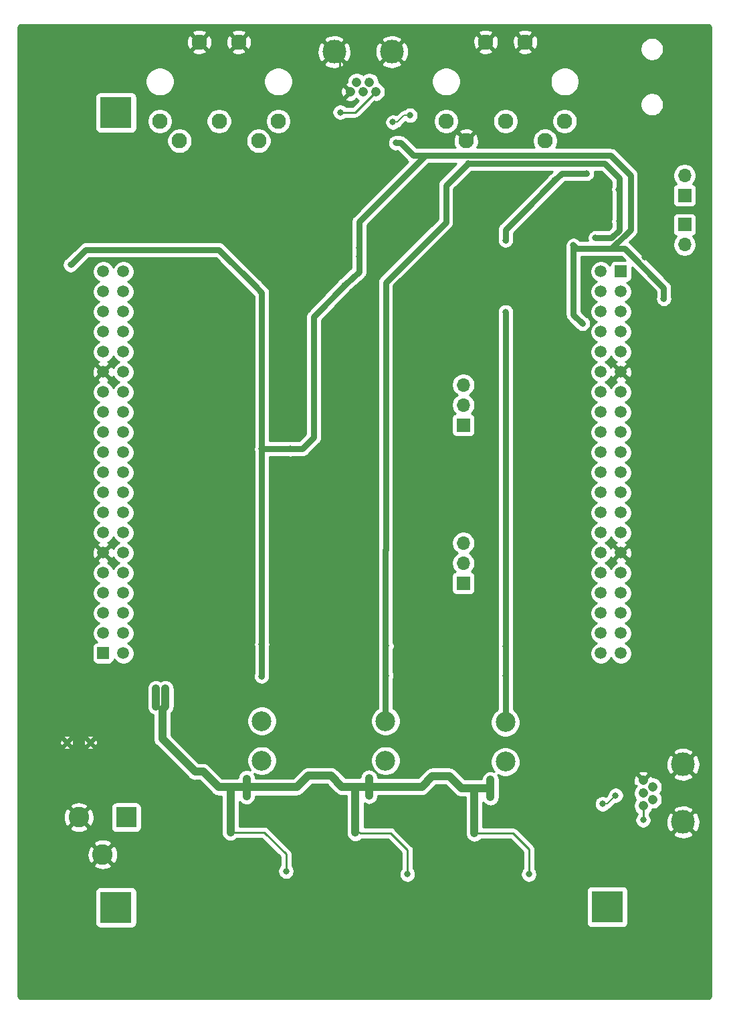
<source format=gbr>
G04 #@! TF.GenerationSoftware,KiCad,Pcbnew,(5.1.5)-3*
G04 #@! TF.CreationDate,2020-05-05T14:29:05+09:00*
G04 #@! TF.ProjectId,kt_sound_prototypeiface,6b745f73-6f75-46e6-945f-70726f746f74,rev?*
G04 #@! TF.SameCoordinates,Original*
G04 #@! TF.FileFunction,Copper,L2,Bot*
G04 #@! TF.FilePolarity,Positive*
%FSLAX46Y46*%
G04 Gerber Fmt 4.6, Leading zero omitted, Abs format (unit mm)*
G04 Created by KiCad (PCBNEW (5.1.5)-3) date 2020-05-05 14:29:05*
%MOMM*%
%LPD*%
G04 APERTURE LIST*
%ADD10C,3.000000*%
%ADD11C,1.208000*%
%ADD12C,0.500000*%
%ADD13C,1.500000*%
%ADD14R,1.500000X1.500000*%
%ADD15C,1.950000*%
%ADD16C,2.500000*%
%ADD17R,4.000000X4.000000*%
%ADD18R,1.700000X1.700000*%
%ADD19O,1.700000X1.700000*%
%ADD20R,2.600000X2.600000*%
%ADD21C,2.600000*%
%ADD22C,0.800000*%
%ADD23C,0.250000*%
%ADD24C,0.750000*%
%ADD25C,1.000000*%
%ADD26C,0.251000*%
%ADD27C,0.200000*%
%ADD28C,0.254000*%
G04 APERTURE END LIST*
D10*
X198713500Y-135010000D03*
D11*
X193663500Y-131360000D03*
X193663500Y-129760000D03*
X194863500Y-132160000D03*
X194863500Y-130560000D03*
X193663500Y-132960000D03*
D10*
X198713500Y-127710000D03*
D12*
X120698500Y-124946500D03*
X123698500Y-124946500D03*
D13*
X125310000Y-65405000D03*
X127850000Y-65405000D03*
X125310000Y-67945000D03*
X127850000Y-67945000D03*
X125310000Y-70485000D03*
X127850000Y-70485000D03*
X125310000Y-73025000D03*
X127850000Y-73025000D03*
X125310000Y-75565000D03*
X127850000Y-75565000D03*
X125310000Y-78105000D03*
X127850000Y-78105000D03*
X125310000Y-80645000D03*
X127850000Y-80645000D03*
X125310000Y-83185000D03*
X127850000Y-83185000D03*
X125310000Y-85725000D03*
X127850000Y-85725000D03*
X125310000Y-88265000D03*
X127850000Y-88265000D03*
X125310000Y-90805000D03*
X127850000Y-90805000D03*
X125310000Y-93345000D03*
X127850000Y-93345000D03*
X125310000Y-95885000D03*
X127850000Y-95885000D03*
X125310000Y-98425000D03*
X127850000Y-98425000D03*
X125310000Y-100965000D03*
X127850000Y-100965000D03*
X125310000Y-103505000D03*
X127850000Y-103505000D03*
X125310000Y-106045000D03*
X127850000Y-106045000D03*
X125310000Y-108585000D03*
X127850000Y-108585000D03*
X125310000Y-111125000D03*
X127850000Y-111125000D03*
D14*
X125310000Y-113665000D03*
D13*
X127850000Y-113665000D03*
X190850000Y-113665000D03*
X188310000Y-113665000D03*
X190850000Y-111125000D03*
X188310000Y-111125000D03*
X190850000Y-108585000D03*
X188310000Y-108585000D03*
X190850000Y-106045000D03*
X188310000Y-106045000D03*
X190850000Y-103505000D03*
X188310000Y-103505000D03*
X190850000Y-100965000D03*
X188310000Y-100965000D03*
X190850000Y-98425000D03*
X188310000Y-98425000D03*
X190850000Y-95885000D03*
X188310000Y-95885000D03*
X190850000Y-93345000D03*
X188310000Y-93345000D03*
X190850000Y-90805000D03*
X188310000Y-90805000D03*
X190850000Y-88265000D03*
X188310000Y-88265000D03*
X190850000Y-85725000D03*
X188310000Y-85725000D03*
X190850000Y-83185000D03*
X188310000Y-83185000D03*
X190850000Y-80645000D03*
X188310000Y-80645000D03*
X190850000Y-78105000D03*
X188310000Y-78105000D03*
X190850000Y-75565000D03*
X188310000Y-75565000D03*
X190850000Y-73025000D03*
X188310000Y-73025000D03*
X190850000Y-70485000D03*
X188310000Y-70485000D03*
X190850000Y-67945000D03*
X188310000Y-67945000D03*
D14*
X190850000Y-65405000D03*
D13*
X188310000Y-65405000D03*
D15*
X139978500Y-46397000D03*
X134978500Y-48897000D03*
X132478500Y-46397000D03*
X144978500Y-48897000D03*
X147478500Y-46397000D03*
X142478500Y-36397000D03*
X137478500Y-36397000D03*
D16*
X145376000Y-122256000D03*
X145376000Y-127256000D03*
D17*
X126936500Y-45330000D03*
X189103000Y-145732500D03*
X126936500Y-145796000D03*
D16*
X176237000Y-122383000D03*
X176237000Y-127383000D03*
X161058000Y-122256000D03*
X161058000Y-127256000D03*
D15*
X176237000Y-46397000D03*
X171237000Y-48897000D03*
X168737000Y-46397000D03*
X181237000Y-48897000D03*
X183737000Y-46397000D03*
X178737000Y-36397000D03*
X173737000Y-36397000D03*
D18*
X198906500Y-55795000D03*
D19*
X198906500Y-53255000D03*
D18*
X198906500Y-59478000D03*
D19*
X198906500Y-62018000D03*
D10*
X161853000Y-37634000D03*
D11*
X158203000Y-42684000D03*
X156603000Y-42684000D03*
X159003000Y-41484000D03*
X157403000Y-41484000D03*
X159803000Y-42684000D03*
D10*
X154553000Y-37634000D03*
D20*
X128231000Y-134408000D03*
D21*
X122231000Y-134408000D03*
X125231000Y-139108000D03*
D18*
X170903000Y-104814500D03*
D19*
X170903000Y-102274500D03*
X170903000Y-99734500D03*
D18*
X170903000Y-84814500D03*
D19*
X170903000Y-82274500D03*
X170903000Y-79734500D03*
D22*
X144462500Y-139700000D03*
X145669000Y-139700000D03*
X144462500Y-140970000D03*
X145669000Y-140970000D03*
X175323500Y-139827000D03*
X176530000Y-139827000D03*
X175323500Y-141097000D03*
X176530000Y-141097000D03*
X160210500Y-139700000D03*
X161417000Y-139700000D03*
X160210500Y-140970000D03*
X161417000Y-140970000D03*
X184912000Y-58039000D03*
X186690000Y-58039000D03*
X137502000Y-130598000D03*
X137502000Y-134408000D03*
X137502000Y-138218000D03*
X153186500Y-130598000D03*
X153186500Y-134408000D03*
X153186500Y-138218000D03*
X168363000Y-134535000D03*
X168363000Y-138345000D03*
X168363000Y-130725000D03*
X160462500Y-49217500D03*
X191262000Y-128905000D03*
X187198000Y-126873000D03*
X192659000Y-135699500D03*
X162687000Y-43624500D03*
X177495200Y-54610000D03*
X186817000Y-49149000D03*
X196545200Y-52882800D03*
X196392800Y-64363600D03*
X193852800Y-63601600D03*
X193598800Y-70713600D03*
X172516800Y-63093600D03*
X172567600Y-65074800D03*
X172567600Y-67106800D03*
X172567600Y-69037200D03*
X166014400Y-57556400D03*
X158394400Y-50952400D03*
X158394400Y-53644800D03*
X154381200Y-53441600D03*
X145237200Y-59740800D03*
X128981200Y-59283600D03*
X149707600Y-90728800D03*
X179959000Y-143891000D03*
X177962500Y-147919500D03*
X178003200Y-150672800D03*
X162786000Y-147703600D03*
X162814000Y-150520400D03*
X164465000Y-143637000D03*
X149098000Y-143891000D03*
X147101500Y-147792500D03*
X147066000Y-150469600D03*
X188976000Y-53975000D03*
X181356000Y-57404000D03*
X184903250Y-56396750D03*
X186596250Y-56421250D03*
X143383000Y-71501000D03*
X147320000Y-135382000D03*
X163195000Y-135001000D03*
X178689000Y-135382000D03*
X173609000Y-141224000D03*
X172402500Y-141224000D03*
X173609000Y-139954000D03*
X172402500Y-139954000D03*
X141097000Y-141224000D03*
X142303500Y-141224000D03*
X142303500Y-139954000D03*
X141097000Y-139954000D03*
X156845000Y-139827000D03*
X158115000Y-139827000D03*
X158115000Y-141097000D03*
X156908500Y-141097000D03*
X150304500Y-139954000D03*
X165735000Y-139128500D03*
X180911500Y-139382500D03*
X173418500Y-149733000D03*
X158432500Y-149669500D03*
X142684500Y-149796500D03*
X194119500Y-78613000D03*
X195326000Y-78613000D03*
X195326000Y-77343000D03*
X194119500Y-77343000D03*
X193992500Y-100457000D03*
X195199000Y-100457000D03*
X195199000Y-101727000D03*
X193992500Y-101727000D03*
X122618500Y-100076000D03*
X121412000Y-100076000D03*
X121412000Y-101346000D03*
X122618500Y-101346000D03*
X122872500Y-77470000D03*
X121666000Y-77470000D03*
X121666000Y-78740000D03*
X122872500Y-78740000D03*
X179641500Y-92011500D03*
X172656500Y-92202000D03*
X168402000Y-94107000D03*
X163195000Y-97853500D03*
X179641500Y-108013500D03*
X180149500Y-99758500D03*
X168402000Y-72771000D03*
X163068000Y-75628500D03*
X158115000Y-72517000D03*
X179387500Y-74485500D03*
X158305500Y-98806000D03*
X158305500Y-81788000D03*
X166306500Y-85725000D03*
X189420500Y-63881000D03*
X159893000Y-44450000D03*
X197485000Y-123825000D03*
X193030000Y-50840000D03*
X145392000Y-112548000D03*
X145376000Y-116564500D03*
X144476000Y-67172500D03*
X121182500Y-64558000D03*
X184841250Y-62113250D03*
X157706000Y-62410000D03*
X157706000Y-63531000D03*
X162369500Y-49149000D03*
X196278500Y-68834000D03*
X185978800Y-71983600D03*
X145384000Y-87851500D03*
X149006500Y-87851500D03*
X133184000Y-120374500D03*
X133184000Y-118152000D03*
X133184000Y-119231500D03*
X131977500Y-120374500D03*
X131977500Y-118152000D03*
X131977500Y-119231500D03*
X143471000Y-131741000D03*
X143471000Y-129518500D03*
X141423000Y-136297000D03*
X143471000Y-130598000D03*
X141423000Y-132360000D03*
X158965000Y-131677500D03*
X158965000Y-129455000D03*
X158965000Y-130534500D03*
X157234500Y-136360500D03*
X157234500Y-132423500D03*
X174332000Y-130725000D03*
X174332000Y-129645500D03*
X174332000Y-131868000D03*
X172284000Y-132487000D03*
X172284000Y-136424000D03*
X148463000Y-141224000D03*
X163830000Y-141605000D03*
X179197000Y-141605000D03*
X161140000Y-112738500D03*
X161124000Y-116501000D03*
X190601600Y-55016400D03*
X190619750Y-59065250D03*
X171474500Y-51731000D03*
X187642500Y-61150500D03*
X176237000Y-116501000D03*
X176253000Y-112802000D03*
X186524000Y-53001000D03*
X182460000Y-53890000D03*
X176237000Y-61446500D03*
X176237000Y-70527000D03*
X161980500Y-46537500D03*
X164147500Y-45656500D03*
X155321000Y-45275500D03*
X188531500Y-132715000D03*
X190176685Y-131635500D03*
X193663500Y-134758500D03*
D23*
X155228060Y-41309060D02*
X155228060Y-38357772D01*
X156603000Y-42684000D02*
X155228060Y-41309060D01*
D24*
X145392000Y-116548500D02*
X145376000Y-116564500D01*
X145392000Y-112548000D02*
X145392000Y-116548500D01*
X157706000Y-65436000D02*
X157706000Y-62410000D01*
X155779000Y-67172500D02*
X155980500Y-66971000D01*
X151980000Y-71162000D02*
X155980500Y-66971000D01*
X155980500Y-66971000D02*
X157706000Y-65436000D01*
X145392000Y-68088500D02*
X144476000Y-67172500D01*
X145392000Y-87910000D02*
X145392000Y-68088500D01*
X145392000Y-112548000D02*
X145392000Y-87910000D01*
X157706000Y-59149500D02*
X157706000Y-62410000D01*
X166099501Y-50755999D02*
X157706000Y-59149500D01*
X166099501Y-50755999D02*
X164547999Y-50755999D01*
X164547999Y-50755999D02*
X162941000Y-49149000D01*
X162941000Y-49149000D02*
X162369500Y-49149000D01*
X162369500Y-49149000D02*
X162369500Y-49149000D01*
X196278500Y-68834000D02*
X196278500Y-68222315D01*
X122137500Y-63603000D02*
X121182500Y-64558000D01*
X122137500Y-63603000D02*
X122198000Y-63603000D01*
X122198000Y-63603000D02*
X123126500Y-62674500D01*
X139978000Y-62674500D02*
X144476000Y-67172500D01*
X123126500Y-62674500D02*
X139978000Y-62674500D01*
X184841250Y-70846050D02*
X185978800Y-71983600D01*
X184841250Y-62113250D02*
X184841250Y-70846050D01*
X145392000Y-87910000D02*
X145450500Y-87851500D01*
X145450500Y-87851500D02*
X149006500Y-87851500D01*
X150530500Y-87851500D02*
X151980000Y-86402000D01*
X149006500Y-87851500D02*
X150530500Y-87851500D01*
X151980000Y-86402000D02*
X151980000Y-71162000D01*
X185241249Y-62513249D02*
X184841250Y-62113250D01*
X192048500Y-53255000D02*
X192048500Y-60120016D01*
X166099501Y-50755999D02*
X189549499Y-50755999D01*
X189549499Y-50755999D02*
X192048500Y-53255000D01*
X192048500Y-60120016D02*
X189655267Y-62513249D01*
X189655267Y-62513249D02*
X185241249Y-62513249D01*
X196278500Y-68268315D02*
X196278500Y-68834000D01*
X196278500Y-67470302D02*
X196278500Y-68268315D01*
X191321447Y-62513249D02*
X196278500Y-67470302D01*
X189655267Y-62513249D02*
X191321447Y-62513249D01*
D25*
X133184000Y-120374500D02*
X133184000Y-118152000D01*
X131977500Y-118152000D02*
X131977500Y-120374500D01*
X174332000Y-130725000D02*
X174332000Y-131868000D01*
X174332000Y-130725000D02*
X174332000Y-129645500D01*
X172284000Y-130995000D02*
X172284000Y-136424000D01*
X172554000Y-130725000D02*
X172284000Y-130995000D01*
X172554000Y-130725000D02*
X174332000Y-130725000D01*
X171220500Y-130725000D02*
X172554000Y-130725000D01*
X158965000Y-130534500D02*
X158965000Y-129455000D01*
X158965000Y-130534500D02*
X158965000Y-131677500D01*
X157060000Y-130534500D02*
X157234500Y-130709000D01*
X157234500Y-130709000D02*
X157234500Y-135789000D01*
X157060000Y-130534500D02*
X158965000Y-130534500D01*
X157234500Y-135789000D02*
X157234500Y-136360500D01*
X143471000Y-130598000D02*
X143471000Y-129518500D01*
X143471000Y-130598000D02*
X143471000Y-131741000D01*
X141423000Y-130899500D02*
X141423000Y-136297000D01*
X132784001Y-120774499D02*
X132784001Y-124483001D01*
X133184000Y-120374500D02*
X132784001Y-120774499D01*
X139915000Y-130598000D02*
X143471000Y-130598000D01*
X132784001Y-124483001D02*
X136930500Y-128629500D01*
X136930500Y-128629500D02*
X137946500Y-128629500D01*
X137946500Y-128629500D02*
X139915000Y-130598000D01*
X143471000Y-130598000D02*
X149821000Y-130598000D01*
X149821000Y-130598000D02*
X151281500Y-129137500D01*
X151281500Y-129137500D02*
X154139000Y-129137500D01*
X155536000Y-130534500D02*
X157060000Y-130534500D01*
X154139000Y-129137500D02*
X155536000Y-130534500D01*
X170649000Y-130725000D02*
X172554000Y-130725000D01*
X166966000Y-129201000D02*
X169125000Y-129201000D01*
X169125000Y-129201000D02*
X170649000Y-130725000D01*
X158965000Y-130534500D02*
X165632500Y-130534500D01*
X165632500Y-130534500D02*
X166966000Y-129201000D01*
D23*
X141423000Y-136297000D02*
X145695000Y-136297000D01*
X148463000Y-139065000D02*
X148463000Y-141224000D01*
X145695000Y-136297000D02*
X148463000Y-139065000D01*
X157800185Y-136360500D02*
X157837685Y-136398000D01*
X157234500Y-136360500D02*
X157800185Y-136360500D01*
X157837685Y-136398000D02*
X161671000Y-136398000D01*
X163830000Y-138557000D02*
X163830000Y-141605000D01*
X161671000Y-136398000D02*
X163830000Y-138557000D01*
X172284000Y-136424000D02*
X177191000Y-136424000D01*
X179197000Y-138430000D02*
X179197000Y-141605000D01*
D26*
X177191000Y-136424000D02*
X179197000Y-138430000D01*
D24*
X190619750Y-53604250D02*
X190619750Y-59065250D01*
X171474500Y-51731000D02*
X188746500Y-51731000D01*
X188746500Y-51731000D02*
X190619750Y-53604250D01*
X171474500Y-51731000D02*
X171074501Y-52130999D01*
X171074501Y-52130999D02*
X168680500Y-54525000D01*
X168680500Y-54525000D02*
X168680500Y-59160500D01*
X161058000Y-122256000D02*
X161058000Y-100565000D01*
X161058000Y-100565000D02*
X161060500Y-100562500D01*
X161060500Y-66780500D02*
X168680500Y-59160500D01*
X161060500Y-100562500D02*
X161060500Y-66780500D01*
X190619750Y-60205250D02*
X190619750Y-59065250D01*
X187642500Y-61150500D02*
X189674500Y-61150500D01*
X189674500Y-61150500D02*
X190619750Y-60205250D01*
X183349000Y-53001000D02*
X182460000Y-53890000D01*
X186524000Y-53001000D02*
X183349000Y-53001000D01*
X177951500Y-58398500D02*
X182460000Y-53890000D01*
X176237000Y-122383000D02*
X176237000Y-70527000D01*
X176237000Y-60113000D02*
X177951500Y-58398500D01*
X176237000Y-61446500D02*
X176237000Y-60113000D01*
D27*
X162546185Y-46537500D02*
X163427185Y-45656500D01*
X161980500Y-46537500D02*
X162546185Y-46537500D01*
X163427185Y-45656500D02*
X164147500Y-45656500D01*
X164147500Y-45656500D02*
X164147500Y-45656500D01*
D23*
X157211500Y-45275500D02*
X159803000Y-42684000D01*
X155321000Y-45275500D02*
X157211500Y-45275500D01*
D27*
X189097185Y-132715000D02*
X190176685Y-131635500D01*
X188531500Y-132715000D02*
X189097185Y-132715000D01*
X190176685Y-131635500D02*
X190176685Y-131635500D01*
D23*
X193663500Y-132960000D02*
X193663500Y-134758500D01*
D28*
G36*
X202212000Y-34492878D02*
G01*
X202212001Y-157107121D01*
X201984122Y-157335000D01*
X114802878Y-157335000D01*
X114575000Y-157107122D01*
X114575000Y-143796000D01*
X124298428Y-143796000D01*
X124298428Y-147796000D01*
X124310688Y-147920482D01*
X124346998Y-148040180D01*
X124405963Y-148150494D01*
X124485315Y-148247185D01*
X124582006Y-148326537D01*
X124692320Y-148385502D01*
X124812018Y-148421812D01*
X124936500Y-148434072D01*
X128936500Y-148434072D01*
X129060982Y-148421812D01*
X129180680Y-148385502D01*
X129290994Y-148326537D01*
X129387685Y-148247185D01*
X129467037Y-148150494D01*
X129526002Y-148040180D01*
X129562312Y-147920482D01*
X129574572Y-147796000D01*
X129574572Y-143796000D01*
X129568319Y-143732500D01*
X186464928Y-143732500D01*
X186464928Y-147732500D01*
X186477188Y-147856982D01*
X186513498Y-147976680D01*
X186572463Y-148086994D01*
X186651815Y-148183685D01*
X186748506Y-148263037D01*
X186858820Y-148322002D01*
X186978518Y-148358312D01*
X187103000Y-148370572D01*
X191103000Y-148370572D01*
X191227482Y-148358312D01*
X191347180Y-148322002D01*
X191457494Y-148263037D01*
X191554185Y-148183685D01*
X191633537Y-148086994D01*
X191692502Y-147976680D01*
X191728812Y-147856982D01*
X191741072Y-147732500D01*
X191741072Y-143732500D01*
X191728812Y-143608018D01*
X191692502Y-143488320D01*
X191633537Y-143378006D01*
X191554185Y-143281315D01*
X191457494Y-143201963D01*
X191347180Y-143142998D01*
X191227482Y-143106688D01*
X191103000Y-143094428D01*
X187103000Y-143094428D01*
X186978518Y-143106688D01*
X186858820Y-143142998D01*
X186748506Y-143201963D01*
X186651815Y-143281315D01*
X186572463Y-143378006D01*
X186513498Y-143488320D01*
X186477188Y-143608018D01*
X186464928Y-143732500D01*
X129568319Y-143732500D01*
X129562312Y-143671518D01*
X129526002Y-143551820D01*
X129467037Y-143441506D01*
X129387685Y-143344815D01*
X129290994Y-143265463D01*
X129180680Y-143206498D01*
X129060982Y-143170188D01*
X128936500Y-143157928D01*
X124936500Y-143157928D01*
X124812018Y-143170188D01*
X124692320Y-143206498D01*
X124582006Y-143265463D01*
X124485315Y-143344815D01*
X124405963Y-143441506D01*
X124346998Y-143551820D01*
X124310688Y-143671518D01*
X124298428Y-143796000D01*
X114575000Y-143796000D01*
X114575000Y-140457224D01*
X124061381Y-140457224D01*
X124193317Y-140752312D01*
X124534045Y-140923159D01*
X124901557Y-141024250D01*
X125281729Y-141051701D01*
X125659951Y-141004457D01*
X126021690Y-140884333D01*
X126268683Y-140752312D01*
X126400619Y-140457224D01*
X125231000Y-139287605D01*
X124061381Y-140457224D01*
X114575000Y-140457224D01*
X114575000Y-139158729D01*
X123287299Y-139158729D01*
X123334543Y-139536951D01*
X123454667Y-139898690D01*
X123586688Y-140145683D01*
X123881776Y-140277619D01*
X125051395Y-139108000D01*
X125410605Y-139108000D01*
X126580224Y-140277619D01*
X126875312Y-140145683D01*
X127046159Y-139804955D01*
X127147250Y-139437443D01*
X127174701Y-139057271D01*
X127127457Y-138679049D01*
X127007333Y-138317310D01*
X126875312Y-138070317D01*
X126580224Y-137938381D01*
X125410605Y-139108000D01*
X125051395Y-139108000D01*
X123881776Y-137938381D01*
X123586688Y-138070317D01*
X123415841Y-138411045D01*
X123314750Y-138778557D01*
X123287299Y-139158729D01*
X114575000Y-139158729D01*
X114575000Y-137758776D01*
X124061381Y-137758776D01*
X125231000Y-138928395D01*
X126400619Y-137758776D01*
X126268683Y-137463688D01*
X125927955Y-137292841D01*
X125560443Y-137191750D01*
X125180271Y-137164299D01*
X124802049Y-137211543D01*
X124440310Y-137331667D01*
X124193317Y-137463688D01*
X124061381Y-137758776D01*
X114575000Y-137758776D01*
X114575000Y-135757224D01*
X121061381Y-135757224D01*
X121193317Y-136052312D01*
X121534045Y-136223159D01*
X121901557Y-136324250D01*
X122281729Y-136351701D01*
X122659951Y-136304457D01*
X123021690Y-136184333D01*
X123268683Y-136052312D01*
X123400619Y-135757224D01*
X122231000Y-134587605D01*
X121061381Y-135757224D01*
X114575000Y-135757224D01*
X114575000Y-134458729D01*
X120287299Y-134458729D01*
X120334543Y-134836951D01*
X120454667Y-135198690D01*
X120586688Y-135445683D01*
X120881776Y-135577619D01*
X122051395Y-134408000D01*
X122410605Y-134408000D01*
X123580224Y-135577619D01*
X123875312Y-135445683D01*
X124046159Y-135104955D01*
X124147250Y-134737443D01*
X124174701Y-134357271D01*
X124127457Y-133979049D01*
X124007333Y-133617310D01*
X123875312Y-133370317D01*
X123580224Y-133238381D01*
X122410605Y-134408000D01*
X122051395Y-134408000D01*
X120881776Y-133238381D01*
X120586688Y-133370317D01*
X120415841Y-133711045D01*
X120314750Y-134078557D01*
X120287299Y-134458729D01*
X114575000Y-134458729D01*
X114575000Y-133058776D01*
X121061381Y-133058776D01*
X122231000Y-134228395D01*
X123351395Y-133108000D01*
X126292928Y-133108000D01*
X126292928Y-135708000D01*
X126305188Y-135832482D01*
X126341498Y-135952180D01*
X126400463Y-136062494D01*
X126479815Y-136159185D01*
X126576506Y-136238537D01*
X126686820Y-136297502D01*
X126806518Y-136333812D01*
X126931000Y-136346072D01*
X129531000Y-136346072D01*
X129655482Y-136333812D01*
X129775180Y-136297502D01*
X129885494Y-136238537D01*
X129982185Y-136159185D01*
X130061537Y-136062494D01*
X130120502Y-135952180D01*
X130156812Y-135832482D01*
X130169072Y-135708000D01*
X130169072Y-133108000D01*
X130156812Y-132983518D01*
X130120502Y-132863820D01*
X130061537Y-132753506D01*
X129982185Y-132656815D01*
X129885494Y-132577463D01*
X129775180Y-132518498D01*
X129655482Y-132482188D01*
X129531000Y-132469928D01*
X126931000Y-132469928D01*
X126806518Y-132482188D01*
X126686820Y-132518498D01*
X126576506Y-132577463D01*
X126479815Y-132656815D01*
X126400463Y-132753506D01*
X126341498Y-132863820D01*
X126305188Y-132983518D01*
X126292928Y-133108000D01*
X123351395Y-133108000D01*
X123400619Y-133058776D01*
X123268683Y-132763688D01*
X122927955Y-132592841D01*
X122560443Y-132491750D01*
X122180271Y-132464299D01*
X121802049Y-132511543D01*
X121440310Y-132631667D01*
X121193317Y-132763688D01*
X121061381Y-133058776D01*
X114575000Y-133058776D01*
X114575000Y-125542664D01*
X120276284Y-125542664D01*
X120280326Y-125731327D01*
X120441474Y-125797828D01*
X120612498Y-125831613D01*
X120786828Y-125831384D01*
X120957764Y-125797149D01*
X121116674Y-125731327D01*
X121120716Y-125542664D01*
X123276284Y-125542664D01*
X123280326Y-125731327D01*
X123441474Y-125797828D01*
X123612498Y-125831613D01*
X123786828Y-125831384D01*
X123957764Y-125797149D01*
X124116674Y-125731327D01*
X124120716Y-125542664D01*
X123698500Y-125120448D01*
X123276284Y-125542664D01*
X121120716Y-125542664D01*
X120698500Y-125120448D01*
X120276284Y-125542664D01*
X114575000Y-125542664D01*
X114575000Y-124860498D01*
X119813387Y-124860498D01*
X119813616Y-125034828D01*
X119847851Y-125205764D01*
X119913673Y-125364674D01*
X120102336Y-125368716D01*
X120524552Y-124946500D01*
X120872448Y-124946500D01*
X121294664Y-125368716D01*
X121483327Y-125364674D01*
X121549828Y-125203526D01*
X121583613Y-125032502D01*
X121583388Y-124860498D01*
X122813387Y-124860498D01*
X122813616Y-125034828D01*
X122847851Y-125205764D01*
X122913673Y-125364674D01*
X123102336Y-125368716D01*
X123524552Y-124946500D01*
X123872448Y-124946500D01*
X124294664Y-125368716D01*
X124483327Y-125364674D01*
X124549828Y-125203526D01*
X124583613Y-125032502D01*
X124583384Y-124858172D01*
X124549149Y-124687236D01*
X124483327Y-124528326D01*
X124294664Y-124524284D01*
X123872448Y-124946500D01*
X123524552Y-124946500D01*
X123102336Y-124524284D01*
X122913673Y-124528326D01*
X122847172Y-124689474D01*
X122813387Y-124860498D01*
X121583388Y-124860498D01*
X121583384Y-124858172D01*
X121549149Y-124687236D01*
X121483327Y-124528326D01*
X121294664Y-124524284D01*
X120872448Y-124946500D01*
X120524552Y-124946500D01*
X120102336Y-124524284D01*
X119913673Y-124528326D01*
X119847172Y-124689474D01*
X119813387Y-124860498D01*
X114575000Y-124860498D01*
X114575000Y-124350336D01*
X120276284Y-124350336D01*
X120698500Y-124772552D01*
X121120716Y-124350336D01*
X123276284Y-124350336D01*
X123698500Y-124772552D01*
X124120716Y-124350336D01*
X124116674Y-124161673D01*
X123955526Y-124095172D01*
X123784502Y-124061387D01*
X123610172Y-124061616D01*
X123439236Y-124095851D01*
X123280326Y-124161673D01*
X123276284Y-124350336D01*
X121120716Y-124350336D01*
X121116674Y-124161673D01*
X120955526Y-124095172D01*
X120784502Y-124061387D01*
X120610172Y-124061616D01*
X120439236Y-124095851D01*
X120280326Y-124161673D01*
X120276284Y-124350336D01*
X114575000Y-124350336D01*
X114575000Y-118096249D01*
X130842500Y-118096249D01*
X130842501Y-120430252D01*
X130858924Y-120596999D01*
X130923825Y-120810947D01*
X131029217Y-121008123D01*
X131171052Y-121180949D01*
X131343878Y-121322784D01*
X131541054Y-121428176D01*
X131649001Y-121460922D01*
X131649002Y-124427240D01*
X131643510Y-124483001D01*
X131665424Y-124705499D01*
X131730325Y-124919447D01*
X131730326Y-124919448D01*
X131835718Y-125116624D01*
X131977553Y-125289450D01*
X132020861Y-125324992D01*
X136088509Y-129392641D01*
X136124051Y-129435949D01*
X136296877Y-129577784D01*
X136494053Y-129683176D01*
X136641985Y-129728051D01*
X136708000Y-129748077D01*
X136930499Y-129769991D01*
X136986251Y-129764500D01*
X137476369Y-129764500D01*
X139073009Y-131361141D01*
X139108551Y-131404449D01*
X139281377Y-131546284D01*
X139478553Y-131651676D01*
X139692501Y-131716577D01*
X139859248Y-131733000D01*
X139859257Y-131733000D01*
X139914999Y-131738490D01*
X139970741Y-131733000D01*
X140288000Y-131733000D01*
X140288001Y-136352752D01*
X140304424Y-136519499D01*
X140369325Y-136733447D01*
X140474717Y-136930623D01*
X140616552Y-137103449D01*
X140789378Y-137245284D01*
X140986554Y-137350676D01*
X141200502Y-137415577D01*
X141423000Y-137437491D01*
X141645499Y-137415577D01*
X141859447Y-137350676D01*
X142056623Y-137245284D01*
X142229449Y-137103449D01*
X142267569Y-137057000D01*
X145380199Y-137057000D01*
X147703000Y-139379802D01*
X147703001Y-140520288D01*
X147659063Y-140564226D01*
X147545795Y-140733744D01*
X147467774Y-140922102D01*
X147428000Y-141122061D01*
X147428000Y-141325939D01*
X147467774Y-141525898D01*
X147545795Y-141714256D01*
X147659063Y-141883774D01*
X147803226Y-142027937D01*
X147972744Y-142141205D01*
X148161102Y-142219226D01*
X148361061Y-142259000D01*
X148564939Y-142259000D01*
X148764898Y-142219226D01*
X148953256Y-142141205D01*
X149122774Y-142027937D01*
X149266937Y-141883774D01*
X149380205Y-141714256D01*
X149458226Y-141525898D01*
X149498000Y-141325939D01*
X149498000Y-141122061D01*
X149458226Y-140922102D01*
X149380205Y-140733744D01*
X149266937Y-140564226D01*
X149223000Y-140520289D01*
X149223000Y-139102322D01*
X149226676Y-139064999D01*
X149223000Y-139027676D01*
X149223000Y-139027667D01*
X149212003Y-138916014D01*
X149168546Y-138772753D01*
X149141651Y-138722437D01*
X149097974Y-138640723D01*
X149026799Y-138553997D01*
X149003001Y-138524999D01*
X148974004Y-138501202D01*
X146258804Y-135786003D01*
X146235001Y-135756999D01*
X146119276Y-135662026D01*
X145987247Y-135591454D01*
X145843986Y-135547997D01*
X145732333Y-135537000D01*
X145732322Y-135537000D01*
X145695000Y-135533324D01*
X145657678Y-135537000D01*
X142558000Y-135537000D01*
X142558000Y-132417615D01*
X142664552Y-132547449D01*
X142837378Y-132689284D01*
X143034554Y-132794676D01*
X143248502Y-132859577D01*
X143471000Y-132881491D01*
X143693499Y-132859577D01*
X143907447Y-132794676D01*
X144104623Y-132689284D01*
X144277449Y-132547449D01*
X144419284Y-132374623D01*
X144524676Y-132177447D01*
X144589577Y-131963499D01*
X144606000Y-131796752D01*
X144606000Y-131733000D01*
X149765249Y-131733000D01*
X149821000Y-131738491D01*
X149876751Y-131733000D01*
X149876752Y-131733000D01*
X150043499Y-131716577D01*
X150257447Y-131651676D01*
X150454623Y-131546284D01*
X150627449Y-131404449D01*
X150662996Y-131361135D01*
X151751632Y-130272500D01*
X153668869Y-130272500D01*
X154694008Y-131297640D01*
X154729551Y-131340949D01*
X154902377Y-131482784D01*
X155099553Y-131588176D01*
X155313501Y-131653077D01*
X155480248Y-131669500D01*
X155480257Y-131669500D01*
X155535999Y-131674990D01*
X155591741Y-131669500D01*
X156099500Y-131669500D01*
X156099501Y-135733239D01*
X156099500Y-135733249D01*
X156099500Y-136416252D01*
X156115923Y-136582999D01*
X156180824Y-136796947D01*
X156286217Y-136994123D01*
X156428052Y-137166949D01*
X156600878Y-137308784D01*
X156798054Y-137414176D01*
X157012002Y-137479077D01*
X157234500Y-137500991D01*
X157456999Y-137479077D01*
X157670947Y-137414176D01*
X157868123Y-137308784D01*
X158040949Y-137166949D01*
X158048293Y-137158000D01*
X161356199Y-137158000D01*
X163070000Y-138871802D01*
X163070001Y-140901288D01*
X163026063Y-140945226D01*
X162912795Y-141114744D01*
X162834774Y-141303102D01*
X162795000Y-141503061D01*
X162795000Y-141706939D01*
X162834774Y-141906898D01*
X162912795Y-142095256D01*
X163026063Y-142264774D01*
X163170226Y-142408937D01*
X163339744Y-142522205D01*
X163528102Y-142600226D01*
X163728061Y-142640000D01*
X163931939Y-142640000D01*
X164131898Y-142600226D01*
X164320256Y-142522205D01*
X164489774Y-142408937D01*
X164633937Y-142264774D01*
X164747205Y-142095256D01*
X164825226Y-141906898D01*
X164865000Y-141706939D01*
X164865000Y-141503061D01*
X164825226Y-141303102D01*
X164747205Y-141114744D01*
X164633937Y-140945226D01*
X164590000Y-140901289D01*
X164590000Y-138594322D01*
X164593676Y-138556999D01*
X164590000Y-138519676D01*
X164590000Y-138519667D01*
X164579003Y-138408014D01*
X164535546Y-138264753D01*
X164467663Y-138137754D01*
X164464974Y-138132723D01*
X164393799Y-138045997D01*
X164370001Y-138016999D01*
X164341004Y-137993202D01*
X162234804Y-135887003D01*
X162211001Y-135857999D01*
X162095276Y-135763026D01*
X161963247Y-135692454D01*
X161819986Y-135648997D01*
X161708333Y-135638000D01*
X161708322Y-135638000D01*
X161671000Y-135634324D01*
X161633678Y-135638000D01*
X158369500Y-135638000D01*
X158369500Y-132646160D01*
X158528554Y-132731176D01*
X158742502Y-132796077D01*
X158965000Y-132817991D01*
X159187499Y-132796077D01*
X159401447Y-132731176D01*
X159598623Y-132625784D01*
X159771449Y-132483949D01*
X159913284Y-132311123D01*
X160018676Y-132113947D01*
X160083577Y-131899999D01*
X160100000Y-131733252D01*
X160100000Y-131669500D01*
X165576749Y-131669500D01*
X165632500Y-131674991D01*
X165688251Y-131669500D01*
X165688252Y-131669500D01*
X165854999Y-131653077D01*
X166068947Y-131588176D01*
X166266123Y-131482784D01*
X166438949Y-131340949D01*
X166474496Y-131297635D01*
X167436132Y-130336000D01*
X168654869Y-130336000D01*
X169807009Y-131488140D01*
X169842551Y-131531449D01*
X170015377Y-131673284D01*
X170212553Y-131778676D01*
X170426501Y-131843577D01*
X170593248Y-131860000D01*
X170593257Y-131860000D01*
X170648999Y-131865490D01*
X170704741Y-131860000D01*
X171149000Y-131860000D01*
X171149001Y-136479752D01*
X171165424Y-136646499D01*
X171230325Y-136860447D01*
X171335717Y-137057623D01*
X171477552Y-137230449D01*
X171650378Y-137372284D01*
X171847554Y-137477676D01*
X172061502Y-137542577D01*
X172284000Y-137564491D01*
X172506499Y-137542577D01*
X172720447Y-137477676D01*
X172917623Y-137372284D01*
X173090449Y-137230449D01*
X173128569Y-137184000D01*
X176875492Y-137184000D01*
X178437000Y-138745510D01*
X178437001Y-140901288D01*
X178393063Y-140945226D01*
X178279795Y-141114744D01*
X178201774Y-141303102D01*
X178162000Y-141503061D01*
X178162000Y-141706939D01*
X178201774Y-141906898D01*
X178279795Y-142095256D01*
X178393063Y-142264774D01*
X178537226Y-142408937D01*
X178706744Y-142522205D01*
X178895102Y-142600226D01*
X179095061Y-142640000D01*
X179298939Y-142640000D01*
X179498898Y-142600226D01*
X179687256Y-142522205D01*
X179856774Y-142408937D01*
X180000937Y-142264774D01*
X180114205Y-142095256D01*
X180192226Y-141906898D01*
X180232000Y-141706939D01*
X180232000Y-141503061D01*
X180192226Y-141303102D01*
X180114205Y-141114744D01*
X180000937Y-140945226D01*
X179957000Y-140901289D01*
X179957000Y-138472420D01*
X179961178Y-138429999D01*
X179946495Y-138280915D01*
X179903009Y-138137561D01*
X179832391Y-138005444D01*
X179761168Y-137918658D01*
X179757559Y-137915049D01*
X179737001Y-137889999D01*
X179711952Y-137869442D01*
X178344162Y-136501653D01*
X197401452Y-136501653D01*
X197557462Y-136817214D01*
X197932245Y-137008020D01*
X198337051Y-137122044D01*
X198756324Y-137154902D01*
X199173951Y-137105334D01*
X199573883Y-136975243D01*
X199869538Y-136817214D01*
X200025548Y-136501653D01*
X198713500Y-135189605D01*
X197401452Y-136501653D01*
X178344162Y-136501653D01*
X177751568Y-135909060D01*
X177731001Y-135883999D01*
X177705940Y-135863432D01*
X177702340Y-135859832D01*
X177615555Y-135788608D01*
X177483438Y-135717991D01*
X177340084Y-135674505D01*
X177191000Y-135659822D01*
X177148579Y-135664000D01*
X173419000Y-135664000D01*
X173419000Y-132544615D01*
X173525552Y-132674449D01*
X173698378Y-132816284D01*
X173895554Y-132921676D01*
X174109502Y-132986577D01*
X174332000Y-133008491D01*
X174554499Y-132986577D01*
X174768447Y-132921676D01*
X174965623Y-132816284D01*
X175138449Y-132674449D01*
X175188828Y-132613061D01*
X187496500Y-132613061D01*
X187496500Y-132816939D01*
X187536274Y-133016898D01*
X187614295Y-133205256D01*
X187727563Y-133374774D01*
X187871726Y-133518937D01*
X188041244Y-133632205D01*
X188229602Y-133710226D01*
X188429561Y-133750000D01*
X188633439Y-133750000D01*
X188833398Y-133710226D01*
X189021756Y-133632205D01*
X189191274Y-133518937D01*
X189283724Y-133426487D01*
X189379818Y-133397337D01*
X189507505Y-133329087D01*
X189619423Y-133237238D01*
X189642443Y-133209188D01*
X190181132Y-132670500D01*
X190278624Y-132670500D01*
X190478583Y-132630726D01*
X190666941Y-132552705D01*
X190836459Y-132439437D01*
X190980622Y-132295274D01*
X191093890Y-132125756D01*
X191171911Y-131937398D01*
X191211685Y-131737439D01*
X191211685Y-131533561D01*
X191171911Y-131333602D01*
X191093890Y-131145244D01*
X190980622Y-130975726D01*
X190836459Y-130831563D01*
X190666941Y-130718295D01*
X190478583Y-130640274D01*
X190278624Y-130600500D01*
X190074746Y-130600500D01*
X189874787Y-130640274D01*
X189686429Y-130718295D01*
X189516911Y-130831563D01*
X189372748Y-130975726D01*
X189259480Y-131145244D01*
X189181459Y-131333602D01*
X189141685Y-131533561D01*
X189141685Y-131631053D01*
X188988655Y-131784084D01*
X188833398Y-131719774D01*
X188633439Y-131680000D01*
X188429561Y-131680000D01*
X188229602Y-131719774D01*
X188041244Y-131797795D01*
X187871726Y-131911063D01*
X187727563Y-132055226D01*
X187614295Y-132224744D01*
X187536274Y-132413102D01*
X187496500Y-132613061D01*
X175188828Y-132613061D01*
X175280284Y-132501623D01*
X175385676Y-132304447D01*
X175450577Y-132090499D01*
X175467000Y-131923752D01*
X175467000Y-130780751D01*
X175472491Y-130725000D01*
X175467000Y-130669248D01*
X175467000Y-129838280D01*
X192420968Y-129838280D01*
X192460114Y-130079182D01*
X192545505Y-130307818D01*
X192586883Y-130385227D01*
X192810872Y-130433020D01*
X192693786Y-130550106D01*
X192707485Y-130563805D01*
X192701106Y-130570184D01*
X192565512Y-130773113D01*
X192472114Y-130998597D01*
X192424500Y-131237969D01*
X192424500Y-131482031D01*
X192472114Y-131721403D01*
X192565512Y-131946887D01*
X192701106Y-132149816D01*
X192711290Y-132160000D01*
X192701106Y-132170184D01*
X192565512Y-132373113D01*
X192472114Y-132598597D01*
X192424500Y-132837969D01*
X192424500Y-133082031D01*
X192472114Y-133321403D01*
X192565512Y-133546887D01*
X192701106Y-133749816D01*
X192873684Y-133922394D01*
X192903501Y-133942317D01*
X192903501Y-134054788D01*
X192859563Y-134098726D01*
X192746295Y-134268244D01*
X192668274Y-134456602D01*
X192628500Y-134656561D01*
X192628500Y-134860439D01*
X192668274Y-135060398D01*
X192746295Y-135248756D01*
X192859563Y-135418274D01*
X193003726Y-135562437D01*
X193173244Y-135675705D01*
X193361602Y-135753726D01*
X193561561Y-135793500D01*
X193765439Y-135793500D01*
X193965398Y-135753726D01*
X194153756Y-135675705D01*
X194323274Y-135562437D01*
X194467437Y-135418274D01*
X194580705Y-135248756D01*
X194658726Y-135060398D01*
X194660232Y-135052824D01*
X196568598Y-135052824D01*
X196618166Y-135470451D01*
X196748257Y-135870383D01*
X196906286Y-136166038D01*
X197221847Y-136322048D01*
X198533895Y-135010000D01*
X198893105Y-135010000D01*
X200205153Y-136322048D01*
X200520714Y-136166038D01*
X200711520Y-135791255D01*
X200825544Y-135386449D01*
X200858402Y-134967176D01*
X200808834Y-134549549D01*
X200678743Y-134149617D01*
X200520714Y-133853962D01*
X200205153Y-133697952D01*
X198893105Y-135010000D01*
X198533895Y-135010000D01*
X197221847Y-133697952D01*
X196906286Y-133853962D01*
X196715480Y-134228745D01*
X196601456Y-134633551D01*
X196568598Y-135052824D01*
X194660232Y-135052824D01*
X194698500Y-134860439D01*
X194698500Y-134656561D01*
X194658726Y-134456602D01*
X194580705Y-134268244D01*
X194467437Y-134098726D01*
X194423500Y-134054789D01*
X194423500Y-133942317D01*
X194453316Y-133922394D01*
X194625894Y-133749816D01*
X194761488Y-133546887D01*
X194773309Y-133518347D01*
X197401452Y-133518347D01*
X198713500Y-134830395D01*
X200025548Y-133518347D01*
X199869538Y-133202786D01*
X199494755Y-133011980D01*
X199089949Y-132897956D01*
X198670676Y-132865098D01*
X198253049Y-132914666D01*
X197853117Y-133044757D01*
X197557462Y-133202786D01*
X197401452Y-133518347D01*
X194773309Y-133518347D01*
X194822744Y-133399000D01*
X194985531Y-133399000D01*
X195224903Y-133351386D01*
X195450387Y-133257988D01*
X195653316Y-133122394D01*
X195825894Y-132949816D01*
X195961488Y-132746887D01*
X196054886Y-132521403D01*
X196102500Y-132282031D01*
X196102500Y-132037969D01*
X196054886Y-131798597D01*
X195961488Y-131573113D01*
X195825894Y-131370184D01*
X195815710Y-131360000D01*
X195825894Y-131349816D01*
X195961488Y-131146887D01*
X196054886Y-130921403D01*
X196102500Y-130682031D01*
X196102500Y-130437969D01*
X196054886Y-130198597D01*
X195961488Y-129973113D01*
X195825894Y-129770184D01*
X195653316Y-129597606D01*
X195450387Y-129462012D01*
X195224903Y-129368614D01*
X194985531Y-129321000D01*
X194822136Y-129321000D01*
X194781495Y-129212182D01*
X194740117Y-129134773D01*
X194516126Y-129086979D01*
X193843105Y-129760000D01*
X193857248Y-129774143D01*
X193677643Y-129953748D01*
X193663500Y-129939605D01*
X193649358Y-129953748D01*
X193469753Y-129774143D01*
X193483895Y-129760000D01*
X192810874Y-129086979D01*
X192586883Y-129134773D01*
X192485594Y-129356824D01*
X192429571Y-129594369D01*
X192420968Y-129838280D01*
X175467000Y-129838280D01*
X175467000Y-129589748D01*
X175450577Y-129423001D01*
X175385676Y-129209053D01*
X175280284Y-129011877D01*
X175278351Y-129009522D01*
X175344118Y-129053466D01*
X175687166Y-129195561D01*
X176051344Y-129268000D01*
X176422656Y-129268000D01*
X176786834Y-129195561D01*
X177129882Y-129053466D01*
X177348523Y-128907374D01*
X192990479Y-128907374D01*
X193663500Y-129580395D01*
X194336521Y-128907374D01*
X194288727Y-128683383D01*
X194066676Y-128582094D01*
X193829131Y-128526071D01*
X193585220Y-128517468D01*
X193344318Y-128556614D01*
X193115682Y-128642005D01*
X193038273Y-128683383D01*
X192990479Y-128907374D01*
X177348523Y-128907374D01*
X177438618Y-128847175D01*
X177701175Y-128584618D01*
X177907466Y-128275882D01*
X178049561Y-127932834D01*
X178085366Y-127752824D01*
X196568598Y-127752824D01*
X196618166Y-128170451D01*
X196748257Y-128570383D01*
X196906286Y-128866038D01*
X197221847Y-129022048D01*
X197660835Y-128583060D01*
X197681983Y-128594305D01*
X197735236Y-128616255D01*
X197788107Y-128638915D01*
X197796569Y-128641535D01*
X197796571Y-128641536D01*
X197796573Y-128641536D01*
X197796578Y-128641538D01*
X197861971Y-128661280D01*
X197918428Y-128672459D01*
X197928504Y-128674601D01*
X197401452Y-129201653D01*
X197557462Y-129517214D01*
X197932245Y-129708020D01*
X198337051Y-129822044D01*
X198756324Y-129854902D01*
X199173951Y-129805334D01*
X199573883Y-129675243D01*
X199869538Y-129517214D01*
X200025548Y-129201653D01*
X199498429Y-128674534D01*
X199506605Y-128672856D01*
X199563176Y-128662064D01*
X199571665Y-128659501D01*
X199636918Y-128639302D01*
X199690003Y-128616988D01*
X199743342Y-128595437D01*
X199751170Y-128591276D01*
X199751175Y-128591274D01*
X199751180Y-128591271D01*
X199766235Y-128583130D01*
X200205153Y-129022048D01*
X200520714Y-128866038D01*
X200711520Y-128491255D01*
X200825544Y-128086449D01*
X200858402Y-127667176D01*
X200808834Y-127249549D01*
X200678743Y-126849617D01*
X200520714Y-126553962D01*
X200205153Y-126397952D01*
X199766165Y-126836940D01*
X199745017Y-126825695D01*
X199691750Y-126803739D01*
X199638892Y-126781085D01*
X199630431Y-126778465D01*
X199630429Y-126778464D01*
X199630427Y-126778464D01*
X199630422Y-126778462D01*
X199565029Y-126758719D01*
X199508535Y-126747533D01*
X199498496Y-126745399D01*
X200025548Y-126218347D01*
X199869538Y-125902786D01*
X199494755Y-125711980D01*
X199089949Y-125597956D01*
X198670676Y-125565098D01*
X198253049Y-125614666D01*
X197853117Y-125744757D01*
X197557462Y-125902786D01*
X197401452Y-126218347D01*
X197928571Y-126745466D01*
X197920389Y-126747146D01*
X197863824Y-126757936D01*
X197855337Y-126760498D01*
X197855331Y-126760500D01*
X197790082Y-126780698D01*
X197737009Y-126803007D01*
X197683658Y-126824563D01*
X197675828Y-126828725D01*
X197660765Y-126836870D01*
X197221847Y-126397952D01*
X196906286Y-126553962D01*
X196715480Y-126928745D01*
X196601456Y-127333551D01*
X196568598Y-127752824D01*
X178085366Y-127752824D01*
X178122000Y-127568656D01*
X178122000Y-127197344D01*
X178049561Y-126833166D01*
X177907466Y-126490118D01*
X177701175Y-126181382D01*
X177438618Y-125918825D01*
X177129882Y-125712534D01*
X176786834Y-125570439D01*
X176422656Y-125498000D01*
X176051344Y-125498000D01*
X175687166Y-125570439D01*
X175344118Y-125712534D01*
X175035382Y-125918825D01*
X174772825Y-126181382D01*
X174566534Y-126490118D01*
X174424439Y-126833166D01*
X174352000Y-127197344D01*
X174352000Y-127568656D01*
X174424439Y-127932834D01*
X174566534Y-128275882D01*
X174772825Y-128584618D01*
X174793332Y-128605125D01*
X174768447Y-128591824D01*
X174554499Y-128526923D01*
X174332000Y-128505009D01*
X174109502Y-128526923D01*
X173895554Y-128591824D01*
X173698378Y-128697216D01*
X173525552Y-128839051D01*
X173383717Y-129011877D01*
X173278324Y-129209053D01*
X173213423Y-129423001D01*
X173197000Y-129589748D01*
X173197000Y-129590000D01*
X172609752Y-129590000D01*
X172554000Y-129584509D01*
X172498248Y-129590000D01*
X171119132Y-129590000D01*
X169966996Y-128437865D01*
X169931449Y-128394551D01*
X169758623Y-128252716D01*
X169561447Y-128147324D01*
X169347499Y-128082423D01*
X169180752Y-128066000D01*
X169180751Y-128066000D01*
X169125000Y-128060509D01*
X169069249Y-128066000D01*
X167021752Y-128066000D01*
X166966000Y-128060509D01*
X166910248Y-128066000D01*
X166743501Y-128082423D01*
X166529553Y-128147324D01*
X166332377Y-128252716D01*
X166159551Y-128394551D01*
X166124008Y-128437860D01*
X165162369Y-129399500D01*
X160100000Y-129399500D01*
X160100000Y-129399248D01*
X160083577Y-129232501D01*
X160018676Y-129018553D01*
X159913284Y-128821377D01*
X159771449Y-128648551D01*
X159598623Y-128506716D01*
X159401447Y-128401324D01*
X159187499Y-128336423D01*
X158965000Y-128314509D01*
X158742502Y-128336423D01*
X158528554Y-128401324D01*
X158331378Y-128506716D01*
X158158552Y-128648551D01*
X158016717Y-128821377D01*
X157911324Y-129018553D01*
X157846423Y-129232501D01*
X157830000Y-129399248D01*
X157830000Y-129399500D01*
X157115751Y-129399500D01*
X157060000Y-129394009D01*
X157004249Y-129399500D01*
X156006132Y-129399500D01*
X154980996Y-128374365D01*
X154945449Y-128331051D01*
X154772623Y-128189216D01*
X154575447Y-128083824D01*
X154361499Y-128018923D01*
X154194752Y-128002500D01*
X154194751Y-128002500D01*
X154139000Y-127997009D01*
X154083249Y-128002500D01*
X151337251Y-128002500D01*
X151281500Y-127997009D01*
X151225748Y-128002500D01*
X151059001Y-128018923D01*
X150845053Y-128083824D01*
X150647877Y-128189216D01*
X150475051Y-128331051D01*
X150439508Y-128374360D01*
X149350869Y-129463000D01*
X144606000Y-129463000D01*
X144606000Y-129462748D01*
X144589577Y-129296001D01*
X144524676Y-129082053D01*
X144419284Y-128884877D01*
X144417351Y-128882522D01*
X144483118Y-128926466D01*
X144826166Y-129068561D01*
X145190344Y-129141000D01*
X145561656Y-129141000D01*
X145925834Y-129068561D01*
X146268882Y-128926466D01*
X146577618Y-128720175D01*
X146840175Y-128457618D01*
X147046466Y-128148882D01*
X147188561Y-127805834D01*
X147261000Y-127441656D01*
X147261000Y-127070344D01*
X159173000Y-127070344D01*
X159173000Y-127441656D01*
X159245439Y-127805834D01*
X159387534Y-128148882D01*
X159593825Y-128457618D01*
X159856382Y-128720175D01*
X160165118Y-128926466D01*
X160508166Y-129068561D01*
X160872344Y-129141000D01*
X161243656Y-129141000D01*
X161607834Y-129068561D01*
X161950882Y-128926466D01*
X162259618Y-128720175D01*
X162522175Y-128457618D01*
X162728466Y-128148882D01*
X162870561Y-127805834D01*
X162943000Y-127441656D01*
X162943000Y-127070344D01*
X162870561Y-126706166D01*
X162728466Y-126363118D01*
X162522175Y-126054382D01*
X162259618Y-125791825D01*
X161950882Y-125585534D01*
X161607834Y-125443439D01*
X161243656Y-125371000D01*
X160872344Y-125371000D01*
X160508166Y-125443439D01*
X160165118Y-125585534D01*
X159856382Y-125791825D01*
X159593825Y-126054382D01*
X159387534Y-126363118D01*
X159245439Y-126706166D01*
X159173000Y-127070344D01*
X147261000Y-127070344D01*
X147188561Y-126706166D01*
X147046466Y-126363118D01*
X146840175Y-126054382D01*
X146577618Y-125791825D01*
X146268882Y-125585534D01*
X145925834Y-125443439D01*
X145561656Y-125371000D01*
X145190344Y-125371000D01*
X144826166Y-125443439D01*
X144483118Y-125585534D01*
X144174382Y-125791825D01*
X143911825Y-126054382D01*
X143705534Y-126363118D01*
X143563439Y-126706166D01*
X143491000Y-127070344D01*
X143491000Y-127441656D01*
X143563439Y-127805834D01*
X143705534Y-128148882D01*
X143911825Y-128457618D01*
X143932332Y-128478125D01*
X143907447Y-128464824D01*
X143693499Y-128399923D01*
X143471000Y-128378009D01*
X143248502Y-128399923D01*
X143034554Y-128464824D01*
X142837378Y-128570216D01*
X142664552Y-128712051D01*
X142522717Y-128884877D01*
X142417324Y-129082053D01*
X142352423Y-129296001D01*
X142336000Y-129462748D01*
X142336000Y-129463000D01*
X140385132Y-129463000D01*
X138788496Y-127866365D01*
X138752949Y-127823051D01*
X138580123Y-127681216D01*
X138382947Y-127575824D01*
X138168999Y-127510923D01*
X138002252Y-127494500D01*
X138002251Y-127494500D01*
X137946500Y-127489009D01*
X137890749Y-127494500D01*
X137400632Y-127494500D01*
X133919001Y-124012870D01*
X133919001Y-122070344D01*
X143491000Y-122070344D01*
X143491000Y-122441656D01*
X143563439Y-122805834D01*
X143705534Y-123148882D01*
X143911825Y-123457618D01*
X144174382Y-123720175D01*
X144483118Y-123926466D01*
X144826166Y-124068561D01*
X145190344Y-124141000D01*
X145561656Y-124141000D01*
X145925834Y-124068561D01*
X146268882Y-123926466D01*
X146577618Y-123720175D01*
X146840175Y-123457618D01*
X147046466Y-123148882D01*
X147188561Y-122805834D01*
X147261000Y-122441656D01*
X147261000Y-122070344D01*
X147188561Y-121706166D01*
X147046466Y-121363118D01*
X146840175Y-121054382D01*
X146577618Y-120791825D01*
X146268882Y-120585534D01*
X145925834Y-120443439D01*
X145561656Y-120371000D01*
X145190344Y-120371000D01*
X144826166Y-120443439D01*
X144483118Y-120585534D01*
X144174382Y-120791825D01*
X143911825Y-121054382D01*
X143705534Y-121363118D01*
X143563439Y-121706166D01*
X143491000Y-122070344D01*
X133919001Y-122070344D01*
X133919001Y-121244630D01*
X133947135Y-121216496D01*
X133990449Y-121180949D01*
X134132284Y-121008123D01*
X134237676Y-120810947D01*
X134302577Y-120596999D01*
X134319000Y-120430252D01*
X134319000Y-120430251D01*
X134324491Y-120374501D01*
X134319000Y-120318749D01*
X134319000Y-118096248D01*
X134302577Y-117929501D01*
X134237676Y-117715553D01*
X134132284Y-117518377D01*
X133990449Y-117345551D01*
X133817623Y-117203716D01*
X133620447Y-117098324D01*
X133406499Y-117033423D01*
X133184000Y-117011509D01*
X132961502Y-117033423D01*
X132747554Y-117098324D01*
X132580750Y-117187482D01*
X132413946Y-117098324D01*
X132199998Y-117033423D01*
X131977500Y-117011509D01*
X131755001Y-117033423D01*
X131541053Y-117098324D01*
X131343877Y-117203716D01*
X131171051Y-117345551D01*
X131029216Y-117518377D01*
X130923824Y-117715554D01*
X130858923Y-117929502D01*
X130842500Y-118096249D01*
X114575000Y-118096249D01*
X114575000Y-112915000D01*
X123921928Y-112915000D01*
X123921928Y-114415000D01*
X123934188Y-114539482D01*
X123970498Y-114659180D01*
X124029463Y-114769494D01*
X124108815Y-114866185D01*
X124205506Y-114945537D01*
X124315820Y-115004502D01*
X124435518Y-115040812D01*
X124560000Y-115053072D01*
X126060000Y-115053072D01*
X126184482Y-115040812D01*
X126304180Y-115004502D01*
X126414494Y-114945537D01*
X126511185Y-114866185D01*
X126590537Y-114769494D01*
X126649502Y-114659180D01*
X126685812Y-114539482D01*
X126696445Y-114431517D01*
X126774201Y-114547886D01*
X126967114Y-114740799D01*
X127193957Y-114892371D01*
X127446011Y-114996775D01*
X127713589Y-115050000D01*
X127986411Y-115050000D01*
X128253989Y-114996775D01*
X128506043Y-114892371D01*
X128732886Y-114740799D01*
X128925799Y-114547886D01*
X129077371Y-114321043D01*
X129181775Y-114068989D01*
X129235000Y-113801411D01*
X129235000Y-113528589D01*
X129181775Y-113261011D01*
X129077371Y-113008957D01*
X128925799Y-112782114D01*
X128732886Y-112589201D01*
X128506043Y-112437629D01*
X128403127Y-112395000D01*
X128506043Y-112352371D01*
X128732886Y-112200799D01*
X128925799Y-112007886D01*
X129077371Y-111781043D01*
X129181775Y-111528989D01*
X129235000Y-111261411D01*
X129235000Y-110988589D01*
X129181775Y-110721011D01*
X129077371Y-110468957D01*
X128925799Y-110242114D01*
X128732886Y-110049201D01*
X128506043Y-109897629D01*
X128403127Y-109855000D01*
X128506043Y-109812371D01*
X128732886Y-109660799D01*
X128925799Y-109467886D01*
X129077371Y-109241043D01*
X129181775Y-108988989D01*
X129235000Y-108721411D01*
X129235000Y-108448589D01*
X129181775Y-108181011D01*
X129077371Y-107928957D01*
X128925799Y-107702114D01*
X128732886Y-107509201D01*
X128506043Y-107357629D01*
X128403127Y-107315000D01*
X128506043Y-107272371D01*
X128732886Y-107120799D01*
X128925799Y-106927886D01*
X129077371Y-106701043D01*
X129181775Y-106448989D01*
X129235000Y-106181411D01*
X129235000Y-105908589D01*
X129181775Y-105641011D01*
X129077371Y-105388957D01*
X128925799Y-105162114D01*
X128732886Y-104969201D01*
X128506043Y-104817629D01*
X128403127Y-104775000D01*
X128506043Y-104732371D01*
X128732886Y-104580799D01*
X128925799Y-104387886D01*
X129077371Y-104161043D01*
X129181775Y-103908989D01*
X129235000Y-103641411D01*
X129235000Y-103368589D01*
X129181775Y-103101011D01*
X129077371Y-102848957D01*
X128925799Y-102622114D01*
X128732886Y-102429201D01*
X128506043Y-102277629D01*
X128403127Y-102235000D01*
X128506043Y-102192371D01*
X128732886Y-102040799D01*
X128925799Y-101847886D01*
X129077371Y-101621043D01*
X129181775Y-101368989D01*
X129235000Y-101101411D01*
X129235000Y-100828589D01*
X129181775Y-100561011D01*
X129077371Y-100308957D01*
X128925799Y-100082114D01*
X128732886Y-99889201D01*
X128506043Y-99737629D01*
X128403127Y-99695000D01*
X128506043Y-99652371D01*
X128732886Y-99500799D01*
X128925799Y-99307886D01*
X129077371Y-99081043D01*
X129181775Y-98828989D01*
X129235000Y-98561411D01*
X129235000Y-98288589D01*
X129181775Y-98021011D01*
X129077371Y-97768957D01*
X128925799Y-97542114D01*
X128732886Y-97349201D01*
X128506043Y-97197629D01*
X128403127Y-97155000D01*
X128506043Y-97112371D01*
X128732886Y-96960799D01*
X128925799Y-96767886D01*
X129077371Y-96541043D01*
X129181775Y-96288989D01*
X129235000Y-96021411D01*
X129235000Y-95748589D01*
X129181775Y-95481011D01*
X129077371Y-95228957D01*
X128925799Y-95002114D01*
X128732886Y-94809201D01*
X128506043Y-94657629D01*
X128403127Y-94615000D01*
X128506043Y-94572371D01*
X128732886Y-94420799D01*
X128925799Y-94227886D01*
X129077371Y-94001043D01*
X129181775Y-93748989D01*
X129235000Y-93481411D01*
X129235000Y-93208589D01*
X129181775Y-92941011D01*
X129077371Y-92688957D01*
X128925799Y-92462114D01*
X128732886Y-92269201D01*
X128506043Y-92117629D01*
X128403127Y-92075000D01*
X128506043Y-92032371D01*
X128732886Y-91880799D01*
X128925799Y-91687886D01*
X129077371Y-91461043D01*
X129181775Y-91208989D01*
X129235000Y-90941411D01*
X129235000Y-90668589D01*
X129181775Y-90401011D01*
X129077371Y-90148957D01*
X128925799Y-89922114D01*
X128732886Y-89729201D01*
X128506043Y-89577629D01*
X128403127Y-89535000D01*
X128506043Y-89492371D01*
X128732886Y-89340799D01*
X128925799Y-89147886D01*
X129077371Y-88921043D01*
X129181775Y-88668989D01*
X129235000Y-88401411D01*
X129235000Y-88128589D01*
X129181775Y-87861011D01*
X129077371Y-87608957D01*
X128925799Y-87382114D01*
X128732886Y-87189201D01*
X128506043Y-87037629D01*
X128403127Y-86995000D01*
X128506043Y-86952371D01*
X128732886Y-86800799D01*
X128925799Y-86607886D01*
X129077371Y-86381043D01*
X129181775Y-86128989D01*
X129235000Y-85861411D01*
X129235000Y-85588589D01*
X129181775Y-85321011D01*
X129077371Y-85068957D01*
X128925799Y-84842114D01*
X128732886Y-84649201D01*
X128506043Y-84497629D01*
X128403127Y-84455000D01*
X128506043Y-84412371D01*
X128732886Y-84260799D01*
X128925799Y-84067886D01*
X129077371Y-83841043D01*
X129181775Y-83588989D01*
X129235000Y-83321411D01*
X129235000Y-83048589D01*
X129181775Y-82781011D01*
X129077371Y-82528957D01*
X128925799Y-82302114D01*
X128732886Y-82109201D01*
X128506043Y-81957629D01*
X128403127Y-81915000D01*
X128506043Y-81872371D01*
X128732886Y-81720799D01*
X128925799Y-81527886D01*
X129077371Y-81301043D01*
X129181775Y-81048989D01*
X129235000Y-80781411D01*
X129235000Y-80508589D01*
X129181775Y-80241011D01*
X129077371Y-79988957D01*
X128925799Y-79762114D01*
X128732886Y-79569201D01*
X128506043Y-79417629D01*
X128403127Y-79375000D01*
X128506043Y-79332371D01*
X128732886Y-79180799D01*
X128925799Y-78987886D01*
X129077371Y-78761043D01*
X129181775Y-78508989D01*
X129235000Y-78241411D01*
X129235000Y-77968589D01*
X129181775Y-77701011D01*
X129077371Y-77448957D01*
X128925799Y-77222114D01*
X128732886Y-77029201D01*
X128506043Y-76877629D01*
X128403127Y-76835000D01*
X128506043Y-76792371D01*
X128732886Y-76640799D01*
X128925799Y-76447886D01*
X129077371Y-76221043D01*
X129181775Y-75968989D01*
X129235000Y-75701411D01*
X129235000Y-75428589D01*
X129181775Y-75161011D01*
X129077371Y-74908957D01*
X128925799Y-74682114D01*
X128732886Y-74489201D01*
X128506043Y-74337629D01*
X128403127Y-74295000D01*
X128506043Y-74252371D01*
X128732886Y-74100799D01*
X128925799Y-73907886D01*
X129077371Y-73681043D01*
X129181775Y-73428989D01*
X129235000Y-73161411D01*
X129235000Y-72888589D01*
X129181775Y-72621011D01*
X129077371Y-72368957D01*
X128925799Y-72142114D01*
X128732886Y-71949201D01*
X128506043Y-71797629D01*
X128403127Y-71755000D01*
X128506043Y-71712371D01*
X128732886Y-71560799D01*
X128925799Y-71367886D01*
X129077371Y-71141043D01*
X129181775Y-70888989D01*
X129235000Y-70621411D01*
X129235000Y-70348589D01*
X129181775Y-70081011D01*
X129077371Y-69828957D01*
X128925799Y-69602114D01*
X128732886Y-69409201D01*
X128506043Y-69257629D01*
X128403127Y-69215000D01*
X128506043Y-69172371D01*
X128732886Y-69020799D01*
X128925799Y-68827886D01*
X129077371Y-68601043D01*
X129181775Y-68348989D01*
X129235000Y-68081411D01*
X129235000Y-67808589D01*
X129181775Y-67541011D01*
X129077371Y-67288957D01*
X128925799Y-67062114D01*
X128732886Y-66869201D01*
X128506043Y-66717629D01*
X128403127Y-66675000D01*
X128506043Y-66632371D01*
X128732886Y-66480799D01*
X128925799Y-66287886D01*
X129077371Y-66061043D01*
X129181775Y-65808989D01*
X129235000Y-65541411D01*
X129235000Y-65268589D01*
X129181775Y-65001011D01*
X129077371Y-64748957D01*
X128925799Y-64522114D01*
X128732886Y-64329201D01*
X128506043Y-64177629D01*
X128253989Y-64073225D01*
X127986411Y-64020000D01*
X127713589Y-64020000D01*
X127446011Y-64073225D01*
X127193957Y-64177629D01*
X126967114Y-64329201D01*
X126774201Y-64522114D01*
X126622629Y-64748957D01*
X126580000Y-64851873D01*
X126537371Y-64748957D01*
X126385799Y-64522114D01*
X126192886Y-64329201D01*
X125966043Y-64177629D01*
X125713989Y-64073225D01*
X125446411Y-64020000D01*
X125173589Y-64020000D01*
X124906011Y-64073225D01*
X124653957Y-64177629D01*
X124427114Y-64329201D01*
X124234201Y-64522114D01*
X124082629Y-64748957D01*
X123978225Y-65001011D01*
X123925000Y-65268589D01*
X123925000Y-65541411D01*
X123978225Y-65808989D01*
X124082629Y-66061043D01*
X124234201Y-66287886D01*
X124427114Y-66480799D01*
X124653957Y-66632371D01*
X124756873Y-66675000D01*
X124653957Y-66717629D01*
X124427114Y-66869201D01*
X124234201Y-67062114D01*
X124082629Y-67288957D01*
X123978225Y-67541011D01*
X123925000Y-67808589D01*
X123925000Y-68081411D01*
X123978225Y-68348989D01*
X124082629Y-68601043D01*
X124234201Y-68827886D01*
X124427114Y-69020799D01*
X124653957Y-69172371D01*
X124756873Y-69215000D01*
X124653957Y-69257629D01*
X124427114Y-69409201D01*
X124234201Y-69602114D01*
X124082629Y-69828957D01*
X123978225Y-70081011D01*
X123925000Y-70348589D01*
X123925000Y-70621411D01*
X123978225Y-70888989D01*
X124082629Y-71141043D01*
X124234201Y-71367886D01*
X124427114Y-71560799D01*
X124653957Y-71712371D01*
X124756873Y-71755000D01*
X124653957Y-71797629D01*
X124427114Y-71949201D01*
X124234201Y-72142114D01*
X124082629Y-72368957D01*
X123978225Y-72621011D01*
X123925000Y-72888589D01*
X123925000Y-73161411D01*
X123978225Y-73428989D01*
X124082629Y-73681043D01*
X124234201Y-73907886D01*
X124427114Y-74100799D01*
X124653957Y-74252371D01*
X124756873Y-74295000D01*
X124653957Y-74337629D01*
X124427114Y-74489201D01*
X124234201Y-74682114D01*
X124082629Y-74908957D01*
X123978225Y-75161011D01*
X123925000Y-75428589D01*
X123925000Y-75701411D01*
X123978225Y-75968989D01*
X124082629Y-76221043D01*
X124234201Y-76447886D01*
X124427114Y-76640799D01*
X124653957Y-76792371D01*
X124753279Y-76833511D01*
X124711168Y-76848723D01*
X124598137Y-76909140D01*
X124532612Y-77148007D01*
X125310000Y-77925395D01*
X126087388Y-77148007D01*
X126021863Y-76909140D01*
X125863523Y-76834836D01*
X125966043Y-76792371D01*
X126192886Y-76640799D01*
X126385799Y-76447886D01*
X126537371Y-76221043D01*
X126580000Y-76118127D01*
X126622629Y-76221043D01*
X126774201Y-76447886D01*
X126967114Y-76640799D01*
X127193957Y-76792371D01*
X127296873Y-76835000D01*
X127193957Y-76877629D01*
X126967114Y-77029201D01*
X126774201Y-77222114D01*
X126622629Y-77448957D01*
X126581489Y-77548279D01*
X126566277Y-77506168D01*
X126505860Y-77393137D01*
X126266993Y-77327612D01*
X125489605Y-78105000D01*
X126266993Y-78882388D01*
X126505860Y-78816863D01*
X126580164Y-78658523D01*
X126622629Y-78761043D01*
X126774201Y-78987886D01*
X126967114Y-79180799D01*
X127193957Y-79332371D01*
X127296873Y-79375000D01*
X127193957Y-79417629D01*
X126967114Y-79569201D01*
X126774201Y-79762114D01*
X126622629Y-79988957D01*
X126580000Y-80091873D01*
X126537371Y-79988957D01*
X126385799Y-79762114D01*
X126192886Y-79569201D01*
X125966043Y-79417629D01*
X125866721Y-79376489D01*
X125908832Y-79361277D01*
X126021863Y-79300860D01*
X126087388Y-79061993D01*
X125310000Y-78284605D01*
X124532612Y-79061993D01*
X124598137Y-79300860D01*
X124756477Y-79375164D01*
X124653957Y-79417629D01*
X124427114Y-79569201D01*
X124234201Y-79762114D01*
X124082629Y-79988957D01*
X123978225Y-80241011D01*
X123925000Y-80508589D01*
X123925000Y-80781411D01*
X123978225Y-81048989D01*
X124082629Y-81301043D01*
X124234201Y-81527886D01*
X124427114Y-81720799D01*
X124653957Y-81872371D01*
X124756873Y-81915000D01*
X124653957Y-81957629D01*
X124427114Y-82109201D01*
X124234201Y-82302114D01*
X124082629Y-82528957D01*
X123978225Y-82781011D01*
X123925000Y-83048589D01*
X123925000Y-83321411D01*
X123978225Y-83588989D01*
X124082629Y-83841043D01*
X124234201Y-84067886D01*
X124427114Y-84260799D01*
X124653957Y-84412371D01*
X124756873Y-84455000D01*
X124653957Y-84497629D01*
X124427114Y-84649201D01*
X124234201Y-84842114D01*
X124082629Y-85068957D01*
X123978225Y-85321011D01*
X123925000Y-85588589D01*
X123925000Y-85861411D01*
X123978225Y-86128989D01*
X124082629Y-86381043D01*
X124234201Y-86607886D01*
X124427114Y-86800799D01*
X124653957Y-86952371D01*
X124756873Y-86995000D01*
X124653957Y-87037629D01*
X124427114Y-87189201D01*
X124234201Y-87382114D01*
X124082629Y-87608957D01*
X123978225Y-87861011D01*
X123925000Y-88128589D01*
X123925000Y-88401411D01*
X123978225Y-88668989D01*
X124082629Y-88921043D01*
X124234201Y-89147886D01*
X124427114Y-89340799D01*
X124653957Y-89492371D01*
X124756873Y-89535000D01*
X124653957Y-89577629D01*
X124427114Y-89729201D01*
X124234201Y-89922114D01*
X124082629Y-90148957D01*
X123978225Y-90401011D01*
X123925000Y-90668589D01*
X123925000Y-90941411D01*
X123978225Y-91208989D01*
X124082629Y-91461043D01*
X124234201Y-91687886D01*
X124427114Y-91880799D01*
X124653957Y-92032371D01*
X124756873Y-92075000D01*
X124653957Y-92117629D01*
X124427114Y-92269201D01*
X124234201Y-92462114D01*
X124082629Y-92688957D01*
X123978225Y-92941011D01*
X123925000Y-93208589D01*
X123925000Y-93481411D01*
X123978225Y-93748989D01*
X124082629Y-94001043D01*
X124234201Y-94227886D01*
X124427114Y-94420799D01*
X124653957Y-94572371D01*
X124756873Y-94615000D01*
X124653957Y-94657629D01*
X124427114Y-94809201D01*
X124234201Y-95002114D01*
X124082629Y-95228957D01*
X123978225Y-95481011D01*
X123925000Y-95748589D01*
X123925000Y-96021411D01*
X123978225Y-96288989D01*
X124082629Y-96541043D01*
X124234201Y-96767886D01*
X124427114Y-96960799D01*
X124653957Y-97112371D01*
X124756873Y-97155000D01*
X124653957Y-97197629D01*
X124427114Y-97349201D01*
X124234201Y-97542114D01*
X124082629Y-97768957D01*
X123978225Y-98021011D01*
X123925000Y-98288589D01*
X123925000Y-98561411D01*
X123978225Y-98828989D01*
X124082629Y-99081043D01*
X124234201Y-99307886D01*
X124427114Y-99500799D01*
X124653957Y-99652371D01*
X124753279Y-99693511D01*
X124711168Y-99708723D01*
X124598137Y-99769140D01*
X124532612Y-100008007D01*
X125310000Y-100785395D01*
X126087388Y-100008007D01*
X126021863Y-99769140D01*
X125863523Y-99694836D01*
X125966043Y-99652371D01*
X126192886Y-99500799D01*
X126385799Y-99307886D01*
X126537371Y-99081043D01*
X126580000Y-98978127D01*
X126622629Y-99081043D01*
X126774201Y-99307886D01*
X126967114Y-99500799D01*
X127193957Y-99652371D01*
X127296873Y-99695000D01*
X127193957Y-99737629D01*
X126967114Y-99889201D01*
X126774201Y-100082114D01*
X126622629Y-100308957D01*
X126581489Y-100408279D01*
X126566277Y-100366168D01*
X126505860Y-100253137D01*
X126266993Y-100187612D01*
X125489605Y-100965000D01*
X126266993Y-101742388D01*
X126505860Y-101676863D01*
X126580164Y-101518523D01*
X126622629Y-101621043D01*
X126774201Y-101847886D01*
X126967114Y-102040799D01*
X127193957Y-102192371D01*
X127296873Y-102235000D01*
X127193957Y-102277629D01*
X126967114Y-102429201D01*
X126774201Y-102622114D01*
X126622629Y-102848957D01*
X126580000Y-102951873D01*
X126537371Y-102848957D01*
X126385799Y-102622114D01*
X126192886Y-102429201D01*
X125966043Y-102277629D01*
X125866721Y-102236489D01*
X125908832Y-102221277D01*
X126021863Y-102160860D01*
X126087388Y-101921993D01*
X125310000Y-101144605D01*
X124532612Y-101921993D01*
X124598137Y-102160860D01*
X124756477Y-102235164D01*
X124653957Y-102277629D01*
X124427114Y-102429201D01*
X124234201Y-102622114D01*
X124082629Y-102848957D01*
X123978225Y-103101011D01*
X123925000Y-103368589D01*
X123925000Y-103641411D01*
X123978225Y-103908989D01*
X124082629Y-104161043D01*
X124234201Y-104387886D01*
X124427114Y-104580799D01*
X124653957Y-104732371D01*
X124756873Y-104775000D01*
X124653957Y-104817629D01*
X124427114Y-104969201D01*
X124234201Y-105162114D01*
X124082629Y-105388957D01*
X123978225Y-105641011D01*
X123925000Y-105908589D01*
X123925000Y-106181411D01*
X123978225Y-106448989D01*
X124082629Y-106701043D01*
X124234201Y-106927886D01*
X124427114Y-107120799D01*
X124653957Y-107272371D01*
X124756873Y-107315000D01*
X124653957Y-107357629D01*
X124427114Y-107509201D01*
X124234201Y-107702114D01*
X124082629Y-107928957D01*
X123978225Y-108181011D01*
X123925000Y-108448589D01*
X123925000Y-108721411D01*
X123978225Y-108988989D01*
X124082629Y-109241043D01*
X124234201Y-109467886D01*
X124427114Y-109660799D01*
X124653957Y-109812371D01*
X124756873Y-109855000D01*
X124653957Y-109897629D01*
X124427114Y-110049201D01*
X124234201Y-110242114D01*
X124082629Y-110468957D01*
X123978225Y-110721011D01*
X123925000Y-110988589D01*
X123925000Y-111261411D01*
X123978225Y-111528989D01*
X124082629Y-111781043D01*
X124234201Y-112007886D01*
X124427114Y-112200799D01*
X124543483Y-112278555D01*
X124435518Y-112289188D01*
X124315820Y-112325498D01*
X124205506Y-112384463D01*
X124108815Y-112463815D01*
X124029463Y-112560506D01*
X123970498Y-112670820D01*
X123934188Y-112790518D01*
X123921928Y-112915000D01*
X114575000Y-112915000D01*
X114575000Y-101037492D01*
X123920188Y-101037492D01*
X123961035Y-101307238D01*
X124053723Y-101563832D01*
X124114140Y-101676863D01*
X124353007Y-101742388D01*
X125130395Y-100965000D01*
X124353007Y-100187612D01*
X124114140Y-100253137D01*
X123998240Y-100500116D01*
X123932750Y-100764960D01*
X123920188Y-101037492D01*
X114575000Y-101037492D01*
X114575000Y-78177492D01*
X123920188Y-78177492D01*
X123961035Y-78447238D01*
X124053723Y-78703832D01*
X124114140Y-78816863D01*
X124353007Y-78882388D01*
X125130395Y-78105000D01*
X124353007Y-77327612D01*
X124114140Y-77393137D01*
X123998240Y-77640116D01*
X123932750Y-77904960D01*
X123920188Y-78177492D01*
X114575000Y-78177492D01*
X114575000Y-64456061D01*
X120147500Y-64456061D01*
X120147500Y-64659939D01*
X120187274Y-64859898D01*
X120265295Y-65048256D01*
X120378563Y-65217774D01*
X120522726Y-65361937D01*
X120692244Y-65475205D01*
X120880602Y-65553226D01*
X121080561Y-65593000D01*
X121284439Y-65593000D01*
X121484398Y-65553226D01*
X121672756Y-65475205D01*
X121842274Y-65361937D01*
X121986437Y-65217774D01*
X122057631Y-65111224D01*
X122676272Y-64492584D01*
X122761840Y-64446847D01*
X122915633Y-64320633D01*
X122947261Y-64282094D01*
X123544855Y-63684500D01*
X139559645Y-63684500D01*
X143600870Y-67725726D01*
X143672063Y-67832274D01*
X143816226Y-67976437D01*
X143922776Y-68047631D01*
X144382001Y-68506857D01*
X144382000Y-87583657D01*
X144349000Y-87749561D01*
X144349000Y-87953439D01*
X144382001Y-88119348D01*
X144382000Y-112320376D01*
X144357000Y-112446061D01*
X144357000Y-112649939D01*
X144382000Y-112775624D01*
X144382001Y-116259640D01*
X144380774Y-116262602D01*
X144341000Y-116462561D01*
X144341000Y-116666439D01*
X144380774Y-116866398D01*
X144458795Y-117054756D01*
X144572063Y-117224274D01*
X144716226Y-117368437D01*
X144885744Y-117481705D01*
X145074102Y-117559726D01*
X145274061Y-117599500D01*
X145477939Y-117599500D01*
X145677898Y-117559726D01*
X145866256Y-117481705D01*
X146035774Y-117368437D01*
X146179937Y-117224274D01*
X146293205Y-117054756D01*
X146371226Y-116866398D01*
X146411000Y-116666439D01*
X146411000Y-116462561D01*
X146402000Y-116417315D01*
X146402000Y-112775623D01*
X146427000Y-112649939D01*
X146427000Y-112446061D01*
X146402000Y-112320377D01*
X146402000Y-88861500D01*
X148778877Y-88861500D01*
X148904561Y-88886500D01*
X149108439Y-88886500D01*
X149234123Y-88861500D01*
X150480892Y-88861500D01*
X150530500Y-88866386D01*
X150728494Y-88846885D01*
X150729018Y-88846726D01*
X150918880Y-88789132D01*
X151094340Y-88695347D01*
X151248133Y-88569133D01*
X151279761Y-88530594D01*
X152659099Y-87151257D01*
X152697633Y-87119633D01*
X152823847Y-86965840D01*
X152917632Y-86790380D01*
X152975385Y-86599994D01*
X152990000Y-86451608D01*
X152990000Y-86451607D01*
X152994886Y-86402000D01*
X152990000Y-86352392D01*
X152990000Y-71566663D01*
X156682624Y-67698201D01*
X158362298Y-66203969D01*
X158423633Y-66153633D01*
X158468039Y-66099524D01*
X158515522Y-66048101D01*
X158531017Y-66022785D01*
X158549847Y-65999840D01*
X158582844Y-65938107D01*
X158619382Y-65878409D01*
X158629639Y-65850558D01*
X158643632Y-65824380D01*
X158663952Y-65757395D01*
X158688141Y-65691717D01*
X158692768Y-65662400D01*
X158701385Y-65633994D01*
X158708246Y-65564332D01*
X158719158Y-65495196D01*
X158716000Y-65415929D01*
X158716000Y-63758623D01*
X158741000Y-63632939D01*
X158741000Y-63429061D01*
X158716000Y-63303377D01*
X158716000Y-62637623D01*
X158741000Y-62511939D01*
X158741000Y-62308061D01*
X158716000Y-62182377D01*
X158716000Y-59567855D01*
X166517857Y-51765999D01*
X170011145Y-51765999D01*
X168001406Y-53775739D01*
X167962867Y-53807367D01*
X167836653Y-53961160D01*
X167742869Y-54136620D01*
X167742868Y-54136621D01*
X167685115Y-54327006D01*
X167665614Y-54525000D01*
X167670500Y-54574608D01*
X167670501Y-58742144D01*
X160381401Y-66031244D01*
X160342868Y-66062867D01*
X160311245Y-66101400D01*
X160311244Y-66101401D01*
X160216654Y-66216660D01*
X160122868Y-66392121D01*
X160065115Y-66582506D01*
X160045614Y-66780500D01*
X160050501Y-66830118D01*
X160050500Y-100490010D01*
X160043114Y-100565000D01*
X160048001Y-100614618D01*
X160048000Y-120663790D01*
X159856382Y-120791825D01*
X159593825Y-121054382D01*
X159387534Y-121363118D01*
X159245439Y-121706166D01*
X159173000Y-122070344D01*
X159173000Y-122441656D01*
X159245439Y-122805834D01*
X159387534Y-123148882D01*
X159593825Y-123457618D01*
X159856382Y-123720175D01*
X160165118Y-123926466D01*
X160508166Y-124068561D01*
X160872344Y-124141000D01*
X161243656Y-124141000D01*
X161607834Y-124068561D01*
X161950882Y-123926466D01*
X162259618Y-123720175D01*
X162522175Y-123457618D01*
X162728466Y-123148882D01*
X162870561Y-122805834D01*
X162943000Y-122441656D01*
X162943000Y-122197344D01*
X174352000Y-122197344D01*
X174352000Y-122568656D01*
X174424439Y-122932834D01*
X174566534Y-123275882D01*
X174772825Y-123584618D01*
X175035382Y-123847175D01*
X175344118Y-124053466D01*
X175687166Y-124195561D01*
X176051344Y-124268000D01*
X176422656Y-124268000D01*
X176786834Y-124195561D01*
X177129882Y-124053466D01*
X177438618Y-123847175D01*
X177701175Y-123584618D01*
X177907466Y-123275882D01*
X178049561Y-122932834D01*
X178122000Y-122568656D01*
X178122000Y-122197344D01*
X178049561Y-121833166D01*
X177907466Y-121490118D01*
X177701175Y-121181382D01*
X177438618Y-120918825D01*
X177247000Y-120790790D01*
X177247000Y-116728623D01*
X177272000Y-116602939D01*
X177272000Y-116399061D01*
X177247000Y-116273377D01*
X177247000Y-113106858D01*
X177248226Y-113103898D01*
X177288000Y-112903939D01*
X177288000Y-112700061D01*
X177248226Y-112500102D01*
X177247000Y-112497142D01*
X177247000Y-70754623D01*
X177272000Y-70628939D01*
X177272000Y-70425061D01*
X177232226Y-70225102D01*
X177154205Y-70036744D01*
X177040937Y-69867226D01*
X176896774Y-69723063D01*
X176727256Y-69609795D01*
X176538898Y-69531774D01*
X176338939Y-69492000D01*
X176135061Y-69492000D01*
X175935102Y-69531774D01*
X175746744Y-69609795D01*
X175577226Y-69723063D01*
X175433063Y-69867226D01*
X175319795Y-70036744D01*
X175241774Y-70225102D01*
X175202000Y-70425061D01*
X175202000Y-70628939D01*
X175227001Y-70754628D01*
X175227000Y-112654814D01*
X175218000Y-112700061D01*
X175218000Y-112903939D01*
X175227000Y-112949186D01*
X175227000Y-116273376D01*
X175202000Y-116399061D01*
X175202000Y-116602939D01*
X175227000Y-116728624D01*
X175227000Y-120790790D01*
X175035382Y-120918825D01*
X174772825Y-121181382D01*
X174566534Y-121490118D01*
X174424439Y-121833166D01*
X174352000Y-122197344D01*
X162943000Y-122197344D01*
X162943000Y-122070344D01*
X162870561Y-121706166D01*
X162728466Y-121363118D01*
X162522175Y-121054382D01*
X162259618Y-120791825D01*
X162068000Y-120663790D01*
X162068000Y-116926568D01*
X162119226Y-116802898D01*
X162159000Y-116602939D01*
X162159000Y-116399061D01*
X162119226Y-116199102D01*
X162068000Y-116075432D01*
X162068000Y-113202695D01*
X162135226Y-113040398D01*
X162175000Y-112840439D01*
X162175000Y-112636561D01*
X162135226Y-112436602D01*
X162068000Y-112274305D01*
X162068000Y-103964500D01*
X169414928Y-103964500D01*
X169414928Y-105664500D01*
X169427188Y-105788982D01*
X169463498Y-105908680D01*
X169522463Y-106018994D01*
X169601815Y-106115685D01*
X169698506Y-106195037D01*
X169808820Y-106254002D01*
X169928518Y-106290312D01*
X170053000Y-106302572D01*
X171753000Y-106302572D01*
X171877482Y-106290312D01*
X171997180Y-106254002D01*
X172107494Y-106195037D01*
X172204185Y-106115685D01*
X172283537Y-106018994D01*
X172342502Y-105908680D01*
X172378812Y-105788982D01*
X172391072Y-105664500D01*
X172391072Y-103964500D01*
X172378812Y-103840018D01*
X172342502Y-103720320D01*
X172283537Y-103610006D01*
X172204185Y-103513315D01*
X172107494Y-103433963D01*
X171997180Y-103374998D01*
X171924620Y-103352987D01*
X172056475Y-103221132D01*
X172218990Y-102977911D01*
X172330932Y-102707658D01*
X172388000Y-102420760D01*
X172388000Y-102128240D01*
X172330932Y-101841342D01*
X172218990Y-101571089D01*
X172056475Y-101327868D01*
X171849632Y-101121025D01*
X171675240Y-101004500D01*
X171849632Y-100887975D01*
X172056475Y-100681132D01*
X172218990Y-100437911D01*
X172330932Y-100167658D01*
X172388000Y-99880760D01*
X172388000Y-99588240D01*
X172330932Y-99301342D01*
X172218990Y-99031089D01*
X172056475Y-98787868D01*
X171849632Y-98581025D01*
X171606411Y-98418510D01*
X171336158Y-98306568D01*
X171049260Y-98249500D01*
X170756740Y-98249500D01*
X170469842Y-98306568D01*
X170199589Y-98418510D01*
X169956368Y-98581025D01*
X169749525Y-98787868D01*
X169587010Y-99031089D01*
X169475068Y-99301342D01*
X169418000Y-99588240D01*
X169418000Y-99880760D01*
X169475068Y-100167658D01*
X169587010Y-100437911D01*
X169749525Y-100681132D01*
X169956368Y-100887975D01*
X170130760Y-101004500D01*
X169956368Y-101121025D01*
X169749525Y-101327868D01*
X169587010Y-101571089D01*
X169475068Y-101841342D01*
X169418000Y-102128240D01*
X169418000Y-102420760D01*
X169475068Y-102707658D01*
X169587010Y-102977911D01*
X169749525Y-103221132D01*
X169881380Y-103352987D01*
X169808820Y-103374998D01*
X169698506Y-103433963D01*
X169601815Y-103513315D01*
X169522463Y-103610006D01*
X169463498Y-103720320D01*
X169427188Y-103840018D01*
X169414928Y-103964500D01*
X162068000Y-103964500D01*
X162068000Y-100637490D01*
X162070500Y-100612108D01*
X162070500Y-100612107D01*
X162075386Y-100562500D01*
X162070500Y-100512892D01*
X162070500Y-83964500D01*
X169414928Y-83964500D01*
X169414928Y-85664500D01*
X169427188Y-85788982D01*
X169463498Y-85908680D01*
X169522463Y-86018994D01*
X169601815Y-86115685D01*
X169698506Y-86195037D01*
X169808820Y-86254002D01*
X169928518Y-86290312D01*
X170053000Y-86302572D01*
X171753000Y-86302572D01*
X171877482Y-86290312D01*
X171997180Y-86254002D01*
X172107494Y-86195037D01*
X172204185Y-86115685D01*
X172283537Y-86018994D01*
X172342502Y-85908680D01*
X172378812Y-85788982D01*
X172391072Y-85664500D01*
X172391072Y-83964500D01*
X172378812Y-83840018D01*
X172342502Y-83720320D01*
X172283537Y-83610006D01*
X172204185Y-83513315D01*
X172107494Y-83433963D01*
X171997180Y-83374998D01*
X171924620Y-83352987D01*
X172056475Y-83221132D01*
X172218990Y-82977911D01*
X172330932Y-82707658D01*
X172388000Y-82420760D01*
X172388000Y-82128240D01*
X172330932Y-81841342D01*
X172218990Y-81571089D01*
X172056475Y-81327868D01*
X171849632Y-81121025D01*
X171675240Y-81004500D01*
X171849632Y-80887975D01*
X172056475Y-80681132D01*
X172218990Y-80437911D01*
X172330932Y-80167658D01*
X172388000Y-79880760D01*
X172388000Y-79588240D01*
X172330932Y-79301342D01*
X172218990Y-79031089D01*
X172056475Y-78787868D01*
X171849632Y-78581025D01*
X171606411Y-78418510D01*
X171336158Y-78306568D01*
X171049260Y-78249500D01*
X170756740Y-78249500D01*
X170469842Y-78306568D01*
X170199589Y-78418510D01*
X169956368Y-78581025D01*
X169749525Y-78787868D01*
X169587010Y-79031089D01*
X169475068Y-79301342D01*
X169418000Y-79588240D01*
X169418000Y-79880760D01*
X169475068Y-80167658D01*
X169587010Y-80437911D01*
X169749525Y-80681132D01*
X169956368Y-80887975D01*
X170130760Y-81004500D01*
X169956368Y-81121025D01*
X169749525Y-81327868D01*
X169587010Y-81571089D01*
X169475068Y-81841342D01*
X169418000Y-82128240D01*
X169418000Y-82420760D01*
X169475068Y-82707658D01*
X169587010Y-82977911D01*
X169749525Y-83221132D01*
X169881380Y-83352987D01*
X169808820Y-83374998D01*
X169698506Y-83433963D01*
X169601815Y-83513315D01*
X169522463Y-83610006D01*
X169463498Y-83720320D01*
X169427188Y-83840018D01*
X169414928Y-83964500D01*
X162070500Y-83964500D01*
X162070500Y-67198855D01*
X169359594Y-59909761D01*
X169398133Y-59878133D01*
X169524347Y-59724340D01*
X169618132Y-59548880D01*
X169675885Y-59358494D01*
X169690500Y-59210108D01*
X169690500Y-59210106D01*
X169695386Y-59160501D01*
X169690500Y-59110896D01*
X169690500Y-54943355D01*
X171823757Y-52810099D01*
X171823762Y-52810093D01*
X171892855Y-52741000D01*
X182180645Y-52741000D01*
X181906776Y-53014869D01*
X181800226Y-53086063D01*
X181656063Y-53230226D01*
X181584870Y-53336774D01*
X177272400Y-57649245D01*
X175557901Y-59363744D01*
X175519368Y-59395367D01*
X175487745Y-59433900D01*
X175487744Y-59433901D01*
X175393154Y-59549160D01*
X175299368Y-59724621D01*
X175241615Y-59915006D01*
X175222114Y-60113000D01*
X175227001Y-60162617D01*
X175227000Y-61218876D01*
X175202000Y-61344561D01*
X175202000Y-61548439D01*
X175241774Y-61748398D01*
X175319795Y-61936756D01*
X175433063Y-62106274D01*
X175577226Y-62250437D01*
X175746744Y-62363705D01*
X175935102Y-62441726D01*
X176135061Y-62481500D01*
X176338939Y-62481500D01*
X176538898Y-62441726D01*
X176727256Y-62363705D01*
X176896774Y-62250437D01*
X177040937Y-62106274D01*
X177154205Y-61936756D01*
X177232226Y-61748398D01*
X177272000Y-61548439D01*
X177272000Y-61344561D01*
X177247000Y-61218877D01*
X177247000Y-60531355D01*
X178700755Y-59077600D01*
X183013226Y-54765130D01*
X183119774Y-54693937D01*
X183263937Y-54549774D01*
X183335131Y-54443224D01*
X183767356Y-54011000D01*
X186296377Y-54011000D01*
X186422061Y-54036000D01*
X186625939Y-54036000D01*
X186825898Y-53996226D01*
X187014256Y-53918205D01*
X187183774Y-53804937D01*
X187327937Y-53660774D01*
X187441205Y-53491256D01*
X187519226Y-53302898D01*
X187559000Y-53102939D01*
X187559000Y-52899061D01*
X187527560Y-52741000D01*
X188328145Y-52741000D01*
X189609750Y-54022606D01*
X189609750Y-54706351D01*
X189606374Y-54714502D01*
X189566600Y-54914461D01*
X189566600Y-55118339D01*
X189606374Y-55318298D01*
X189609750Y-55326449D01*
X189609751Y-58837622D01*
X189584750Y-58963311D01*
X189584750Y-59167189D01*
X189609751Y-59292877D01*
X189609750Y-59786895D01*
X189256145Y-60140500D01*
X187870123Y-60140500D01*
X187744439Y-60115500D01*
X187540561Y-60115500D01*
X187340602Y-60155274D01*
X187152244Y-60233295D01*
X186982726Y-60346563D01*
X186838563Y-60490726D01*
X186725295Y-60660244D01*
X186647274Y-60848602D01*
X186607500Y-61048561D01*
X186607500Y-61252439D01*
X186647274Y-61452398D01*
X186668337Y-61503249D01*
X185678444Y-61503249D01*
X185645187Y-61453476D01*
X185501024Y-61309313D01*
X185331506Y-61196045D01*
X185143148Y-61118024D01*
X184943189Y-61078250D01*
X184739311Y-61078250D01*
X184539352Y-61118024D01*
X184350994Y-61196045D01*
X184181476Y-61309313D01*
X184037313Y-61453476D01*
X183924045Y-61622994D01*
X183846024Y-61811352D01*
X183806250Y-62011311D01*
X183806250Y-62215189D01*
X183831250Y-62340874D01*
X183831251Y-70796432D01*
X183826364Y-70846050D01*
X183845865Y-71044044D01*
X183903618Y-71234429D01*
X183997404Y-71409890D01*
X184065893Y-71493344D01*
X184123618Y-71563683D01*
X184162151Y-71595306D01*
X185103670Y-72536826D01*
X185174863Y-72643374D01*
X185319026Y-72787537D01*
X185488544Y-72900805D01*
X185676902Y-72978826D01*
X185876861Y-73018600D01*
X186080739Y-73018600D01*
X186280698Y-72978826D01*
X186469056Y-72900805D01*
X186638574Y-72787537D01*
X186782737Y-72643374D01*
X186896005Y-72473856D01*
X186974026Y-72285498D01*
X187013800Y-72085539D01*
X187013800Y-71881661D01*
X186974026Y-71681702D01*
X186896005Y-71493344D01*
X186782737Y-71323826D01*
X186638574Y-71179663D01*
X186532026Y-71108470D01*
X185851250Y-70427695D01*
X185851250Y-63523249D01*
X189605659Y-63523249D01*
X189655267Y-63528135D01*
X189704875Y-63523249D01*
X190903092Y-63523249D01*
X191396771Y-64016928D01*
X190100000Y-64016928D01*
X189975518Y-64029188D01*
X189855820Y-64065498D01*
X189745506Y-64124463D01*
X189648815Y-64203815D01*
X189569463Y-64300506D01*
X189510498Y-64410820D01*
X189474188Y-64530518D01*
X189463555Y-64638483D01*
X189385799Y-64522114D01*
X189192886Y-64329201D01*
X188966043Y-64177629D01*
X188713989Y-64073225D01*
X188446411Y-64020000D01*
X188173589Y-64020000D01*
X187906011Y-64073225D01*
X187653957Y-64177629D01*
X187427114Y-64329201D01*
X187234201Y-64522114D01*
X187082629Y-64748957D01*
X186978225Y-65001011D01*
X186925000Y-65268589D01*
X186925000Y-65541411D01*
X186978225Y-65808989D01*
X187082629Y-66061043D01*
X187234201Y-66287886D01*
X187427114Y-66480799D01*
X187653957Y-66632371D01*
X187756873Y-66675000D01*
X187653957Y-66717629D01*
X187427114Y-66869201D01*
X187234201Y-67062114D01*
X187082629Y-67288957D01*
X186978225Y-67541011D01*
X186925000Y-67808589D01*
X186925000Y-68081411D01*
X186978225Y-68348989D01*
X187082629Y-68601043D01*
X187234201Y-68827886D01*
X187427114Y-69020799D01*
X187653957Y-69172371D01*
X187756873Y-69215000D01*
X187653957Y-69257629D01*
X187427114Y-69409201D01*
X187234201Y-69602114D01*
X187082629Y-69828957D01*
X186978225Y-70081011D01*
X186925000Y-70348589D01*
X186925000Y-70621411D01*
X186978225Y-70888989D01*
X187082629Y-71141043D01*
X187234201Y-71367886D01*
X187427114Y-71560799D01*
X187653957Y-71712371D01*
X187756873Y-71755000D01*
X187653957Y-71797629D01*
X187427114Y-71949201D01*
X187234201Y-72142114D01*
X187082629Y-72368957D01*
X186978225Y-72621011D01*
X186925000Y-72888589D01*
X186925000Y-73161411D01*
X186978225Y-73428989D01*
X187082629Y-73681043D01*
X187234201Y-73907886D01*
X187427114Y-74100799D01*
X187653957Y-74252371D01*
X187756873Y-74295000D01*
X187653957Y-74337629D01*
X187427114Y-74489201D01*
X187234201Y-74682114D01*
X187082629Y-74908957D01*
X186978225Y-75161011D01*
X186925000Y-75428589D01*
X186925000Y-75701411D01*
X186978225Y-75968989D01*
X187082629Y-76221043D01*
X187234201Y-76447886D01*
X187427114Y-76640799D01*
X187653957Y-76792371D01*
X187756873Y-76835000D01*
X187653957Y-76877629D01*
X187427114Y-77029201D01*
X187234201Y-77222114D01*
X187082629Y-77448957D01*
X186978225Y-77701011D01*
X186925000Y-77968589D01*
X186925000Y-78241411D01*
X186978225Y-78508989D01*
X187082629Y-78761043D01*
X187234201Y-78987886D01*
X187427114Y-79180799D01*
X187653957Y-79332371D01*
X187756873Y-79375000D01*
X187653957Y-79417629D01*
X187427114Y-79569201D01*
X187234201Y-79762114D01*
X187082629Y-79988957D01*
X186978225Y-80241011D01*
X186925000Y-80508589D01*
X186925000Y-80781411D01*
X186978225Y-81048989D01*
X187082629Y-81301043D01*
X187234201Y-81527886D01*
X187427114Y-81720799D01*
X187653957Y-81872371D01*
X187756873Y-81915000D01*
X187653957Y-81957629D01*
X187427114Y-82109201D01*
X187234201Y-82302114D01*
X187082629Y-82528957D01*
X186978225Y-82781011D01*
X186925000Y-83048589D01*
X186925000Y-83321411D01*
X186978225Y-83588989D01*
X187082629Y-83841043D01*
X187234201Y-84067886D01*
X187427114Y-84260799D01*
X187653957Y-84412371D01*
X187756873Y-84455000D01*
X187653957Y-84497629D01*
X187427114Y-84649201D01*
X187234201Y-84842114D01*
X187082629Y-85068957D01*
X186978225Y-85321011D01*
X186925000Y-85588589D01*
X186925000Y-85861411D01*
X186978225Y-86128989D01*
X187082629Y-86381043D01*
X187234201Y-86607886D01*
X187427114Y-86800799D01*
X187653957Y-86952371D01*
X187756873Y-86995000D01*
X187653957Y-87037629D01*
X187427114Y-87189201D01*
X187234201Y-87382114D01*
X187082629Y-87608957D01*
X186978225Y-87861011D01*
X186925000Y-88128589D01*
X186925000Y-88401411D01*
X186978225Y-88668989D01*
X187082629Y-88921043D01*
X187234201Y-89147886D01*
X187427114Y-89340799D01*
X187653957Y-89492371D01*
X187756873Y-89535000D01*
X187653957Y-89577629D01*
X187427114Y-89729201D01*
X187234201Y-89922114D01*
X187082629Y-90148957D01*
X186978225Y-90401011D01*
X186925000Y-90668589D01*
X186925000Y-90941411D01*
X186978225Y-91208989D01*
X187082629Y-91461043D01*
X187234201Y-91687886D01*
X187427114Y-91880799D01*
X187653957Y-92032371D01*
X187756873Y-92075000D01*
X187653957Y-92117629D01*
X187427114Y-92269201D01*
X187234201Y-92462114D01*
X187082629Y-92688957D01*
X186978225Y-92941011D01*
X186925000Y-93208589D01*
X186925000Y-93481411D01*
X186978225Y-93748989D01*
X187082629Y-94001043D01*
X187234201Y-94227886D01*
X187427114Y-94420799D01*
X187653957Y-94572371D01*
X187756873Y-94615000D01*
X187653957Y-94657629D01*
X187427114Y-94809201D01*
X187234201Y-95002114D01*
X187082629Y-95228957D01*
X186978225Y-95481011D01*
X186925000Y-95748589D01*
X186925000Y-96021411D01*
X186978225Y-96288989D01*
X187082629Y-96541043D01*
X187234201Y-96767886D01*
X187427114Y-96960799D01*
X187653957Y-97112371D01*
X187756873Y-97155000D01*
X187653957Y-97197629D01*
X187427114Y-97349201D01*
X187234201Y-97542114D01*
X187082629Y-97768957D01*
X186978225Y-98021011D01*
X186925000Y-98288589D01*
X186925000Y-98561411D01*
X186978225Y-98828989D01*
X187082629Y-99081043D01*
X187234201Y-99307886D01*
X187427114Y-99500799D01*
X187653957Y-99652371D01*
X187756873Y-99695000D01*
X187653957Y-99737629D01*
X187427114Y-99889201D01*
X187234201Y-100082114D01*
X187082629Y-100308957D01*
X186978225Y-100561011D01*
X186925000Y-100828589D01*
X186925000Y-101101411D01*
X186978225Y-101368989D01*
X187082629Y-101621043D01*
X187234201Y-101847886D01*
X187427114Y-102040799D01*
X187653957Y-102192371D01*
X187756873Y-102235000D01*
X187653957Y-102277629D01*
X187427114Y-102429201D01*
X187234201Y-102622114D01*
X187082629Y-102848957D01*
X186978225Y-103101011D01*
X186925000Y-103368589D01*
X186925000Y-103641411D01*
X186978225Y-103908989D01*
X187082629Y-104161043D01*
X187234201Y-104387886D01*
X187427114Y-104580799D01*
X187653957Y-104732371D01*
X187756873Y-104775000D01*
X187653957Y-104817629D01*
X187427114Y-104969201D01*
X187234201Y-105162114D01*
X187082629Y-105388957D01*
X186978225Y-105641011D01*
X186925000Y-105908589D01*
X186925000Y-106181411D01*
X186978225Y-106448989D01*
X187082629Y-106701043D01*
X187234201Y-106927886D01*
X187427114Y-107120799D01*
X187653957Y-107272371D01*
X187756873Y-107315000D01*
X187653957Y-107357629D01*
X187427114Y-107509201D01*
X187234201Y-107702114D01*
X187082629Y-107928957D01*
X186978225Y-108181011D01*
X186925000Y-108448589D01*
X186925000Y-108721411D01*
X186978225Y-108988989D01*
X187082629Y-109241043D01*
X187234201Y-109467886D01*
X187427114Y-109660799D01*
X187653957Y-109812371D01*
X187756873Y-109855000D01*
X187653957Y-109897629D01*
X187427114Y-110049201D01*
X187234201Y-110242114D01*
X187082629Y-110468957D01*
X186978225Y-110721011D01*
X186925000Y-110988589D01*
X186925000Y-111261411D01*
X186978225Y-111528989D01*
X187082629Y-111781043D01*
X187234201Y-112007886D01*
X187427114Y-112200799D01*
X187653957Y-112352371D01*
X187756873Y-112395000D01*
X187653957Y-112437629D01*
X187427114Y-112589201D01*
X187234201Y-112782114D01*
X187082629Y-113008957D01*
X186978225Y-113261011D01*
X186925000Y-113528589D01*
X186925000Y-113801411D01*
X186978225Y-114068989D01*
X187082629Y-114321043D01*
X187234201Y-114547886D01*
X187427114Y-114740799D01*
X187653957Y-114892371D01*
X187906011Y-114996775D01*
X188173589Y-115050000D01*
X188446411Y-115050000D01*
X188713989Y-114996775D01*
X188966043Y-114892371D01*
X189192886Y-114740799D01*
X189385799Y-114547886D01*
X189537371Y-114321043D01*
X189580000Y-114218127D01*
X189622629Y-114321043D01*
X189774201Y-114547886D01*
X189967114Y-114740799D01*
X190193957Y-114892371D01*
X190446011Y-114996775D01*
X190713589Y-115050000D01*
X190986411Y-115050000D01*
X191253989Y-114996775D01*
X191506043Y-114892371D01*
X191732886Y-114740799D01*
X191925799Y-114547886D01*
X192077371Y-114321043D01*
X192181775Y-114068989D01*
X192235000Y-113801411D01*
X192235000Y-113528589D01*
X192181775Y-113261011D01*
X192077371Y-113008957D01*
X191925799Y-112782114D01*
X191732886Y-112589201D01*
X191506043Y-112437629D01*
X191403127Y-112395000D01*
X191506043Y-112352371D01*
X191732886Y-112200799D01*
X191925799Y-112007886D01*
X192077371Y-111781043D01*
X192181775Y-111528989D01*
X192235000Y-111261411D01*
X192235000Y-110988589D01*
X192181775Y-110721011D01*
X192077371Y-110468957D01*
X191925799Y-110242114D01*
X191732886Y-110049201D01*
X191506043Y-109897629D01*
X191403127Y-109855000D01*
X191506043Y-109812371D01*
X191732886Y-109660799D01*
X191925799Y-109467886D01*
X192077371Y-109241043D01*
X192181775Y-108988989D01*
X192235000Y-108721411D01*
X192235000Y-108448589D01*
X192181775Y-108181011D01*
X192077371Y-107928957D01*
X191925799Y-107702114D01*
X191732886Y-107509201D01*
X191506043Y-107357629D01*
X191403127Y-107315000D01*
X191506043Y-107272371D01*
X191732886Y-107120799D01*
X191925799Y-106927886D01*
X192077371Y-106701043D01*
X192181775Y-106448989D01*
X192235000Y-106181411D01*
X192235000Y-105908589D01*
X192181775Y-105641011D01*
X192077371Y-105388957D01*
X191925799Y-105162114D01*
X191732886Y-104969201D01*
X191506043Y-104817629D01*
X191403127Y-104775000D01*
X191506043Y-104732371D01*
X191732886Y-104580799D01*
X191925799Y-104387886D01*
X192077371Y-104161043D01*
X192181775Y-103908989D01*
X192235000Y-103641411D01*
X192235000Y-103368589D01*
X192181775Y-103101011D01*
X192077371Y-102848957D01*
X191925799Y-102622114D01*
X191732886Y-102429201D01*
X191506043Y-102277629D01*
X191406721Y-102236489D01*
X191448832Y-102221277D01*
X191561863Y-102160860D01*
X191627388Y-101921993D01*
X190850000Y-101144605D01*
X190072612Y-101921993D01*
X190138137Y-102160860D01*
X190296477Y-102235164D01*
X190193957Y-102277629D01*
X189967114Y-102429201D01*
X189774201Y-102622114D01*
X189622629Y-102848957D01*
X189580000Y-102951873D01*
X189537371Y-102848957D01*
X189385799Y-102622114D01*
X189192886Y-102429201D01*
X188966043Y-102277629D01*
X188863127Y-102235000D01*
X188966043Y-102192371D01*
X189192886Y-102040799D01*
X189385799Y-101847886D01*
X189537371Y-101621043D01*
X189578511Y-101521721D01*
X189593723Y-101563832D01*
X189654140Y-101676863D01*
X189893007Y-101742388D01*
X190670395Y-100965000D01*
X191029605Y-100965000D01*
X191806993Y-101742388D01*
X192045860Y-101676863D01*
X192161760Y-101429884D01*
X192227250Y-101165040D01*
X192239812Y-100892508D01*
X192198965Y-100622762D01*
X192106277Y-100366168D01*
X192045860Y-100253137D01*
X191806993Y-100187612D01*
X191029605Y-100965000D01*
X190670395Y-100965000D01*
X189893007Y-100187612D01*
X189654140Y-100253137D01*
X189579836Y-100411477D01*
X189537371Y-100308957D01*
X189385799Y-100082114D01*
X189192886Y-99889201D01*
X188966043Y-99737629D01*
X188863127Y-99695000D01*
X188966043Y-99652371D01*
X189192886Y-99500799D01*
X189385799Y-99307886D01*
X189537371Y-99081043D01*
X189580000Y-98978127D01*
X189622629Y-99081043D01*
X189774201Y-99307886D01*
X189967114Y-99500799D01*
X190193957Y-99652371D01*
X190293279Y-99693511D01*
X190251168Y-99708723D01*
X190138137Y-99769140D01*
X190072612Y-100008007D01*
X190850000Y-100785395D01*
X191627388Y-100008007D01*
X191561863Y-99769140D01*
X191403523Y-99694836D01*
X191506043Y-99652371D01*
X191732886Y-99500799D01*
X191925799Y-99307886D01*
X192077371Y-99081043D01*
X192181775Y-98828989D01*
X192235000Y-98561411D01*
X192235000Y-98288589D01*
X192181775Y-98021011D01*
X192077371Y-97768957D01*
X191925799Y-97542114D01*
X191732886Y-97349201D01*
X191506043Y-97197629D01*
X191403127Y-97155000D01*
X191506043Y-97112371D01*
X191732886Y-96960799D01*
X191925799Y-96767886D01*
X192077371Y-96541043D01*
X192181775Y-96288989D01*
X192235000Y-96021411D01*
X192235000Y-95748589D01*
X192181775Y-95481011D01*
X192077371Y-95228957D01*
X191925799Y-95002114D01*
X191732886Y-94809201D01*
X191506043Y-94657629D01*
X191403127Y-94615000D01*
X191506043Y-94572371D01*
X191732886Y-94420799D01*
X191925799Y-94227886D01*
X192077371Y-94001043D01*
X192181775Y-93748989D01*
X192235000Y-93481411D01*
X192235000Y-93208589D01*
X192181775Y-92941011D01*
X192077371Y-92688957D01*
X191925799Y-92462114D01*
X191732886Y-92269201D01*
X191506043Y-92117629D01*
X191403127Y-92075000D01*
X191506043Y-92032371D01*
X191732886Y-91880799D01*
X191925799Y-91687886D01*
X192077371Y-91461043D01*
X192181775Y-91208989D01*
X192235000Y-90941411D01*
X192235000Y-90668589D01*
X192181775Y-90401011D01*
X192077371Y-90148957D01*
X191925799Y-89922114D01*
X191732886Y-89729201D01*
X191506043Y-89577629D01*
X191403127Y-89535000D01*
X191506043Y-89492371D01*
X191732886Y-89340799D01*
X191925799Y-89147886D01*
X192077371Y-88921043D01*
X192181775Y-88668989D01*
X192235000Y-88401411D01*
X192235000Y-88128589D01*
X192181775Y-87861011D01*
X192077371Y-87608957D01*
X191925799Y-87382114D01*
X191732886Y-87189201D01*
X191506043Y-87037629D01*
X191403127Y-86995000D01*
X191506043Y-86952371D01*
X191732886Y-86800799D01*
X191925799Y-86607886D01*
X192077371Y-86381043D01*
X192181775Y-86128989D01*
X192235000Y-85861411D01*
X192235000Y-85588589D01*
X192181775Y-85321011D01*
X192077371Y-85068957D01*
X191925799Y-84842114D01*
X191732886Y-84649201D01*
X191506043Y-84497629D01*
X191403127Y-84455000D01*
X191506043Y-84412371D01*
X191732886Y-84260799D01*
X191925799Y-84067886D01*
X192077371Y-83841043D01*
X192181775Y-83588989D01*
X192235000Y-83321411D01*
X192235000Y-83048589D01*
X192181775Y-82781011D01*
X192077371Y-82528957D01*
X191925799Y-82302114D01*
X191732886Y-82109201D01*
X191506043Y-81957629D01*
X191403127Y-81915000D01*
X191506043Y-81872371D01*
X191732886Y-81720799D01*
X191925799Y-81527886D01*
X192077371Y-81301043D01*
X192181775Y-81048989D01*
X192235000Y-80781411D01*
X192235000Y-80508589D01*
X192181775Y-80241011D01*
X192077371Y-79988957D01*
X191925799Y-79762114D01*
X191732886Y-79569201D01*
X191506043Y-79417629D01*
X191406721Y-79376489D01*
X191448832Y-79361277D01*
X191561863Y-79300860D01*
X191627388Y-79061993D01*
X190850000Y-78284605D01*
X190072612Y-79061993D01*
X190138137Y-79300860D01*
X190296477Y-79375164D01*
X190193957Y-79417629D01*
X189967114Y-79569201D01*
X189774201Y-79762114D01*
X189622629Y-79988957D01*
X189580000Y-80091873D01*
X189537371Y-79988957D01*
X189385799Y-79762114D01*
X189192886Y-79569201D01*
X188966043Y-79417629D01*
X188863127Y-79375000D01*
X188966043Y-79332371D01*
X189192886Y-79180799D01*
X189385799Y-78987886D01*
X189537371Y-78761043D01*
X189578511Y-78661721D01*
X189593723Y-78703832D01*
X189654140Y-78816863D01*
X189893007Y-78882388D01*
X190670395Y-78105000D01*
X191029605Y-78105000D01*
X191806993Y-78882388D01*
X192045860Y-78816863D01*
X192161760Y-78569884D01*
X192227250Y-78305040D01*
X192239812Y-78032508D01*
X192198965Y-77762762D01*
X192106277Y-77506168D01*
X192045860Y-77393137D01*
X191806993Y-77327612D01*
X191029605Y-78105000D01*
X190670395Y-78105000D01*
X189893007Y-77327612D01*
X189654140Y-77393137D01*
X189579836Y-77551477D01*
X189537371Y-77448957D01*
X189385799Y-77222114D01*
X189192886Y-77029201D01*
X188966043Y-76877629D01*
X188863127Y-76835000D01*
X188966043Y-76792371D01*
X189192886Y-76640799D01*
X189385799Y-76447886D01*
X189537371Y-76221043D01*
X189580000Y-76118127D01*
X189622629Y-76221043D01*
X189774201Y-76447886D01*
X189967114Y-76640799D01*
X190193957Y-76792371D01*
X190293279Y-76833511D01*
X190251168Y-76848723D01*
X190138137Y-76909140D01*
X190072612Y-77148007D01*
X190850000Y-77925395D01*
X191627388Y-77148007D01*
X191561863Y-76909140D01*
X191403523Y-76834836D01*
X191506043Y-76792371D01*
X191732886Y-76640799D01*
X191925799Y-76447886D01*
X192077371Y-76221043D01*
X192181775Y-75968989D01*
X192235000Y-75701411D01*
X192235000Y-75428589D01*
X192181775Y-75161011D01*
X192077371Y-74908957D01*
X191925799Y-74682114D01*
X191732886Y-74489201D01*
X191506043Y-74337629D01*
X191403127Y-74295000D01*
X191506043Y-74252371D01*
X191732886Y-74100799D01*
X191925799Y-73907886D01*
X192077371Y-73681043D01*
X192181775Y-73428989D01*
X192235000Y-73161411D01*
X192235000Y-72888589D01*
X192181775Y-72621011D01*
X192077371Y-72368957D01*
X191925799Y-72142114D01*
X191732886Y-71949201D01*
X191506043Y-71797629D01*
X191403127Y-71755000D01*
X191506043Y-71712371D01*
X191732886Y-71560799D01*
X191925799Y-71367886D01*
X192077371Y-71141043D01*
X192181775Y-70888989D01*
X192235000Y-70621411D01*
X192235000Y-70348589D01*
X192181775Y-70081011D01*
X192077371Y-69828957D01*
X191925799Y-69602114D01*
X191732886Y-69409201D01*
X191506043Y-69257629D01*
X191403127Y-69215000D01*
X191506043Y-69172371D01*
X191732886Y-69020799D01*
X191925799Y-68827886D01*
X192077371Y-68601043D01*
X192181775Y-68348989D01*
X192235000Y-68081411D01*
X192235000Y-67808589D01*
X192181775Y-67541011D01*
X192077371Y-67288957D01*
X191925799Y-67062114D01*
X191732886Y-66869201D01*
X191616517Y-66791445D01*
X191724482Y-66780812D01*
X191844180Y-66744502D01*
X191954494Y-66685537D01*
X192051185Y-66606185D01*
X192130537Y-66509494D01*
X192189502Y-66399180D01*
X192225812Y-66279482D01*
X192238072Y-66155000D01*
X192238072Y-64858229D01*
X195268500Y-67888658D01*
X195268500Y-68606377D01*
X195243500Y-68732061D01*
X195243500Y-68935939D01*
X195283274Y-69135898D01*
X195361295Y-69324256D01*
X195474563Y-69493774D01*
X195618726Y-69637937D01*
X195788244Y-69751205D01*
X195976602Y-69829226D01*
X196176561Y-69869000D01*
X196380439Y-69869000D01*
X196580398Y-69829226D01*
X196768756Y-69751205D01*
X196938274Y-69637937D01*
X197082437Y-69493774D01*
X197195705Y-69324256D01*
X197273726Y-69135898D01*
X197313500Y-68935939D01*
X197313500Y-68732061D01*
X197288500Y-68606377D01*
X197288500Y-67519910D01*
X197293386Y-67470302D01*
X197273885Y-67272307D01*
X197216132Y-67081922D01*
X197205544Y-67062114D01*
X197122347Y-66906462D01*
X196996133Y-66752669D01*
X196957600Y-66721046D01*
X192070708Y-61834155D01*
X192039080Y-61795616D01*
X191908456Y-61688416D01*
X192727600Y-60869272D01*
X192766133Y-60837649D01*
X192892347Y-60683856D01*
X192986132Y-60508396D01*
X193003460Y-60451274D01*
X193043885Y-60318011D01*
X193063386Y-60120016D01*
X193058500Y-60070408D01*
X193058500Y-58628000D01*
X197418428Y-58628000D01*
X197418428Y-60328000D01*
X197430688Y-60452482D01*
X197466998Y-60572180D01*
X197525963Y-60682494D01*
X197605315Y-60779185D01*
X197702006Y-60858537D01*
X197812320Y-60917502D01*
X197884880Y-60939513D01*
X197753025Y-61071368D01*
X197590510Y-61314589D01*
X197478568Y-61584842D01*
X197421500Y-61871740D01*
X197421500Y-62164260D01*
X197478568Y-62451158D01*
X197590510Y-62721411D01*
X197753025Y-62964632D01*
X197959868Y-63171475D01*
X198203089Y-63333990D01*
X198473342Y-63445932D01*
X198760240Y-63503000D01*
X199052760Y-63503000D01*
X199339658Y-63445932D01*
X199609911Y-63333990D01*
X199853132Y-63171475D01*
X200059975Y-62964632D01*
X200222490Y-62721411D01*
X200334432Y-62451158D01*
X200391500Y-62164260D01*
X200391500Y-61871740D01*
X200334432Y-61584842D01*
X200222490Y-61314589D01*
X200059975Y-61071368D01*
X199928120Y-60939513D01*
X200000680Y-60917502D01*
X200110994Y-60858537D01*
X200207685Y-60779185D01*
X200287037Y-60682494D01*
X200346002Y-60572180D01*
X200382312Y-60452482D01*
X200394572Y-60328000D01*
X200394572Y-58628000D01*
X200382312Y-58503518D01*
X200346002Y-58383820D01*
X200287037Y-58273506D01*
X200207685Y-58176815D01*
X200110994Y-58097463D01*
X200000680Y-58038498D01*
X199880982Y-58002188D01*
X199756500Y-57989928D01*
X198056500Y-57989928D01*
X197932018Y-58002188D01*
X197812320Y-58038498D01*
X197702006Y-58097463D01*
X197605315Y-58176815D01*
X197525963Y-58273506D01*
X197466998Y-58383820D01*
X197430688Y-58503518D01*
X197418428Y-58628000D01*
X193058500Y-58628000D01*
X193058500Y-54945000D01*
X197418428Y-54945000D01*
X197418428Y-56645000D01*
X197430688Y-56769482D01*
X197466998Y-56889180D01*
X197525963Y-56999494D01*
X197605315Y-57096185D01*
X197702006Y-57175537D01*
X197812320Y-57234502D01*
X197932018Y-57270812D01*
X198056500Y-57283072D01*
X199756500Y-57283072D01*
X199880982Y-57270812D01*
X200000680Y-57234502D01*
X200110994Y-57175537D01*
X200207685Y-57096185D01*
X200287037Y-56999494D01*
X200346002Y-56889180D01*
X200382312Y-56769482D01*
X200394572Y-56645000D01*
X200394572Y-54945000D01*
X200382312Y-54820518D01*
X200346002Y-54700820D01*
X200287037Y-54590506D01*
X200207685Y-54493815D01*
X200110994Y-54414463D01*
X200000680Y-54355498D01*
X199928120Y-54333487D01*
X200059975Y-54201632D01*
X200222490Y-53958411D01*
X200334432Y-53688158D01*
X200391500Y-53401260D01*
X200391500Y-53108740D01*
X200334432Y-52821842D01*
X200222490Y-52551589D01*
X200059975Y-52308368D01*
X199853132Y-52101525D01*
X199609911Y-51939010D01*
X199339658Y-51827068D01*
X199052760Y-51770000D01*
X198760240Y-51770000D01*
X198473342Y-51827068D01*
X198203089Y-51939010D01*
X197959868Y-52101525D01*
X197753025Y-52308368D01*
X197590510Y-52551589D01*
X197478568Y-52821842D01*
X197421500Y-53108740D01*
X197421500Y-53401260D01*
X197478568Y-53688158D01*
X197590510Y-53958411D01*
X197753025Y-54201632D01*
X197884880Y-54333487D01*
X197812320Y-54355498D01*
X197702006Y-54414463D01*
X197605315Y-54493815D01*
X197525963Y-54590506D01*
X197466998Y-54700820D01*
X197430688Y-54820518D01*
X197418428Y-54945000D01*
X193058500Y-54945000D01*
X193058500Y-53304604D01*
X193063386Y-53254999D01*
X193055247Y-53172368D01*
X193043885Y-53057006D01*
X192986132Y-52866620D01*
X192892347Y-52691160D01*
X192766133Y-52537367D01*
X192727594Y-52505739D01*
X190298760Y-50076905D01*
X190267132Y-50038366D01*
X190113339Y-49912152D01*
X189937879Y-49818367D01*
X189747493Y-49760614D01*
X189599107Y-49745999D01*
X189549499Y-49741113D01*
X189499891Y-49745999D01*
X182606047Y-49745999D01*
X182663763Y-49659621D01*
X182785129Y-49366620D01*
X182847000Y-49055571D01*
X182847000Y-48738429D01*
X182785129Y-48427380D01*
X182663763Y-48134379D01*
X182487569Y-47870685D01*
X182263315Y-47646431D01*
X181999621Y-47470237D01*
X181706620Y-47348871D01*
X181395571Y-47287000D01*
X181078429Y-47287000D01*
X180767380Y-47348871D01*
X180474379Y-47470237D01*
X180210685Y-47646431D01*
X179986431Y-47870685D01*
X179810237Y-48134379D01*
X179688871Y-48427380D01*
X179627000Y-48738429D01*
X179627000Y-49055571D01*
X179688871Y-49366620D01*
X179810237Y-49659621D01*
X179867953Y-49745999D01*
X172605799Y-49745999D01*
X172616429Y-49742234D01*
X172754820Y-49456880D01*
X172834883Y-49150010D01*
X172853540Y-48833416D01*
X172810074Y-48519267D01*
X172706156Y-48219633D01*
X172616429Y-48051766D01*
X172354584Y-47959021D01*
X171416605Y-48897000D01*
X171430748Y-48911143D01*
X171251143Y-49090748D01*
X171237000Y-49076605D01*
X171222858Y-49090748D01*
X171043253Y-48911143D01*
X171057395Y-48897000D01*
X170119416Y-47959021D01*
X169857571Y-48051766D01*
X169719180Y-48337120D01*
X169639117Y-48643990D01*
X169620460Y-48960584D01*
X169663926Y-49274733D01*
X169767844Y-49574367D01*
X169857571Y-49742234D01*
X169868201Y-49745999D01*
X166149109Y-49745999D01*
X166099501Y-49741113D01*
X166049893Y-49745999D01*
X164966355Y-49745999D01*
X163690261Y-48469906D01*
X163658633Y-48431367D01*
X163504840Y-48305153D01*
X163329380Y-48211368D01*
X163138994Y-48153615D01*
X162990608Y-48139000D01*
X162941000Y-48134114D01*
X162891392Y-48139000D01*
X162597123Y-48139000D01*
X162471439Y-48114000D01*
X162267561Y-48114000D01*
X162067602Y-48153774D01*
X161879244Y-48231795D01*
X161709726Y-48345063D01*
X161565563Y-48489226D01*
X161452295Y-48658744D01*
X161374274Y-48847102D01*
X161334500Y-49047061D01*
X161334500Y-49250939D01*
X161374274Y-49450898D01*
X161452295Y-49639256D01*
X161565563Y-49808774D01*
X161709726Y-49952937D01*
X161879244Y-50066205D01*
X162067602Y-50144226D01*
X162267561Y-50184000D01*
X162471439Y-50184000D01*
X162535002Y-50171357D01*
X163798743Y-51435098D01*
X163830366Y-51473632D01*
X163898004Y-51529141D01*
X157026906Y-58400239D01*
X156988367Y-58431867D01*
X156862153Y-58585660D01*
X156813401Y-58676870D01*
X156768368Y-58761121D01*
X156710615Y-58951506D01*
X156691114Y-59149500D01*
X156696000Y-59199108D01*
X156696001Y-62182372D01*
X156671000Y-62308061D01*
X156671000Y-62511939D01*
X156696001Y-62637628D01*
X156696001Y-63303373D01*
X156671000Y-63429061D01*
X156671000Y-63632939D01*
X156696001Y-63758626D01*
X156696000Y-64982683D01*
X155324191Y-66203042D01*
X155301401Y-66221745D01*
X155293093Y-66230053D01*
X155284163Y-66237736D01*
X155278376Y-66243799D01*
X155272130Y-66249355D01*
X155252116Y-66271030D01*
X155029744Y-66493401D01*
X154966141Y-66570902D01*
X151291798Y-70420215D01*
X151262368Y-70444367D01*
X151223285Y-70491990D01*
X151215158Y-70500504D01*
X151191803Y-70530351D01*
X151136154Y-70598160D01*
X151130572Y-70608603D01*
X151123273Y-70617931D01*
X151083718Y-70696261D01*
X151042369Y-70773620D01*
X151038932Y-70784950D01*
X151033592Y-70795525D01*
X151010074Y-70880082D01*
X150984616Y-70964006D01*
X150983456Y-70975787D01*
X150980281Y-70987201D01*
X150973712Y-71074714D01*
X150970001Y-71112392D01*
X150970001Y-71124153D01*
X150965389Y-71185595D01*
X150970001Y-71223390D01*
X150970000Y-85983644D01*
X150112145Y-86841500D01*
X149234123Y-86841500D01*
X149108439Y-86816500D01*
X148904561Y-86816500D01*
X148778877Y-86841500D01*
X146402000Y-86841500D01*
X146402000Y-68138108D01*
X146406886Y-68088500D01*
X146387385Y-67890505D01*
X146329632Y-67700120D01*
X146312622Y-67668297D01*
X146235847Y-67524660D01*
X146109633Y-67370867D01*
X146071099Y-67339243D01*
X145351131Y-66619276D01*
X145279937Y-66512726D01*
X145135774Y-66368563D01*
X145029226Y-66297370D01*
X140727261Y-61995406D01*
X140695633Y-61956867D01*
X140541840Y-61830653D01*
X140366380Y-61736868D01*
X140175994Y-61679115D01*
X140027608Y-61664500D01*
X139978000Y-61659614D01*
X139928392Y-61664500D01*
X123176104Y-61664500D01*
X123126499Y-61659614D01*
X123076894Y-61664500D01*
X123076892Y-61664500D01*
X122928506Y-61679115D01*
X122738120Y-61736868D01*
X122562660Y-61830653D01*
X122408867Y-61956867D01*
X122377239Y-61995406D01*
X121659230Y-62713415D01*
X121573660Y-62759153D01*
X121419867Y-62885367D01*
X121388243Y-62923901D01*
X120629276Y-63682869D01*
X120522726Y-63754063D01*
X120378563Y-63898226D01*
X120265295Y-64067744D01*
X120187274Y-64256102D01*
X120147500Y-64456061D01*
X114575000Y-64456061D01*
X114575000Y-48738429D01*
X133368500Y-48738429D01*
X133368500Y-49055571D01*
X133430371Y-49366620D01*
X133551737Y-49659621D01*
X133727931Y-49923315D01*
X133952185Y-50147569D01*
X134215879Y-50323763D01*
X134508880Y-50445129D01*
X134819929Y-50507000D01*
X135137071Y-50507000D01*
X135448120Y-50445129D01*
X135741121Y-50323763D01*
X136004815Y-50147569D01*
X136229069Y-49923315D01*
X136405263Y-49659621D01*
X136526629Y-49366620D01*
X136588500Y-49055571D01*
X136588500Y-48738429D01*
X143368500Y-48738429D01*
X143368500Y-49055571D01*
X143430371Y-49366620D01*
X143551737Y-49659621D01*
X143727931Y-49923315D01*
X143952185Y-50147569D01*
X144215879Y-50323763D01*
X144508880Y-50445129D01*
X144819929Y-50507000D01*
X145137071Y-50507000D01*
X145448120Y-50445129D01*
X145741121Y-50323763D01*
X146004815Y-50147569D01*
X146229069Y-49923315D01*
X146405263Y-49659621D01*
X146526629Y-49366620D01*
X146588500Y-49055571D01*
X146588500Y-48738429D01*
X146526629Y-48427380D01*
X146405263Y-48134379D01*
X146229069Y-47870685D01*
X146004815Y-47646431D01*
X145741121Y-47470237D01*
X145448120Y-47348871D01*
X145137071Y-47287000D01*
X144819929Y-47287000D01*
X144508880Y-47348871D01*
X144215879Y-47470237D01*
X143952185Y-47646431D01*
X143727931Y-47870685D01*
X143551737Y-48134379D01*
X143430371Y-48427380D01*
X143368500Y-48738429D01*
X136588500Y-48738429D01*
X136526629Y-48427380D01*
X136405263Y-48134379D01*
X136229069Y-47870685D01*
X136004815Y-47646431D01*
X135741121Y-47470237D01*
X135448120Y-47348871D01*
X135137071Y-47287000D01*
X134819929Y-47287000D01*
X134508880Y-47348871D01*
X134215879Y-47470237D01*
X133952185Y-47646431D01*
X133727931Y-47870685D01*
X133551737Y-48134379D01*
X133430371Y-48427380D01*
X133368500Y-48738429D01*
X114575000Y-48738429D01*
X114575000Y-43330000D01*
X124298428Y-43330000D01*
X124298428Y-47330000D01*
X124310688Y-47454482D01*
X124346998Y-47574180D01*
X124405963Y-47684494D01*
X124485315Y-47781185D01*
X124582006Y-47860537D01*
X124692320Y-47919502D01*
X124812018Y-47955812D01*
X124936500Y-47968072D01*
X128936500Y-47968072D01*
X129060982Y-47955812D01*
X129180680Y-47919502D01*
X129290994Y-47860537D01*
X129387685Y-47781185D01*
X129467037Y-47684494D01*
X129526002Y-47574180D01*
X129562312Y-47454482D01*
X129574572Y-47330000D01*
X129574572Y-46238429D01*
X130868500Y-46238429D01*
X130868500Y-46555571D01*
X130930371Y-46866620D01*
X131051737Y-47159621D01*
X131227931Y-47423315D01*
X131452185Y-47647569D01*
X131715879Y-47823763D01*
X132008880Y-47945129D01*
X132319929Y-48007000D01*
X132637071Y-48007000D01*
X132948120Y-47945129D01*
X133241121Y-47823763D01*
X133504815Y-47647569D01*
X133729069Y-47423315D01*
X133905263Y-47159621D01*
X134026629Y-46866620D01*
X134088500Y-46555571D01*
X134088500Y-46238429D01*
X138368500Y-46238429D01*
X138368500Y-46555571D01*
X138430371Y-46866620D01*
X138551737Y-47159621D01*
X138727931Y-47423315D01*
X138952185Y-47647569D01*
X139215879Y-47823763D01*
X139508880Y-47945129D01*
X139819929Y-48007000D01*
X140137071Y-48007000D01*
X140448120Y-47945129D01*
X140741121Y-47823763D01*
X141004815Y-47647569D01*
X141229069Y-47423315D01*
X141405263Y-47159621D01*
X141526629Y-46866620D01*
X141588500Y-46555571D01*
X141588500Y-46238429D01*
X145868500Y-46238429D01*
X145868500Y-46555571D01*
X145930371Y-46866620D01*
X146051737Y-47159621D01*
X146227931Y-47423315D01*
X146452185Y-47647569D01*
X146715879Y-47823763D01*
X147008880Y-47945129D01*
X147319929Y-48007000D01*
X147637071Y-48007000D01*
X147948120Y-47945129D01*
X148241121Y-47823763D01*
X148504815Y-47647569D01*
X148729069Y-47423315D01*
X148905263Y-47159621D01*
X149026629Y-46866620D01*
X149088500Y-46555571D01*
X149088500Y-46435561D01*
X160945500Y-46435561D01*
X160945500Y-46639439D01*
X160985274Y-46839398D01*
X161063295Y-47027756D01*
X161176563Y-47197274D01*
X161320726Y-47341437D01*
X161490244Y-47454705D01*
X161678602Y-47532726D01*
X161878561Y-47572500D01*
X162082439Y-47572500D01*
X162282398Y-47532726D01*
X162470756Y-47454705D01*
X162640274Y-47341437D01*
X162732724Y-47248987D01*
X162828818Y-47219837D01*
X162956505Y-47151587D01*
X163068423Y-47059738D01*
X163091443Y-47031688D01*
X163592612Y-46530519D01*
X163657244Y-46573705D01*
X163845602Y-46651726D01*
X164045561Y-46691500D01*
X164249439Y-46691500D01*
X164449398Y-46651726D01*
X164637756Y-46573705D01*
X164807274Y-46460437D01*
X164951437Y-46316274D01*
X165003451Y-46238429D01*
X167127000Y-46238429D01*
X167127000Y-46555571D01*
X167188871Y-46866620D01*
X167310237Y-47159621D01*
X167486431Y-47423315D01*
X167710685Y-47647569D01*
X167974379Y-47823763D01*
X168267380Y-47945129D01*
X168578429Y-48007000D01*
X168895571Y-48007000D01*
X169206620Y-47945129D01*
X169499621Y-47823763D01*
X169565991Y-47779416D01*
X170299021Y-47779416D01*
X171237000Y-48717395D01*
X172174979Y-47779416D01*
X172082234Y-47517571D01*
X171796880Y-47379180D01*
X171490010Y-47299117D01*
X171173416Y-47280460D01*
X170859267Y-47323926D01*
X170559633Y-47427844D01*
X170391766Y-47517571D01*
X170299021Y-47779416D01*
X169565991Y-47779416D01*
X169763315Y-47647569D01*
X169987569Y-47423315D01*
X170163763Y-47159621D01*
X170285129Y-46866620D01*
X170347000Y-46555571D01*
X170347000Y-46238429D01*
X174627000Y-46238429D01*
X174627000Y-46555571D01*
X174688871Y-46866620D01*
X174810237Y-47159621D01*
X174986431Y-47423315D01*
X175210685Y-47647569D01*
X175474379Y-47823763D01*
X175767380Y-47945129D01*
X176078429Y-48007000D01*
X176395571Y-48007000D01*
X176706620Y-47945129D01*
X176999621Y-47823763D01*
X177263315Y-47647569D01*
X177487569Y-47423315D01*
X177663763Y-47159621D01*
X177785129Y-46866620D01*
X177847000Y-46555571D01*
X177847000Y-46238429D01*
X182127000Y-46238429D01*
X182127000Y-46555571D01*
X182188871Y-46866620D01*
X182310237Y-47159621D01*
X182486431Y-47423315D01*
X182710685Y-47647569D01*
X182974379Y-47823763D01*
X183267380Y-47945129D01*
X183578429Y-48007000D01*
X183895571Y-48007000D01*
X184206620Y-47945129D01*
X184499621Y-47823763D01*
X184763315Y-47647569D01*
X184987569Y-47423315D01*
X185163763Y-47159621D01*
X185285129Y-46866620D01*
X185347000Y-46555571D01*
X185347000Y-46238429D01*
X185285129Y-45927380D01*
X185163763Y-45634379D01*
X184987569Y-45370685D01*
X184763315Y-45146431D01*
X184499621Y-44970237D01*
X184206620Y-44848871D01*
X183895571Y-44787000D01*
X183578429Y-44787000D01*
X183267380Y-44848871D01*
X182974379Y-44970237D01*
X182710685Y-45146431D01*
X182486431Y-45370685D01*
X182310237Y-45634379D01*
X182188871Y-45927380D01*
X182127000Y-46238429D01*
X177847000Y-46238429D01*
X177785129Y-45927380D01*
X177663763Y-45634379D01*
X177487569Y-45370685D01*
X177263315Y-45146431D01*
X176999621Y-44970237D01*
X176706620Y-44848871D01*
X176395571Y-44787000D01*
X176078429Y-44787000D01*
X175767380Y-44848871D01*
X175474379Y-44970237D01*
X175210685Y-45146431D01*
X174986431Y-45370685D01*
X174810237Y-45634379D01*
X174688871Y-45927380D01*
X174627000Y-46238429D01*
X170347000Y-46238429D01*
X170285129Y-45927380D01*
X170163763Y-45634379D01*
X169987569Y-45370685D01*
X169763315Y-45146431D01*
X169499621Y-44970237D01*
X169206620Y-44848871D01*
X168895571Y-44787000D01*
X168578429Y-44787000D01*
X168267380Y-44848871D01*
X167974379Y-44970237D01*
X167710685Y-45146431D01*
X167486431Y-45370685D01*
X167310237Y-45634379D01*
X167188871Y-45927380D01*
X167127000Y-46238429D01*
X165003451Y-46238429D01*
X165064705Y-46146756D01*
X165142726Y-45958398D01*
X165182500Y-45758439D01*
X165182500Y-45554561D01*
X165142726Y-45354602D01*
X165064705Y-45166244D01*
X164951437Y-44996726D01*
X164807274Y-44852563D01*
X164637756Y-44739295D01*
X164449398Y-44661274D01*
X164249439Y-44621500D01*
X164045561Y-44621500D01*
X163845602Y-44661274D01*
X163657244Y-44739295D01*
X163487726Y-44852563D01*
X163421815Y-44918474D01*
X163391087Y-44921500D01*
X163391080Y-44921500D01*
X163297317Y-44930735D01*
X163283099Y-44932135D01*
X163241071Y-44944884D01*
X163144552Y-44974163D01*
X163016865Y-45042413D01*
X162904947Y-45134262D01*
X162881931Y-45162307D01*
X162437655Y-45606584D01*
X162282398Y-45542274D01*
X162082439Y-45502500D01*
X161878561Y-45502500D01*
X161678602Y-45542274D01*
X161490244Y-45620295D01*
X161320726Y-45733563D01*
X161176563Y-45877726D01*
X161063295Y-46047244D01*
X160985274Y-46235602D01*
X160945500Y-46435561D01*
X149088500Y-46435561D01*
X149088500Y-46238429D01*
X149026629Y-45927380D01*
X148905263Y-45634379D01*
X148729069Y-45370685D01*
X148531945Y-45173561D01*
X154286000Y-45173561D01*
X154286000Y-45377439D01*
X154325774Y-45577398D01*
X154403795Y-45765756D01*
X154517063Y-45935274D01*
X154661226Y-46079437D01*
X154830744Y-46192705D01*
X155019102Y-46270726D01*
X155219061Y-46310500D01*
X155422939Y-46310500D01*
X155622898Y-46270726D01*
X155811256Y-46192705D01*
X155980774Y-46079437D01*
X156024711Y-46035500D01*
X157174178Y-46035500D01*
X157211500Y-46039176D01*
X157248822Y-46035500D01*
X157248833Y-46035500D01*
X157360486Y-46024503D01*
X157503747Y-45981046D01*
X157635776Y-45910474D01*
X157751501Y-45815501D01*
X157775304Y-45786497D01*
X159415061Y-44146740D01*
X193294000Y-44146740D01*
X193294000Y-44439260D01*
X193351068Y-44726158D01*
X193463010Y-44996411D01*
X193625525Y-45239632D01*
X193832368Y-45446475D01*
X194075589Y-45608990D01*
X194345842Y-45720932D01*
X194632740Y-45778000D01*
X194925260Y-45778000D01*
X195212158Y-45720932D01*
X195482411Y-45608990D01*
X195725632Y-45446475D01*
X195932475Y-45239632D01*
X196094990Y-44996411D01*
X196206932Y-44726158D01*
X196264000Y-44439260D01*
X196264000Y-44146740D01*
X196206932Y-43859842D01*
X196094990Y-43589589D01*
X195932475Y-43346368D01*
X195725632Y-43139525D01*
X195482411Y-42977010D01*
X195212158Y-42865068D01*
X194925260Y-42808000D01*
X194632740Y-42808000D01*
X194345842Y-42865068D01*
X194075589Y-42977010D01*
X193832368Y-43139525D01*
X193625525Y-43346368D01*
X193463010Y-43589589D01*
X193351068Y-43859842D01*
X193294000Y-44146740D01*
X159415061Y-44146740D01*
X159645798Y-43916004D01*
X159680969Y-43923000D01*
X159925031Y-43923000D01*
X160164403Y-43875386D01*
X160389887Y-43781988D01*
X160592816Y-43646394D01*
X160765394Y-43473816D01*
X160900988Y-43270887D01*
X160994386Y-43045403D01*
X161042000Y-42806031D01*
X161042000Y-42561969D01*
X160994386Y-42322597D01*
X160900988Y-42097113D01*
X160765394Y-41894184D01*
X160592816Y-41721606D01*
X160389887Y-41586012D01*
X160242000Y-41524756D01*
X160242000Y-41361969D01*
X160213019Y-41216268D01*
X166902000Y-41216268D01*
X166902000Y-41577732D01*
X166972518Y-41932250D01*
X167110844Y-42266199D01*
X167311662Y-42566744D01*
X167567256Y-42822338D01*
X167867801Y-43023156D01*
X168201750Y-43161482D01*
X168556268Y-43232000D01*
X168917732Y-43232000D01*
X169272250Y-43161482D01*
X169606199Y-43023156D01*
X169906744Y-42822338D01*
X170162338Y-42566744D01*
X170363156Y-42266199D01*
X170501482Y-41932250D01*
X170572000Y-41577732D01*
X170572000Y-41216268D01*
X181902000Y-41216268D01*
X181902000Y-41577732D01*
X181972518Y-41932250D01*
X182110844Y-42266199D01*
X182311662Y-42566744D01*
X182567256Y-42822338D01*
X182867801Y-43023156D01*
X183201750Y-43161482D01*
X183556268Y-43232000D01*
X183917732Y-43232000D01*
X184272250Y-43161482D01*
X184606199Y-43023156D01*
X184906744Y-42822338D01*
X185162338Y-42566744D01*
X185363156Y-42266199D01*
X185501482Y-41932250D01*
X185572000Y-41577732D01*
X185572000Y-41216268D01*
X185501482Y-40861750D01*
X185363156Y-40527801D01*
X185162338Y-40227256D01*
X184906744Y-39971662D01*
X184606199Y-39770844D01*
X184272250Y-39632518D01*
X183917732Y-39562000D01*
X183556268Y-39562000D01*
X183201750Y-39632518D01*
X182867801Y-39770844D01*
X182567256Y-39971662D01*
X182311662Y-40227256D01*
X182110844Y-40527801D01*
X181972518Y-40861750D01*
X181902000Y-41216268D01*
X170572000Y-41216268D01*
X170501482Y-40861750D01*
X170363156Y-40527801D01*
X170162338Y-40227256D01*
X169906744Y-39971662D01*
X169606199Y-39770844D01*
X169272250Y-39632518D01*
X168917732Y-39562000D01*
X168556268Y-39562000D01*
X168201750Y-39632518D01*
X167867801Y-39770844D01*
X167567256Y-39971662D01*
X167311662Y-40227256D01*
X167110844Y-40527801D01*
X166972518Y-40861750D01*
X166902000Y-41216268D01*
X160213019Y-41216268D01*
X160194386Y-41122597D01*
X160100988Y-40897113D01*
X159965394Y-40694184D01*
X159792816Y-40521606D01*
X159589887Y-40386012D01*
X159364403Y-40292614D01*
X159125031Y-40245000D01*
X158880969Y-40245000D01*
X158641597Y-40292614D01*
X158416113Y-40386012D01*
X158213184Y-40521606D01*
X158203000Y-40531790D01*
X158192816Y-40521606D01*
X157989887Y-40386012D01*
X157764403Y-40292614D01*
X157525031Y-40245000D01*
X157280969Y-40245000D01*
X157041597Y-40292614D01*
X156816113Y-40386012D01*
X156613184Y-40521606D01*
X156440606Y-40694184D01*
X156305012Y-40897113D01*
X156211614Y-41122597D01*
X156164000Y-41361969D01*
X156164000Y-41525364D01*
X156055182Y-41566005D01*
X155977773Y-41607383D01*
X155929979Y-41831374D01*
X156603000Y-42504395D01*
X156617143Y-42490253D01*
X156796748Y-42669858D01*
X156782605Y-42684000D01*
X156796748Y-42698143D01*
X156617143Y-42877748D01*
X156603000Y-42863605D01*
X155929979Y-43536626D01*
X155977773Y-43760617D01*
X156199824Y-43861906D01*
X156437369Y-43917929D01*
X156681280Y-43926532D01*
X156922182Y-43887386D01*
X157150818Y-43801995D01*
X157228227Y-43760617D01*
X157276020Y-43536628D01*
X157393106Y-43653714D01*
X157406805Y-43640015D01*
X157413184Y-43646394D01*
X157616113Y-43781988D01*
X157626081Y-43786117D01*
X156896699Y-44515500D01*
X156024711Y-44515500D01*
X155980774Y-44471563D01*
X155811256Y-44358295D01*
X155622898Y-44280274D01*
X155422939Y-44240500D01*
X155219061Y-44240500D01*
X155019102Y-44280274D01*
X154830744Y-44358295D01*
X154661226Y-44471563D01*
X154517063Y-44615726D01*
X154403795Y-44785244D01*
X154325774Y-44973602D01*
X154286000Y-45173561D01*
X148531945Y-45173561D01*
X148504815Y-45146431D01*
X148241121Y-44970237D01*
X147948120Y-44848871D01*
X147637071Y-44787000D01*
X147319929Y-44787000D01*
X147008880Y-44848871D01*
X146715879Y-44970237D01*
X146452185Y-45146431D01*
X146227931Y-45370685D01*
X146051737Y-45634379D01*
X145930371Y-45927380D01*
X145868500Y-46238429D01*
X141588500Y-46238429D01*
X141526629Y-45927380D01*
X141405263Y-45634379D01*
X141229069Y-45370685D01*
X141004815Y-45146431D01*
X140741121Y-44970237D01*
X140448120Y-44848871D01*
X140137071Y-44787000D01*
X139819929Y-44787000D01*
X139508880Y-44848871D01*
X139215879Y-44970237D01*
X138952185Y-45146431D01*
X138727931Y-45370685D01*
X138551737Y-45634379D01*
X138430371Y-45927380D01*
X138368500Y-46238429D01*
X134088500Y-46238429D01*
X134026629Y-45927380D01*
X133905263Y-45634379D01*
X133729069Y-45370685D01*
X133504815Y-45146431D01*
X133241121Y-44970237D01*
X132948120Y-44848871D01*
X132637071Y-44787000D01*
X132319929Y-44787000D01*
X132008880Y-44848871D01*
X131715879Y-44970237D01*
X131452185Y-45146431D01*
X131227931Y-45370685D01*
X131051737Y-45634379D01*
X130930371Y-45927380D01*
X130868500Y-46238429D01*
X129574572Y-46238429D01*
X129574572Y-43330000D01*
X129562312Y-43205518D01*
X129526002Y-43085820D01*
X129467037Y-42975506D01*
X129387685Y-42878815D01*
X129290994Y-42799463D01*
X129180680Y-42740498D01*
X129060982Y-42704188D01*
X128936500Y-42691928D01*
X124936500Y-42691928D01*
X124812018Y-42704188D01*
X124692320Y-42740498D01*
X124582006Y-42799463D01*
X124485315Y-42878815D01*
X124405963Y-42975506D01*
X124346998Y-43085820D01*
X124310688Y-43205518D01*
X124298428Y-43330000D01*
X114575000Y-43330000D01*
X114575000Y-41216268D01*
X130643500Y-41216268D01*
X130643500Y-41577732D01*
X130714018Y-41932250D01*
X130852344Y-42266199D01*
X131053162Y-42566744D01*
X131308756Y-42822338D01*
X131609301Y-43023156D01*
X131943250Y-43161482D01*
X132297768Y-43232000D01*
X132659232Y-43232000D01*
X133013750Y-43161482D01*
X133347699Y-43023156D01*
X133648244Y-42822338D01*
X133903838Y-42566744D01*
X134104656Y-42266199D01*
X134242982Y-41932250D01*
X134313500Y-41577732D01*
X134313500Y-41216268D01*
X145643500Y-41216268D01*
X145643500Y-41577732D01*
X145714018Y-41932250D01*
X145852344Y-42266199D01*
X146053162Y-42566744D01*
X146308756Y-42822338D01*
X146609301Y-43023156D01*
X146943250Y-43161482D01*
X147297768Y-43232000D01*
X147659232Y-43232000D01*
X148013750Y-43161482D01*
X148347699Y-43023156D01*
X148648244Y-42822338D01*
X148708302Y-42762280D01*
X155360468Y-42762280D01*
X155399614Y-43003182D01*
X155485005Y-43231818D01*
X155526383Y-43309227D01*
X155750374Y-43357021D01*
X156423395Y-42684000D01*
X155750374Y-42010979D01*
X155526383Y-42058773D01*
X155425094Y-42280824D01*
X155369071Y-42518369D01*
X155360468Y-42762280D01*
X148708302Y-42762280D01*
X148903838Y-42566744D01*
X149104656Y-42266199D01*
X149242982Y-41932250D01*
X149313500Y-41577732D01*
X149313500Y-41216268D01*
X149242982Y-40861750D01*
X149104656Y-40527801D01*
X148903838Y-40227256D01*
X148648244Y-39971662D01*
X148347699Y-39770844D01*
X148013750Y-39632518D01*
X147659232Y-39562000D01*
X147297768Y-39562000D01*
X146943250Y-39632518D01*
X146609301Y-39770844D01*
X146308756Y-39971662D01*
X146053162Y-40227256D01*
X145852344Y-40527801D01*
X145714018Y-40861750D01*
X145643500Y-41216268D01*
X134313500Y-41216268D01*
X134242982Y-40861750D01*
X134104656Y-40527801D01*
X133903838Y-40227256D01*
X133648244Y-39971662D01*
X133347699Y-39770844D01*
X133013750Y-39632518D01*
X132659232Y-39562000D01*
X132297768Y-39562000D01*
X131943250Y-39632518D01*
X131609301Y-39770844D01*
X131308756Y-39971662D01*
X131053162Y-40227256D01*
X130852344Y-40527801D01*
X130714018Y-40861750D01*
X130643500Y-41216268D01*
X114575000Y-41216268D01*
X114575000Y-37514584D01*
X136540521Y-37514584D01*
X136633266Y-37776429D01*
X136918620Y-37914820D01*
X137225490Y-37994883D01*
X137542084Y-38013540D01*
X137856233Y-37970074D01*
X138155867Y-37866156D01*
X138323734Y-37776429D01*
X138416479Y-37514584D01*
X141540521Y-37514584D01*
X141633266Y-37776429D01*
X141918620Y-37914820D01*
X142225490Y-37994883D01*
X142542084Y-38013540D01*
X142856233Y-37970074D01*
X143155867Y-37866156D01*
X143323734Y-37776429D01*
X143359013Y-37676824D01*
X152408098Y-37676824D01*
X152457666Y-38094451D01*
X152587757Y-38494383D01*
X152745786Y-38790038D01*
X153061347Y-38946048D01*
X153588466Y-38418929D01*
X153590144Y-38427105D01*
X153600936Y-38483676D01*
X153603499Y-38492165D01*
X153623698Y-38557418D01*
X153646012Y-38610503D01*
X153667563Y-38663842D01*
X153671724Y-38671670D01*
X153671726Y-38671675D01*
X153671729Y-38671680D01*
X153679870Y-38686735D01*
X153240952Y-39125653D01*
X153396962Y-39441214D01*
X153771745Y-39632020D01*
X154176551Y-39746044D01*
X154595824Y-39778902D01*
X155013451Y-39729334D01*
X155413383Y-39599243D01*
X155709038Y-39441214D01*
X155865048Y-39125653D01*
X160540952Y-39125653D01*
X160696962Y-39441214D01*
X161071745Y-39632020D01*
X161476551Y-39746044D01*
X161895824Y-39778902D01*
X162313451Y-39729334D01*
X162713383Y-39599243D01*
X163009038Y-39441214D01*
X163165048Y-39125653D01*
X161853000Y-37813605D01*
X160540952Y-39125653D01*
X155865048Y-39125653D01*
X155426060Y-38686665D01*
X155437305Y-38665517D01*
X155459255Y-38612264D01*
X155481915Y-38559393D01*
X155484538Y-38550922D01*
X155504280Y-38485529D01*
X155515459Y-38429072D01*
X155517601Y-38418996D01*
X156044653Y-38946048D01*
X156360214Y-38790038D01*
X156551020Y-38415255D01*
X156665044Y-38010449D01*
X156691189Y-37676824D01*
X159708098Y-37676824D01*
X159757666Y-38094451D01*
X159887757Y-38494383D01*
X160045786Y-38790038D01*
X160361347Y-38946048D01*
X161673395Y-37634000D01*
X162032605Y-37634000D01*
X163344653Y-38946048D01*
X163660214Y-38790038D01*
X163851020Y-38415255D01*
X163965044Y-38010449D01*
X163997902Y-37591176D01*
X163988812Y-37514584D01*
X172799021Y-37514584D01*
X172891766Y-37776429D01*
X173177120Y-37914820D01*
X173483990Y-37994883D01*
X173800584Y-38013540D01*
X174114733Y-37970074D01*
X174414367Y-37866156D01*
X174582234Y-37776429D01*
X174674979Y-37514584D01*
X177799021Y-37514584D01*
X177891766Y-37776429D01*
X178177120Y-37914820D01*
X178483990Y-37994883D01*
X178800584Y-38013540D01*
X179114733Y-37970074D01*
X179414367Y-37866156D01*
X179582234Y-37776429D01*
X179674979Y-37514584D01*
X178737000Y-36576605D01*
X177799021Y-37514584D01*
X174674979Y-37514584D01*
X173737000Y-36576605D01*
X172799021Y-37514584D01*
X163988812Y-37514584D01*
X163948334Y-37173549D01*
X163818243Y-36773617D01*
X163660214Y-36477962D01*
X163625064Y-36460584D01*
X172120460Y-36460584D01*
X172163926Y-36774733D01*
X172267844Y-37074367D01*
X172357571Y-37242234D01*
X172619416Y-37334979D01*
X173557395Y-36397000D01*
X173916605Y-36397000D01*
X174854584Y-37334979D01*
X175116429Y-37242234D01*
X175254820Y-36956880D01*
X175334883Y-36650010D01*
X175346045Y-36460584D01*
X177120460Y-36460584D01*
X177163926Y-36774733D01*
X177267844Y-37074367D01*
X177357571Y-37242234D01*
X177619416Y-37334979D01*
X178557395Y-36397000D01*
X178916605Y-36397000D01*
X179854584Y-37334979D01*
X180116429Y-37242234D01*
X180162741Y-37146740D01*
X193294000Y-37146740D01*
X193294000Y-37439260D01*
X193351068Y-37726158D01*
X193463010Y-37996411D01*
X193625525Y-38239632D01*
X193832368Y-38446475D01*
X194075589Y-38608990D01*
X194345842Y-38720932D01*
X194632740Y-38778000D01*
X194925260Y-38778000D01*
X195212158Y-38720932D01*
X195482411Y-38608990D01*
X195725632Y-38446475D01*
X195932475Y-38239632D01*
X196094990Y-37996411D01*
X196206932Y-37726158D01*
X196264000Y-37439260D01*
X196264000Y-37146740D01*
X196206932Y-36859842D01*
X196094990Y-36589589D01*
X195932475Y-36346368D01*
X195725632Y-36139525D01*
X195482411Y-35977010D01*
X195212158Y-35865068D01*
X194925260Y-35808000D01*
X194632740Y-35808000D01*
X194345842Y-35865068D01*
X194075589Y-35977010D01*
X193832368Y-36139525D01*
X193625525Y-36346368D01*
X193463010Y-36589589D01*
X193351068Y-36859842D01*
X193294000Y-37146740D01*
X180162741Y-37146740D01*
X180254820Y-36956880D01*
X180334883Y-36650010D01*
X180353540Y-36333416D01*
X180310074Y-36019267D01*
X180206156Y-35719633D01*
X180116429Y-35551766D01*
X179854584Y-35459021D01*
X178916605Y-36397000D01*
X178557395Y-36397000D01*
X177619416Y-35459021D01*
X177357571Y-35551766D01*
X177219180Y-35837120D01*
X177139117Y-36143990D01*
X177120460Y-36460584D01*
X175346045Y-36460584D01*
X175353540Y-36333416D01*
X175310074Y-36019267D01*
X175206156Y-35719633D01*
X175116429Y-35551766D01*
X174854584Y-35459021D01*
X173916605Y-36397000D01*
X173557395Y-36397000D01*
X172619416Y-35459021D01*
X172357571Y-35551766D01*
X172219180Y-35837120D01*
X172139117Y-36143990D01*
X172120460Y-36460584D01*
X163625064Y-36460584D01*
X163344653Y-36321952D01*
X162032605Y-37634000D01*
X161673395Y-37634000D01*
X160361347Y-36321952D01*
X160045786Y-36477962D01*
X159854980Y-36852745D01*
X159740956Y-37257551D01*
X159708098Y-37676824D01*
X156691189Y-37676824D01*
X156697902Y-37591176D01*
X156648334Y-37173549D01*
X156518243Y-36773617D01*
X156360214Y-36477962D01*
X156044653Y-36321952D01*
X155517534Y-36849071D01*
X155515854Y-36840889D01*
X155505064Y-36784324D01*
X155502501Y-36775835D01*
X155482302Y-36710582D01*
X155459993Y-36657509D01*
X155438437Y-36604158D01*
X155434275Y-36596328D01*
X155426130Y-36581265D01*
X155865048Y-36142347D01*
X160540952Y-36142347D01*
X161853000Y-37454395D01*
X163165048Y-36142347D01*
X163009038Y-35826786D01*
X162634255Y-35635980D01*
X162229449Y-35521956D01*
X161810176Y-35489098D01*
X161392549Y-35538666D01*
X160992617Y-35668757D01*
X160696962Y-35826786D01*
X160540952Y-36142347D01*
X155865048Y-36142347D01*
X155709038Y-35826786D01*
X155334255Y-35635980D01*
X154929449Y-35521956D01*
X154510176Y-35489098D01*
X154092549Y-35538666D01*
X153692617Y-35668757D01*
X153396962Y-35826786D01*
X153240952Y-36142347D01*
X153679940Y-36581335D01*
X153668695Y-36602483D01*
X153646739Y-36655750D01*
X153624085Y-36708608D01*
X153621462Y-36717078D01*
X153601719Y-36782471D01*
X153590533Y-36838965D01*
X153588399Y-36849004D01*
X153061347Y-36321952D01*
X152745786Y-36477962D01*
X152554980Y-36852745D01*
X152440956Y-37257551D01*
X152408098Y-37676824D01*
X143359013Y-37676824D01*
X143416479Y-37514584D01*
X142478500Y-36576605D01*
X141540521Y-37514584D01*
X138416479Y-37514584D01*
X137478500Y-36576605D01*
X136540521Y-37514584D01*
X114575000Y-37514584D01*
X114575000Y-36460584D01*
X135861960Y-36460584D01*
X135905426Y-36774733D01*
X136009344Y-37074367D01*
X136099071Y-37242234D01*
X136360916Y-37334979D01*
X137298895Y-36397000D01*
X137658105Y-36397000D01*
X138596084Y-37334979D01*
X138857929Y-37242234D01*
X138996320Y-36956880D01*
X139076383Y-36650010D01*
X139087545Y-36460584D01*
X140861960Y-36460584D01*
X140905426Y-36774733D01*
X141009344Y-37074367D01*
X141099071Y-37242234D01*
X141360916Y-37334979D01*
X142298895Y-36397000D01*
X142658105Y-36397000D01*
X143596084Y-37334979D01*
X143857929Y-37242234D01*
X143996320Y-36956880D01*
X144076383Y-36650010D01*
X144095040Y-36333416D01*
X144051574Y-36019267D01*
X143947656Y-35719633D01*
X143857929Y-35551766D01*
X143596084Y-35459021D01*
X142658105Y-36397000D01*
X142298895Y-36397000D01*
X141360916Y-35459021D01*
X141099071Y-35551766D01*
X140960680Y-35837120D01*
X140880617Y-36143990D01*
X140861960Y-36460584D01*
X139087545Y-36460584D01*
X139095040Y-36333416D01*
X139051574Y-36019267D01*
X138947656Y-35719633D01*
X138857929Y-35551766D01*
X138596084Y-35459021D01*
X137658105Y-36397000D01*
X137298895Y-36397000D01*
X136360916Y-35459021D01*
X136099071Y-35551766D01*
X135960680Y-35837120D01*
X135880617Y-36143990D01*
X135861960Y-36460584D01*
X114575000Y-36460584D01*
X114575000Y-35279416D01*
X136540521Y-35279416D01*
X137478500Y-36217395D01*
X138416479Y-35279416D01*
X141540521Y-35279416D01*
X142478500Y-36217395D01*
X143416479Y-35279416D01*
X172799021Y-35279416D01*
X173737000Y-36217395D01*
X174674979Y-35279416D01*
X177799021Y-35279416D01*
X178737000Y-36217395D01*
X179674979Y-35279416D01*
X179582234Y-35017571D01*
X179296880Y-34879180D01*
X178990010Y-34799117D01*
X178673416Y-34780460D01*
X178359267Y-34823926D01*
X178059633Y-34927844D01*
X177891766Y-35017571D01*
X177799021Y-35279416D01*
X174674979Y-35279416D01*
X174582234Y-35017571D01*
X174296880Y-34879180D01*
X173990010Y-34799117D01*
X173673416Y-34780460D01*
X173359267Y-34823926D01*
X173059633Y-34927844D01*
X172891766Y-35017571D01*
X172799021Y-35279416D01*
X143416479Y-35279416D01*
X143323734Y-35017571D01*
X143038380Y-34879180D01*
X142731510Y-34799117D01*
X142414916Y-34780460D01*
X142100767Y-34823926D01*
X141801133Y-34927844D01*
X141633266Y-35017571D01*
X141540521Y-35279416D01*
X138416479Y-35279416D01*
X138323734Y-35017571D01*
X138038380Y-34879180D01*
X137731510Y-34799117D01*
X137414916Y-34780460D01*
X137100767Y-34823926D01*
X136801133Y-34927844D01*
X136633266Y-35017571D01*
X136540521Y-35279416D01*
X114575000Y-35279416D01*
X114575000Y-34492878D01*
X114802878Y-34265000D01*
X201984122Y-34265000D01*
X202212000Y-34492878D01*
G37*
X202212000Y-34492878D02*
X202212001Y-157107121D01*
X201984122Y-157335000D01*
X114802878Y-157335000D01*
X114575000Y-157107122D01*
X114575000Y-143796000D01*
X124298428Y-143796000D01*
X124298428Y-147796000D01*
X124310688Y-147920482D01*
X124346998Y-148040180D01*
X124405963Y-148150494D01*
X124485315Y-148247185D01*
X124582006Y-148326537D01*
X124692320Y-148385502D01*
X124812018Y-148421812D01*
X124936500Y-148434072D01*
X128936500Y-148434072D01*
X129060982Y-148421812D01*
X129180680Y-148385502D01*
X129290994Y-148326537D01*
X129387685Y-148247185D01*
X129467037Y-148150494D01*
X129526002Y-148040180D01*
X129562312Y-147920482D01*
X129574572Y-147796000D01*
X129574572Y-143796000D01*
X129568319Y-143732500D01*
X186464928Y-143732500D01*
X186464928Y-147732500D01*
X186477188Y-147856982D01*
X186513498Y-147976680D01*
X186572463Y-148086994D01*
X186651815Y-148183685D01*
X186748506Y-148263037D01*
X186858820Y-148322002D01*
X186978518Y-148358312D01*
X187103000Y-148370572D01*
X191103000Y-148370572D01*
X191227482Y-148358312D01*
X191347180Y-148322002D01*
X191457494Y-148263037D01*
X191554185Y-148183685D01*
X191633537Y-148086994D01*
X191692502Y-147976680D01*
X191728812Y-147856982D01*
X191741072Y-147732500D01*
X191741072Y-143732500D01*
X191728812Y-143608018D01*
X191692502Y-143488320D01*
X191633537Y-143378006D01*
X191554185Y-143281315D01*
X191457494Y-143201963D01*
X191347180Y-143142998D01*
X191227482Y-143106688D01*
X191103000Y-143094428D01*
X187103000Y-143094428D01*
X186978518Y-143106688D01*
X186858820Y-143142998D01*
X186748506Y-143201963D01*
X186651815Y-143281315D01*
X186572463Y-143378006D01*
X186513498Y-143488320D01*
X186477188Y-143608018D01*
X186464928Y-143732500D01*
X129568319Y-143732500D01*
X129562312Y-143671518D01*
X129526002Y-143551820D01*
X129467037Y-143441506D01*
X129387685Y-143344815D01*
X129290994Y-143265463D01*
X129180680Y-143206498D01*
X129060982Y-143170188D01*
X128936500Y-143157928D01*
X124936500Y-143157928D01*
X124812018Y-143170188D01*
X124692320Y-143206498D01*
X124582006Y-143265463D01*
X124485315Y-143344815D01*
X124405963Y-143441506D01*
X124346998Y-143551820D01*
X124310688Y-143671518D01*
X124298428Y-143796000D01*
X114575000Y-143796000D01*
X114575000Y-140457224D01*
X124061381Y-140457224D01*
X124193317Y-140752312D01*
X124534045Y-140923159D01*
X124901557Y-141024250D01*
X125281729Y-141051701D01*
X125659951Y-141004457D01*
X126021690Y-140884333D01*
X126268683Y-140752312D01*
X126400619Y-140457224D01*
X125231000Y-139287605D01*
X124061381Y-140457224D01*
X114575000Y-140457224D01*
X114575000Y-139158729D01*
X123287299Y-139158729D01*
X123334543Y-139536951D01*
X123454667Y-139898690D01*
X123586688Y-140145683D01*
X123881776Y-140277619D01*
X125051395Y-139108000D01*
X125410605Y-139108000D01*
X126580224Y-140277619D01*
X126875312Y-140145683D01*
X127046159Y-139804955D01*
X127147250Y-139437443D01*
X127174701Y-139057271D01*
X127127457Y-138679049D01*
X127007333Y-138317310D01*
X126875312Y-138070317D01*
X126580224Y-137938381D01*
X125410605Y-139108000D01*
X125051395Y-139108000D01*
X123881776Y-137938381D01*
X123586688Y-138070317D01*
X123415841Y-138411045D01*
X123314750Y-138778557D01*
X123287299Y-139158729D01*
X114575000Y-139158729D01*
X114575000Y-137758776D01*
X124061381Y-137758776D01*
X125231000Y-138928395D01*
X126400619Y-137758776D01*
X126268683Y-137463688D01*
X125927955Y-137292841D01*
X125560443Y-137191750D01*
X125180271Y-137164299D01*
X124802049Y-137211543D01*
X124440310Y-137331667D01*
X124193317Y-137463688D01*
X124061381Y-137758776D01*
X114575000Y-137758776D01*
X114575000Y-135757224D01*
X121061381Y-135757224D01*
X121193317Y-136052312D01*
X121534045Y-136223159D01*
X121901557Y-136324250D01*
X122281729Y-136351701D01*
X122659951Y-136304457D01*
X123021690Y-136184333D01*
X123268683Y-136052312D01*
X123400619Y-135757224D01*
X122231000Y-134587605D01*
X121061381Y-135757224D01*
X114575000Y-135757224D01*
X114575000Y-134458729D01*
X120287299Y-134458729D01*
X120334543Y-134836951D01*
X120454667Y-135198690D01*
X120586688Y-135445683D01*
X120881776Y-135577619D01*
X122051395Y-134408000D01*
X122410605Y-134408000D01*
X123580224Y-135577619D01*
X123875312Y-135445683D01*
X124046159Y-135104955D01*
X124147250Y-134737443D01*
X124174701Y-134357271D01*
X124127457Y-133979049D01*
X124007333Y-133617310D01*
X123875312Y-133370317D01*
X123580224Y-133238381D01*
X122410605Y-134408000D01*
X122051395Y-134408000D01*
X120881776Y-133238381D01*
X120586688Y-133370317D01*
X120415841Y-133711045D01*
X120314750Y-134078557D01*
X120287299Y-134458729D01*
X114575000Y-134458729D01*
X114575000Y-133058776D01*
X121061381Y-133058776D01*
X122231000Y-134228395D01*
X123351395Y-133108000D01*
X126292928Y-133108000D01*
X126292928Y-135708000D01*
X126305188Y-135832482D01*
X126341498Y-135952180D01*
X126400463Y-136062494D01*
X126479815Y-136159185D01*
X126576506Y-136238537D01*
X126686820Y-136297502D01*
X126806518Y-136333812D01*
X126931000Y-136346072D01*
X129531000Y-136346072D01*
X129655482Y-136333812D01*
X129775180Y-136297502D01*
X129885494Y-136238537D01*
X129982185Y-136159185D01*
X130061537Y-136062494D01*
X130120502Y-135952180D01*
X130156812Y-135832482D01*
X130169072Y-135708000D01*
X130169072Y-133108000D01*
X130156812Y-132983518D01*
X130120502Y-132863820D01*
X130061537Y-132753506D01*
X129982185Y-132656815D01*
X129885494Y-132577463D01*
X129775180Y-132518498D01*
X129655482Y-132482188D01*
X129531000Y-132469928D01*
X126931000Y-132469928D01*
X126806518Y-132482188D01*
X126686820Y-132518498D01*
X126576506Y-132577463D01*
X126479815Y-132656815D01*
X126400463Y-132753506D01*
X126341498Y-132863820D01*
X126305188Y-132983518D01*
X126292928Y-133108000D01*
X123351395Y-133108000D01*
X123400619Y-133058776D01*
X123268683Y-132763688D01*
X122927955Y-132592841D01*
X122560443Y-132491750D01*
X122180271Y-132464299D01*
X121802049Y-132511543D01*
X121440310Y-132631667D01*
X121193317Y-132763688D01*
X121061381Y-133058776D01*
X114575000Y-133058776D01*
X114575000Y-125542664D01*
X120276284Y-125542664D01*
X120280326Y-125731327D01*
X120441474Y-125797828D01*
X120612498Y-125831613D01*
X120786828Y-125831384D01*
X120957764Y-125797149D01*
X121116674Y-125731327D01*
X121120716Y-125542664D01*
X123276284Y-125542664D01*
X123280326Y-125731327D01*
X123441474Y-125797828D01*
X123612498Y-125831613D01*
X123786828Y-125831384D01*
X123957764Y-125797149D01*
X124116674Y-125731327D01*
X124120716Y-125542664D01*
X123698500Y-125120448D01*
X123276284Y-125542664D01*
X121120716Y-125542664D01*
X120698500Y-125120448D01*
X120276284Y-125542664D01*
X114575000Y-125542664D01*
X114575000Y-124860498D01*
X119813387Y-124860498D01*
X119813616Y-125034828D01*
X119847851Y-125205764D01*
X119913673Y-125364674D01*
X120102336Y-125368716D01*
X120524552Y-124946500D01*
X120872448Y-124946500D01*
X121294664Y-125368716D01*
X121483327Y-125364674D01*
X121549828Y-125203526D01*
X121583613Y-125032502D01*
X121583388Y-124860498D01*
X122813387Y-124860498D01*
X122813616Y-125034828D01*
X122847851Y-125205764D01*
X122913673Y-125364674D01*
X123102336Y-125368716D01*
X123524552Y-124946500D01*
X123872448Y-124946500D01*
X124294664Y-125368716D01*
X124483327Y-125364674D01*
X124549828Y-125203526D01*
X124583613Y-125032502D01*
X124583384Y-124858172D01*
X124549149Y-124687236D01*
X124483327Y-124528326D01*
X124294664Y-124524284D01*
X123872448Y-124946500D01*
X123524552Y-124946500D01*
X123102336Y-124524284D01*
X122913673Y-124528326D01*
X122847172Y-124689474D01*
X122813387Y-124860498D01*
X121583388Y-124860498D01*
X121583384Y-124858172D01*
X121549149Y-124687236D01*
X121483327Y-124528326D01*
X121294664Y-124524284D01*
X120872448Y-124946500D01*
X120524552Y-124946500D01*
X120102336Y-124524284D01*
X119913673Y-124528326D01*
X119847172Y-124689474D01*
X119813387Y-124860498D01*
X114575000Y-124860498D01*
X114575000Y-124350336D01*
X120276284Y-124350336D01*
X120698500Y-124772552D01*
X121120716Y-124350336D01*
X123276284Y-124350336D01*
X123698500Y-124772552D01*
X124120716Y-124350336D01*
X124116674Y-124161673D01*
X123955526Y-124095172D01*
X123784502Y-124061387D01*
X123610172Y-124061616D01*
X123439236Y-124095851D01*
X123280326Y-124161673D01*
X123276284Y-124350336D01*
X121120716Y-124350336D01*
X121116674Y-124161673D01*
X120955526Y-124095172D01*
X120784502Y-124061387D01*
X120610172Y-124061616D01*
X120439236Y-124095851D01*
X120280326Y-124161673D01*
X120276284Y-124350336D01*
X114575000Y-124350336D01*
X114575000Y-118096249D01*
X130842500Y-118096249D01*
X130842501Y-120430252D01*
X130858924Y-120596999D01*
X130923825Y-120810947D01*
X131029217Y-121008123D01*
X131171052Y-121180949D01*
X131343878Y-121322784D01*
X131541054Y-121428176D01*
X131649001Y-121460922D01*
X131649002Y-124427240D01*
X131643510Y-124483001D01*
X131665424Y-124705499D01*
X131730325Y-124919447D01*
X131730326Y-124919448D01*
X131835718Y-125116624D01*
X131977553Y-125289450D01*
X132020861Y-125324992D01*
X136088509Y-129392641D01*
X136124051Y-129435949D01*
X136296877Y-129577784D01*
X136494053Y-129683176D01*
X136641985Y-129728051D01*
X136708000Y-129748077D01*
X136930499Y-129769991D01*
X136986251Y-129764500D01*
X137476369Y-129764500D01*
X139073009Y-131361141D01*
X139108551Y-131404449D01*
X139281377Y-131546284D01*
X139478553Y-131651676D01*
X139692501Y-131716577D01*
X139859248Y-131733000D01*
X139859257Y-131733000D01*
X139914999Y-131738490D01*
X139970741Y-131733000D01*
X140288000Y-131733000D01*
X140288001Y-136352752D01*
X140304424Y-136519499D01*
X140369325Y-136733447D01*
X140474717Y-136930623D01*
X140616552Y-137103449D01*
X140789378Y-137245284D01*
X140986554Y-137350676D01*
X141200502Y-137415577D01*
X141423000Y-137437491D01*
X141645499Y-137415577D01*
X141859447Y-137350676D01*
X142056623Y-137245284D01*
X142229449Y-137103449D01*
X142267569Y-137057000D01*
X145380199Y-137057000D01*
X147703000Y-139379802D01*
X147703001Y-140520288D01*
X147659063Y-140564226D01*
X147545795Y-140733744D01*
X147467774Y-140922102D01*
X147428000Y-141122061D01*
X147428000Y-141325939D01*
X147467774Y-141525898D01*
X147545795Y-141714256D01*
X147659063Y-141883774D01*
X147803226Y-142027937D01*
X147972744Y-142141205D01*
X148161102Y-142219226D01*
X148361061Y-142259000D01*
X148564939Y-142259000D01*
X148764898Y-142219226D01*
X148953256Y-142141205D01*
X149122774Y-142027937D01*
X149266937Y-141883774D01*
X149380205Y-141714256D01*
X149458226Y-141525898D01*
X149498000Y-141325939D01*
X149498000Y-141122061D01*
X149458226Y-140922102D01*
X149380205Y-140733744D01*
X149266937Y-140564226D01*
X149223000Y-140520289D01*
X149223000Y-139102322D01*
X149226676Y-139064999D01*
X149223000Y-139027676D01*
X149223000Y-139027667D01*
X149212003Y-138916014D01*
X149168546Y-138772753D01*
X149141651Y-138722437D01*
X149097974Y-138640723D01*
X149026799Y-138553997D01*
X149003001Y-138524999D01*
X148974004Y-138501202D01*
X146258804Y-135786003D01*
X146235001Y-135756999D01*
X146119276Y-135662026D01*
X145987247Y-135591454D01*
X145843986Y-135547997D01*
X145732333Y-135537000D01*
X145732322Y-135537000D01*
X145695000Y-135533324D01*
X145657678Y-135537000D01*
X142558000Y-135537000D01*
X142558000Y-132417615D01*
X142664552Y-132547449D01*
X142837378Y-132689284D01*
X143034554Y-132794676D01*
X143248502Y-132859577D01*
X143471000Y-132881491D01*
X143693499Y-132859577D01*
X143907447Y-132794676D01*
X144104623Y-132689284D01*
X144277449Y-132547449D01*
X144419284Y-132374623D01*
X144524676Y-132177447D01*
X144589577Y-131963499D01*
X144606000Y-131796752D01*
X144606000Y-131733000D01*
X149765249Y-131733000D01*
X149821000Y-131738491D01*
X149876751Y-131733000D01*
X149876752Y-131733000D01*
X150043499Y-131716577D01*
X150257447Y-131651676D01*
X150454623Y-131546284D01*
X150627449Y-131404449D01*
X150662996Y-131361135D01*
X151751632Y-130272500D01*
X153668869Y-130272500D01*
X154694008Y-131297640D01*
X154729551Y-131340949D01*
X154902377Y-131482784D01*
X155099553Y-131588176D01*
X155313501Y-131653077D01*
X155480248Y-131669500D01*
X155480257Y-131669500D01*
X155535999Y-131674990D01*
X155591741Y-131669500D01*
X156099500Y-131669500D01*
X156099501Y-135733239D01*
X156099500Y-135733249D01*
X156099500Y-136416252D01*
X156115923Y-136582999D01*
X156180824Y-136796947D01*
X156286217Y-136994123D01*
X156428052Y-137166949D01*
X156600878Y-137308784D01*
X156798054Y-137414176D01*
X157012002Y-137479077D01*
X157234500Y-137500991D01*
X157456999Y-137479077D01*
X157670947Y-137414176D01*
X157868123Y-137308784D01*
X158040949Y-137166949D01*
X158048293Y-137158000D01*
X161356199Y-137158000D01*
X163070000Y-138871802D01*
X163070001Y-140901288D01*
X163026063Y-140945226D01*
X162912795Y-141114744D01*
X162834774Y-141303102D01*
X162795000Y-141503061D01*
X162795000Y-141706939D01*
X162834774Y-141906898D01*
X162912795Y-142095256D01*
X163026063Y-142264774D01*
X163170226Y-142408937D01*
X163339744Y-142522205D01*
X163528102Y-142600226D01*
X163728061Y-142640000D01*
X163931939Y-142640000D01*
X164131898Y-142600226D01*
X164320256Y-142522205D01*
X164489774Y-142408937D01*
X164633937Y-142264774D01*
X164747205Y-142095256D01*
X164825226Y-141906898D01*
X164865000Y-141706939D01*
X164865000Y-141503061D01*
X164825226Y-141303102D01*
X164747205Y-141114744D01*
X164633937Y-140945226D01*
X164590000Y-140901289D01*
X164590000Y-138594322D01*
X164593676Y-138556999D01*
X164590000Y-138519676D01*
X164590000Y-138519667D01*
X164579003Y-138408014D01*
X164535546Y-138264753D01*
X164467663Y-138137754D01*
X164464974Y-138132723D01*
X164393799Y-138045997D01*
X164370001Y-138016999D01*
X164341004Y-137993202D01*
X162234804Y-135887003D01*
X162211001Y-135857999D01*
X162095276Y-135763026D01*
X161963247Y-135692454D01*
X161819986Y-135648997D01*
X161708333Y-135638000D01*
X161708322Y-135638000D01*
X161671000Y-135634324D01*
X161633678Y-135638000D01*
X158369500Y-135638000D01*
X158369500Y-132646160D01*
X158528554Y-132731176D01*
X158742502Y-132796077D01*
X158965000Y-132817991D01*
X159187499Y-132796077D01*
X159401447Y-132731176D01*
X159598623Y-132625784D01*
X159771449Y-132483949D01*
X159913284Y-132311123D01*
X160018676Y-132113947D01*
X160083577Y-131899999D01*
X160100000Y-131733252D01*
X160100000Y-131669500D01*
X165576749Y-131669500D01*
X165632500Y-131674991D01*
X165688251Y-131669500D01*
X165688252Y-131669500D01*
X165854999Y-131653077D01*
X166068947Y-131588176D01*
X166266123Y-131482784D01*
X166438949Y-131340949D01*
X166474496Y-131297635D01*
X167436132Y-130336000D01*
X168654869Y-130336000D01*
X169807009Y-131488140D01*
X169842551Y-131531449D01*
X170015377Y-131673284D01*
X170212553Y-131778676D01*
X170426501Y-131843577D01*
X170593248Y-131860000D01*
X170593257Y-131860000D01*
X170648999Y-131865490D01*
X170704741Y-131860000D01*
X171149000Y-131860000D01*
X171149001Y-136479752D01*
X171165424Y-136646499D01*
X171230325Y-136860447D01*
X171335717Y-137057623D01*
X171477552Y-137230449D01*
X171650378Y-137372284D01*
X171847554Y-137477676D01*
X172061502Y-137542577D01*
X172284000Y-137564491D01*
X172506499Y-137542577D01*
X172720447Y-137477676D01*
X172917623Y-137372284D01*
X173090449Y-137230449D01*
X173128569Y-137184000D01*
X176875492Y-137184000D01*
X178437000Y-138745510D01*
X178437001Y-140901288D01*
X178393063Y-140945226D01*
X178279795Y-141114744D01*
X178201774Y-141303102D01*
X178162000Y-141503061D01*
X178162000Y-141706939D01*
X178201774Y-141906898D01*
X178279795Y-142095256D01*
X178393063Y-142264774D01*
X178537226Y-142408937D01*
X178706744Y-142522205D01*
X178895102Y-142600226D01*
X179095061Y-142640000D01*
X179298939Y-142640000D01*
X179498898Y-142600226D01*
X179687256Y-142522205D01*
X179856774Y-142408937D01*
X180000937Y-142264774D01*
X180114205Y-142095256D01*
X180192226Y-141906898D01*
X180232000Y-141706939D01*
X180232000Y-141503061D01*
X180192226Y-141303102D01*
X180114205Y-141114744D01*
X180000937Y-140945226D01*
X179957000Y-140901289D01*
X179957000Y-138472420D01*
X179961178Y-138429999D01*
X179946495Y-138280915D01*
X179903009Y-138137561D01*
X179832391Y-138005444D01*
X179761168Y-137918658D01*
X179757559Y-137915049D01*
X179737001Y-137889999D01*
X179711952Y-137869442D01*
X178344162Y-136501653D01*
X197401452Y-136501653D01*
X197557462Y-136817214D01*
X197932245Y-137008020D01*
X198337051Y-137122044D01*
X198756324Y-137154902D01*
X199173951Y-137105334D01*
X199573883Y-136975243D01*
X199869538Y-136817214D01*
X200025548Y-136501653D01*
X198713500Y-135189605D01*
X197401452Y-136501653D01*
X178344162Y-136501653D01*
X177751568Y-135909060D01*
X177731001Y-135883999D01*
X177705940Y-135863432D01*
X177702340Y-135859832D01*
X177615555Y-135788608D01*
X177483438Y-135717991D01*
X177340084Y-135674505D01*
X177191000Y-135659822D01*
X177148579Y-135664000D01*
X173419000Y-135664000D01*
X173419000Y-132544615D01*
X173525552Y-132674449D01*
X173698378Y-132816284D01*
X173895554Y-132921676D01*
X174109502Y-132986577D01*
X174332000Y-133008491D01*
X174554499Y-132986577D01*
X174768447Y-132921676D01*
X174965623Y-132816284D01*
X175138449Y-132674449D01*
X175188828Y-132613061D01*
X187496500Y-132613061D01*
X187496500Y-132816939D01*
X187536274Y-133016898D01*
X187614295Y-133205256D01*
X187727563Y-133374774D01*
X187871726Y-133518937D01*
X188041244Y-133632205D01*
X188229602Y-133710226D01*
X188429561Y-133750000D01*
X188633439Y-133750000D01*
X188833398Y-133710226D01*
X189021756Y-133632205D01*
X189191274Y-133518937D01*
X189283724Y-133426487D01*
X189379818Y-133397337D01*
X189507505Y-133329087D01*
X189619423Y-133237238D01*
X189642443Y-133209188D01*
X190181132Y-132670500D01*
X190278624Y-132670500D01*
X190478583Y-132630726D01*
X190666941Y-132552705D01*
X190836459Y-132439437D01*
X190980622Y-132295274D01*
X191093890Y-132125756D01*
X191171911Y-131937398D01*
X191211685Y-131737439D01*
X191211685Y-131533561D01*
X191171911Y-131333602D01*
X191093890Y-131145244D01*
X190980622Y-130975726D01*
X190836459Y-130831563D01*
X190666941Y-130718295D01*
X190478583Y-130640274D01*
X190278624Y-130600500D01*
X190074746Y-130600500D01*
X189874787Y-130640274D01*
X189686429Y-130718295D01*
X189516911Y-130831563D01*
X189372748Y-130975726D01*
X189259480Y-131145244D01*
X189181459Y-131333602D01*
X189141685Y-131533561D01*
X189141685Y-131631053D01*
X188988655Y-131784084D01*
X188833398Y-131719774D01*
X188633439Y-131680000D01*
X188429561Y-131680000D01*
X188229602Y-131719774D01*
X188041244Y-131797795D01*
X187871726Y-131911063D01*
X187727563Y-132055226D01*
X187614295Y-132224744D01*
X187536274Y-132413102D01*
X187496500Y-132613061D01*
X175188828Y-132613061D01*
X175280284Y-132501623D01*
X175385676Y-132304447D01*
X175450577Y-132090499D01*
X175467000Y-131923752D01*
X175467000Y-130780751D01*
X175472491Y-130725000D01*
X175467000Y-130669248D01*
X175467000Y-129838280D01*
X192420968Y-129838280D01*
X192460114Y-130079182D01*
X192545505Y-130307818D01*
X192586883Y-130385227D01*
X192810872Y-130433020D01*
X192693786Y-130550106D01*
X192707485Y-130563805D01*
X192701106Y-130570184D01*
X192565512Y-130773113D01*
X192472114Y-130998597D01*
X192424500Y-131237969D01*
X192424500Y-131482031D01*
X192472114Y-131721403D01*
X192565512Y-131946887D01*
X192701106Y-132149816D01*
X192711290Y-132160000D01*
X192701106Y-132170184D01*
X192565512Y-132373113D01*
X192472114Y-132598597D01*
X192424500Y-132837969D01*
X192424500Y-133082031D01*
X192472114Y-133321403D01*
X192565512Y-133546887D01*
X192701106Y-133749816D01*
X192873684Y-133922394D01*
X192903501Y-133942317D01*
X192903501Y-134054788D01*
X192859563Y-134098726D01*
X192746295Y-134268244D01*
X192668274Y-134456602D01*
X192628500Y-134656561D01*
X192628500Y-134860439D01*
X192668274Y-135060398D01*
X192746295Y-135248756D01*
X192859563Y-135418274D01*
X193003726Y-135562437D01*
X193173244Y-135675705D01*
X193361602Y-135753726D01*
X193561561Y-135793500D01*
X193765439Y-135793500D01*
X193965398Y-135753726D01*
X194153756Y-135675705D01*
X194323274Y-135562437D01*
X194467437Y-135418274D01*
X194580705Y-135248756D01*
X194658726Y-135060398D01*
X194660232Y-135052824D01*
X196568598Y-135052824D01*
X196618166Y-135470451D01*
X196748257Y-135870383D01*
X196906286Y-136166038D01*
X197221847Y-136322048D01*
X198533895Y-135010000D01*
X198893105Y-135010000D01*
X200205153Y-136322048D01*
X200520714Y-136166038D01*
X200711520Y-135791255D01*
X200825544Y-135386449D01*
X200858402Y-134967176D01*
X200808834Y-134549549D01*
X200678743Y-134149617D01*
X200520714Y-133853962D01*
X200205153Y-133697952D01*
X198893105Y-135010000D01*
X198533895Y-135010000D01*
X197221847Y-133697952D01*
X196906286Y-133853962D01*
X196715480Y-134228745D01*
X196601456Y-134633551D01*
X196568598Y-135052824D01*
X194660232Y-135052824D01*
X194698500Y-134860439D01*
X194698500Y-134656561D01*
X194658726Y-134456602D01*
X194580705Y-134268244D01*
X194467437Y-134098726D01*
X194423500Y-134054789D01*
X194423500Y-133942317D01*
X194453316Y-133922394D01*
X194625894Y-133749816D01*
X194761488Y-133546887D01*
X194773309Y-133518347D01*
X197401452Y-133518347D01*
X198713500Y-134830395D01*
X200025548Y-133518347D01*
X199869538Y-133202786D01*
X199494755Y-133011980D01*
X199089949Y-132897956D01*
X198670676Y-132865098D01*
X198253049Y-132914666D01*
X197853117Y-133044757D01*
X197557462Y-133202786D01*
X197401452Y-133518347D01*
X194773309Y-133518347D01*
X194822744Y-133399000D01*
X194985531Y-133399000D01*
X195224903Y-133351386D01*
X195450387Y-133257988D01*
X195653316Y-133122394D01*
X195825894Y-132949816D01*
X195961488Y-132746887D01*
X196054886Y-132521403D01*
X196102500Y-132282031D01*
X196102500Y-132037969D01*
X196054886Y-131798597D01*
X195961488Y-131573113D01*
X195825894Y-131370184D01*
X195815710Y-131360000D01*
X195825894Y-131349816D01*
X195961488Y-131146887D01*
X196054886Y-130921403D01*
X196102500Y-130682031D01*
X196102500Y-130437969D01*
X196054886Y-130198597D01*
X195961488Y-129973113D01*
X195825894Y-129770184D01*
X195653316Y-129597606D01*
X195450387Y-129462012D01*
X195224903Y-129368614D01*
X194985531Y-129321000D01*
X194822136Y-129321000D01*
X194781495Y-129212182D01*
X194740117Y-129134773D01*
X194516126Y-129086979D01*
X193843105Y-129760000D01*
X193857248Y-129774143D01*
X193677643Y-129953748D01*
X193663500Y-129939605D01*
X193649358Y-129953748D01*
X193469753Y-129774143D01*
X193483895Y-129760000D01*
X192810874Y-129086979D01*
X192586883Y-129134773D01*
X192485594Y-129356824D01*
X192429571Y-129594369D01*
X192420968Y-129838280D01*
X175467000Y-129838280D01*
X175467000Y-129589748D01*
X175450577Y-129423001D01*
X175385676Y-129209053D01*
X175280284Y-129011877D01*
X175278351Y-129009522D01*
X175344118Y-129053466D01*
X175687166Y-129195561D01*
X176051344Y-129268000D01*
X176422656Y-129268000D01*
X176786834Y-129195561D01*
X177129882Y-129053466D01*
X177348523Y-128907374D01*
X192990479Y-128907374D01*
X193663500Y-129580395D01*
X194336521Y-128907374D01*
X194288727Y-128683383D01*
X194066676Y-128582094D01*
X193829131Y-128526071D01*
X193585220Y-128517468D01*
X193344318Y-128556614D01*
X193115682Y-128642005D01*
X193038273Y-128683383D01*
X192990479Y-128907374D01*
X177348523Y-128907374D01*
X177438618Y-128847175D01*
X177701175Y-128584618D01*
X177907466Y-128275882D01*
X178049561Y-127932834D01*
X178085366Y-127752824D01*
X196568598Y-127752824D01*
X196618166Y-128170451D01*
X196748257Y-128570383D01*
X196906286Y-128866038D01*
X197221847Y-129022048D01*
X197660835Y-128583060D01*
X197681983Y-128594305D01*
X197735236Y-128616255D01*
X197788107Y-128638915D01*
X197796569Y-128641535D01*
X197796571Y-128641536D01*
X197796573Y-128641536D01*
X197796578Y-128641538D01*
X197861971Y-128661280D01*
X197918428Y-128672459D01*
X197928504Y-128674601D01*
X197401452Y-129201653D01*
X197557462Y-129517214D01*
X197932245Y-129708020D01*
X198337051Y-129822044D01*
X198756324Y-129854902D01*
X199173951Y-129805334D01*
X199573883Y-129675243D01*
X199869538Y-129517214D01*
X200025548Y-129201653D01*
X199498429Y-128674534D01*
X199506605Y-128672856D01*
X199563176Y-128662064D01*
X199571665Y-128659501D01*
X199636918Y-128639302D01*
X199690003Y-128616988D01*
X199743342Y-128595437D01*
X199751170Y-128591276D01*
X199751175Y-128591274D01*
X199751180Y-128591271D01*
X199766235Y-128583130D01*
X200205153Y-129022048D01*
X200520714Y-128866038D01*
X200711520Y-128491255D01*
X200825544Y-128086449D01*
X200858402Y-127667176D01*
X200808834Y-127249549D01*
X200678743Y-126849617D01*
X200520714Y-126553962D01*
X200205153Y-126397952D01*
X199766165Y-126836940D01*
X199745017Y-126825695D01*
X199691750Y-126803739D01*
X199638892Y-126781085D01*
X199630431Y-126778465D01*
X199630429Y-126778464D01*
X199630427Y-126778464D01*
X199630422Y-126778462D01*
X199565029Y-126758719D01*
X199508535Y-126747533D01*
X199498496Y-126745399D01*
X200025548Y-126218347D01*
X199869538Y-125902786D01*
X199494755Y-125711980D01*
X199089949Y-125597956D01*
X198670676Y-125565098D01*
X198253049Y-125614666D01*
X197853117Y-125744757D01*
X197557462Y-125902786D01*
X197401452Y-126218347D01*
X197928571Y-126745466D01*
X197920389Y-126747146D01*
X197863824Y-126757936D01*
X197855337Y-126760498D01*
X197855331Y-126760500D01*
X197790082Y-126780698D01*
X197737009Y-126803007D01*
X197683658Y-126824563D01*
X197675828Y-126828725D01*
X197660765Y-126836870D01*
X197221847Y-126397952D01*
X196906286Y-126553962D01*
X196715480Y-126928745D01*
X196601456Y-127333551D01*
X196568598Y-127752824D01*
X178085366Y-127752824D01*
X178122000Y-127568656D01*
X178122000Y-127197344D01*
X178049561Y-126833166D01*
X177907466Y-126490118D01*
X177701175Y-126181382D01*
X177438618Y-125918825D01*
X177129882Y-125712534D01*
X176786834Y-125570439D01*
X176422656Y-125498000D01*
X176051344Y-125498000D01*
X175687166Y-125570439D01*
X175344118Y-125712534D01*
X175035382Y-125918825D01*
X174772825Y-126181382D01*
X174566534Y-126490118D01*
X174424439Y-126833166D01*
X174352000Y-127197344D01*
X174352000Y-127568656D01*
X174424439Y-127932834D01*
X174566534Y-128275882D01*
X174772825Y-128584618D01*
X174793332Y-128605125D01*
X174768447Y-128591824D01*
X174554499Y-128526923D01*
X174332000Y-128505009D01*
X174109502Y-128526923D01*
X173895554Y-128591824D01*
X173698378Y-128697216D01*
X173525552Y-128839051D01*
X173383717Y-129011877D01*
X173278324Y-129209053D01*
X173213423Y-129423001D01*
X173197000Y-129589748D01*
X173197000Y-129590000D01*
X172609752Y-129590000D01*
X172554000Y-129584509D01*
X172498248Y-129590000D01*
X171119132Y-129590000D01*
X169966996Y-128437865D01*
X169931449Y-128394551D01*
X169758623Y-128252716D01*
X169561447Y-128147324D01*
X169347499Y-128082423D01*
X169180752Y-128066000D01*
X169180751Y-128066000D01*
X169125000Y-128060509D01*
X169069249Y-128066000D01*
X167021752Y-128066000D01*
X166966000Y-128060509D01*
X166910248Y-128066000D01*
X166743501Y-128082423D01*
X166529553Y-128147324D01*
X166332377Y-128252716D01*
X166159551Y-128394551D01*
X166124008Y-128437860D01*
X165162369Y-129399500D01*
X160100000Y-129399500D01*
X160100000Y-129399248D01*
X160083577Y-129232501D01*
X160018676Y-129018553D01*
X159913284Y-128821377D01*
X159771449Y-128648551D01*
X159598623Y-128506716D01*
X159401447Y-128401324D01*
X159187499Y-128336423D01*
X158965000Y-128314509D01*
X158742502Y-128336423D01*
X158528554Y-128401324D01*
X158331378Y-128506716D01*
X158158552Y-128648551D01*
X158016717Y-128821377D01*
X157911324Y-129018553D01*
X157846423Y-129232501D01*
X157830000Y-129399248D01*
X157830000Y-129399500D01*
X157115751Y-129399500D01*
X157060000Y-129394009D01*
X157004249Y-129399500D01*
X156006132Y-129399500D01*
X154980996Y-128374365D01*
X154945449Y-128331051D01*
X154772623Y-128189216D01*
X154575447Y-128083824D01*
X154361499Y-128018923D01*
X154194752Y-128002500D01*
X154194751Y-128002500D01*
X154139000Y-127997009D01*
X154083249Y-128002500D01*
X151337251Y-128002500D01*
X151281500Y-127997009D01*
X151225748Y-128002500D01*
X151059001Y-128018923D01*
X150845053Y-128083824D01*
X150647877Y-128189216D01*
X150475051Y-128331051D01*
X150439508Y-128374360D01*
X149350869Y-129463000D01*
X144606000Y-129463000D01*
X144606000Y-129462748D01*
X144589577Y-129296001D01*
X144524676Y-129082053D01*
X144419284Y-128884877D01*
X144417351Y-128882522D01*
X144483118Y-128926466D01*
X144826166Y-129068561D01*
X145190344Y-129141000D01*
X145561656Y-129141000D01*
X145925834Y-129068561D01*
X146268882Y-128926466D01*
X146577618Y-128720175D01*
X146840175Y-128457618D01*
X147046466Y-128148882D01*
X147188561Y-127805834D01*
X147261000Y-127441656D01*
X147261000Y-127070344D01*
X159173000Y-127070344D01*
X159173000Y-127441656D01*
X159245439Y-127805834D01*
X159387534Y-128148882D01*
X159593825Y-128457618D01*
X159856382Y-128720175D01*
X160165118Y-128926466D01*
X160508166Y-129068561D01*
X160872344Y-129141000D01*
X161243656Y-129141000D01*
X161607834Y-129068561D01*
X161950882Y-128926466D01*
X162259618Y-128720175D01*
X162522175Y-128457618D01*
X162728466Y-128148882D01*
X162870561Y-127805834D01*
X162943000Y-127441656D01*
X162943000Y-127070344D01*
X162870561Y-126706166D01*
X162728466Y-126363118D01*
X162522175Y-126054382D01*
X162259618Y-125791825D01*
X161950882Y-125585534D01*
X161607834Y-125443439D01*
X161243656Y-125371000D01*
X160872344Y-125371000D01*
X160508166Y-125443439D01*
X160165118Y-125585534D01*
X159856382Y-125791825D01*
X159593825Y-126054382D01*
X159387534Y-126363118D01*
X159245439Y-126706166D01*
X159173000Y-127070344D01*
X147261000Y-127070344D01*
X147188561Y-126706166D01*
X147046466Y-126363118D01*
X146840175Y-126054382D01*
X146577618Y-125791825D01*
X146268882Y-125585534D01*
X145925834Y-125443439D01*
X145561656Y-125371000D01*
X145190344Y-125371000D01*
X144826166Y-125443439D01*
X144483118Y-125585534D01*
X144174382Y-125791825D01*
X143911825Y-126054382D01*
X143705534Y-126363118D01*
X143563439Y-126706166D01*
X143491000Y-127070344D01*
X143491000Y-127441656D01*
X143563439Y-127805834D01*
X143705534Y-128148882D01*
X143911825Y-128457618D01*
X143932332Y-128478125D01*
X143907447Y-128464824D01*
X143693499Y-128399923D01*
X143471000Y-128378009D01*
X143248502Y-128399923D01*
X143034554Y-128464824D01*
X142837378Y-128570216D01*
X142664552Y-128712051D01*
X142522717Y-128884877D01*
X142417324Y-129082053D01*
X142352423Y-129296001D01*
X142336000Y-129462748D01*
X142336000Y-129463000D01*
X140385132Y-129463000D01*
X138788496Y-127866365D01*
X138752949Y-127823051D01*
X138580123Y-127681216D01*
X138382947Y-127575824D01*
X138168999Y-127510923D01*
X138002252Y-127494500D01*
X138002251Y-127494500D01*
X137946500Y-127489009D01*
X137890749Y-127494500D01*
X137400632Y-127494500D01*
X133919001Y-124012870D01*
X133919001Y-122070344D01*
X143491000Y-122070344D01*
X143491000Y-122441656D01*
X143563439Y-122805834D01*
X143705534Y-123148882D01*
X143911825Y-123457618D01*
X144174382Y-123720175D01*
X144483118Y-123926466D01*
X144826166Y-124068561D01*
X145190344Y-124141000D01*
X145561656Y-124141000D01*
X145925834Y-124068561D01*
X146268882Y-123926466D01*
X146577618Y-123720175D01*
X146840175Y-123457618D01*
X147046466Y-123148882D01*
X147188561Y-122805834D01*
X147261000Y-122441656D01*
X147261000Y-122070344D01*
X147188561Y-121706166D01*
X147046466Y-121363118D01*
X146840175Y-121054382D01*
X146577618Y-120791825D01*
X146268882Y-120585534D01*
X145925834Y-120443439D01*
X145561656Y-120371000D01*
X145190344Y-120371000D01*
X144826166Y-120443439D01*
X144483118Y-120585534D01*
X144174382Y-120791825D01*
X143911825Y-121054382D01*
X143705534Y-121363118D01*
X143563439Y-121706166D01*
X143491000Y-122070344D01*
X133919001Y-122070344D01*
X133919001Y-121244630D01*
X133947135Y-121216496D01*
X133990449Y-121180949D01*
X134132284Y-121008123D01*
X134237676Y-120810947D01*
X134302577Y-120596999D01*
X134319000Y-120430252D01*
X134319000Y-120430251D01*
X134324491Y-120374501D01*
X134319000Y-120318749D01*
X134319000Y-118096248D01*
X134302577Y-117929501D01*
X134237676Y-117715553D01*
X134132284Y-117518377D01*
X133990449Y-117345551D01*
X133817623Y-117203716D01*
X133620447Y-117098324D01*
X133406499Y-117033423D01*
X133184000Y-117011509D01*
X132961502Y-117033423D01*
X132747554Y-117098324D01*
X132580750Y-117187482D01*
X132413946Y-117098324D01*
X132199998Y-117033423D01*
X131977500Y-117011509D01*
X131755001Y-117033423D01*
X131541053Y-117098324D01*
X131343877Y-117203716D01*
X131171051Y-117345551D01*
X131029216Y-117518377D01*
X130923824Y-117715554D01*
X130858923Y-117929502D01*
X130842500Y-118096249D01*
X114575000Y-118096249D01*
X114575000Y-112915000D01*
X123921928Y-112915000D01*
X123921928Y-114415000D01*
X123934188Y-114539482D01*
X123970498Y-114659180D01*
X124029463Y-114769494D01*
X124108815Y-114866185D01*
X124205506Y-114945537D01*
X124315820Y-115004502D01*
X124435518Y-115040812D01*
X124560000Y-115053072D01*
X126060000Y-115053072D01*
X126184482Y-115040812D01*
X126304180Y-115004502D01*
X126414494Y-114945537D01*
X126511185Y-114866185D01*
X126590537Y-114769494D01*
X126649502Y-114659180D01*
X126685812Y-114539482D01*
X126696445Y-114431517D01*
X126774201Y-114547886D01*
X126967114Y-114740799D01*
X127193957Y-114892371D01*
X127446011Y-114996775D01*
X127713589Y-115050000D01*
X127986411Y-115050000D01*
X128253989Y-114996775D01*
X128506043Y-114892371D01*
X128732886Y-114740799D01*
X128925799Y-114547886D01*
X129077371Y-114321043D01*
X129181775Y-114068989D01*
X129235000Y-113801411D01*
X129235000Y-113528589D01*
X129181775Y-113261011D01*
X129077371Y-113008957D01*
X128925799Y-112782114D01*
X128732886Y-112589201D01*
X128506043Y-112437629D01*
X128403127Y-112395000D01*
X128506043Y-112352371D01*
X128732886Y-112200799D01*
X128925799Y-112007886D01*
X129077371Y-111781043D01*
X129181775Y-111528989D01*
X129235000Y-111261411D01*
X129235000Y-110988589D01*
X129181775Y-110721011D01*
X129077371Y-110468957D01*
X128925799Y-110242114D01*
X128732886Y-110049201D01*
X128506043Y-109897629D01*
X128403127Y-109855000D01*
X128506043Y-109812371D01*
X128732886Y-109660799D01*
X128925799Y-109467886D01*
X129077371Y-109241043D01*
X129181775Y-108988989D01*
X129235000Y-108721411D01*
X129235000Y-108448589D01*
X129181775Y-108181011D01*
X129077371Y-107928957D01*
X128925799Y-107702114D01*
X128732886Y-107509201D01*
X128506043Y-107357629D01*
X128403127Y-107315000D01*
X128506043Y-107272371D01*
X128732886Y-107120799D01*
X128925799Y-106927886D01*
X129077371Y-106701043D01*
X129181775Y-106448989D01*
X129235000Y-106181411D01*
X129235000Y-105908589D01*
X129181775Y-105641011D01*
X129077371Y-105388957D01*
X128925799Y-105162114D01*
X128732886Y-104969201D01*
X128506043Y-104817629D01*
X128403127Y-104775000D01*
X128506043Y-104732371D01*
X128732886Y-104580799D01*
X128925799Y-104387886D01*
X129077371Y-104161043D01*
X129181775Y-103908989D01*
X129235000Y-103641411D01*
X129235000Y-103368589D01*
X129181775Y-103101011D01*
X129077371Y-102848957D01*
X128925799Y-102622114D01*
X128732886Y-102429201D01*
X128506043Y-102277629D01*
X128403127Y-102235000D01*
X128506043Y-102192371D01*
X128732886Y-102040799D01*
X128925799Y-101847886D01*
X129077371Y-101621043D01*
X129181775Y-101368989D01*
X129235000Y-101101411D01*
X129235000Y-100828589D01*
X129181775Y-100561011D01*
X129077371Y-100308957D01*
X128925799Y-100082114D01*
X128732886Y-99889201D01*
X128506043Y-99737629D01*
X128403127Y-99695000D01*
X128506043Y-99652371D01*
X128732886Y-99500799D01*
X128925799Y-99307886D01*
X129077371Y-99081043D01*
X129181775Y-98828989D01*
X129235000Y-98561411D01*
X129235000Y-98288589D01*
X129181775Y-98021011D01*
X129077371Y-97768957D01*
X128925799Y-97542114D01*
X128732886Y-97349201D01*
X128506043Y-97197629D01*
X128403127Y-97155000D01*
X128506043Y-97112371D01*
X128732886Y-96960799D01*
X128925799Y-96767886D01*
X129077371Y-96541043D01*
X129181775Y-96288989D01*
X129235000Y-96021411D01*
X129235000Y-95748589D01*
X129181775Y-95481011D01*
X129077371Y-95228957D01*
X128925799Y-95002114D01*
X128732886Y-94809201D01*
X128506043Y-94657629D01*
X128403127Y-94615000D01*
X128506043Y-94572371D01*
X128732886Y-94420799D01*
X128925799Y-94227886D01*
X129077371Y-94001043D01*
X129181775Y-93748989D01*
X129235000Y-93481411D01*
X129235000Y-93208589D01*
X129181775Y-92941011D01*
X129077371Y-92688957D01*
X128925799Y-92462114D01*
X128732886Y-92269201D01*
X128506043Y-92117629D01*
X128403127Y-92075000D01*
X128506043Y-92032371D01*
X128732886Y-91880799D01*
X128925799Y-91687886D01*
X129077371Y-91461043D01*
X129181775Y-91208989D01*
X129235000Y-90941411D01*
X129235000Y-90668589D01*
X129181775Y-90401011D01*
X129077371Y-90148957D01*
X128925799Y-89922114D01*
X128732886Y-89729201D01*
X128506043Y-89577629D01*
X128403127Y-89535000D01*
X128506043Y-89492371D01*
X128732886Y-89340799D01*
X128925799Y-89147886D01*
X129077371Y-88921043D01*
X129181775Y-88668989D01*
X129235000Y-88401411D01*
X129235000Y-88128589D01*
X129181775Y-87861011D01*
X129077371Y-87608957D01*
X128925799Y-87382114D01*
X128732886Y-87189201D01*
X128506043Y-87037629D01*
X128403127Y-86995000D01*
X128506043Y-86952371D01*
X128732886Y-86800799D01*
X128925799Y-86607886D01*
X129077371Y-86381043D01*
X129181775Y-86128989D01*
X129235000Y-85861411D01*
X129235000Y-85588589D01*
X129181775Y-85321011D01*
X129077371Y-85068957D01*
X128925799Y-84842114D01*
X128732886Y-84649201D01*
X128506043Y-84497629D01*
X128403127Y-84455000D01*
X128506043Y-84412371D01*
X128732886Y-84260799D01*
X128925799Y-84067886D01*
X129077371Y-83841043D01*
X129181775Y-83588989D01*
X129235000Y-83321411D01*
X129235000Y-83048589D01*
X129181775Y-82781011D01*
X129077371Y-82528957D01*
X128925799Y-82302114D01*
X128732886Y-82109201D01*
X128506043Y-81957629D01*
X128403127Y-81915000D01*
X128506043Y-81872371D01*
X128732886Y-81720799D01*
X128925799Y-81527886D01*
X129077371Y-81301043D01*
X129181775Y-81048989D01*
X129235000Y-80781411D01*
X129235000Y-80508589D01*
X129181775Y-80241011D01*
X129077371Y-79988957D01*
X128925799Y-79762114D01*
X128732886Y-79569201D01*
X128506043Y-79417629D01*
X128403127Y-79375000D01*
X128506043Y-79332371D01*
X128732886Y-79180799D01*
X128925799Y-78987886D01*
X129077371Y-78761043D01*
X129181775Y-78508989D01*
X129235000Y-78241411D01*
X129235000Y-77968589D01*
X129181775Y-77701011D01*
X129077371Y-77448957D01*
X128925799Y-77222114D01*
X128732886Y-77029201D01*
X128506043Y-76877629D01*
X128403127Y-76835000D01*
X128506043Y-76792371D01*
X128732886Y-76640799D01*
X128925799Y-76447886D01*
X129077371Y-76221043D01*
X129181775Y-75968989D01*
X129235000Y-75701411D01*
X129235000Y-75428589D01*
X129181775Y-75161011D01*
X129077371Y-74908957D01*
X128925799Y-74682114D01*
X128732886Y-74489201D01*
X128506043Y-74337629D01*
X128403127Y-74295000D01*
X128506043Y-74252371D01*
X128732886Y-74100799D01*
X128925799Y-73907886D01*
X129077371Y-73681043D01*
X129181775Y-73428989D01*
X129235000Y-73161411D01*
X129235000Y-72888589D01*
X129181775Y-72621011D01*
X129077371Y-72368957D01*
X128925799Y-72142114D01*
X128732886Y-71949201D01*
X128506043Y-71797629D01*
X128403127Y-71755000D01*
X128506043Y-71712371D01*
X128732886Y-71560799D01*
X128925799Y-71367886D01*
X129077371Y-71141043D01*
X129181775Y-70888989D01*
X129235000Y-70621411D01*
X129235000Y-70348589D01*
X129181775Y-70081011D01*
X129077371Y-69828957D01*
X128925799Y-69602114D01*
X128732886Y-69409201D01*
X128506043Y-69257629D01*
X128403127Y-69215000D01*
X128506043Y-69172371D01*
X128732886Y-69020799D01*
X128925799Y-68827886D01*
X129077371Y-68601043D01*
X129181775Y-68348989D01*
X129235000Y-68081411D01*
X129235000Y-67808589D01*
X129181775Y-67541011D01*
X129077371Y-67288957D01*
X128925799Y-67062114D01*
X128732886Y-66869201D01*
X128506043Y-66717629D01*
X128403127Y-66675000D01*
X128506043Y-66632371D01*
X128732886Y-66480799D01*
X128925799Y-66287886D01*
X129077371Y-66061043D01*
X129181775Y-65808989D01*
X129235000Y-65541411D01*
X129235000Y-65268589D01*
X129181775Y-65001011D01*
X129077371Y-64748957D01*
X128925799Y-64522114D01*
X128732886Y-64329201D01*
X128506043Y-64177629D01*
X128253989Y-64073225D01*
X127986411Y-64020000D01*
X127713589Y-64020000D01*
X127446011Y-64073225D01*
X127193957Y-64177629D01*
X126967114Y-64329201D01*
X126774201Y-64522114D01*
X126622629Y-64748957D01*
X126580000Y-64851873D01*
X126537371Y-64748957D01*
X126385799Y-64522114D01*
X126192886Y-64329201D01*
X125966043Y-64177629D01*
X125713989Y-64073225D01*
X125446411Y-64020000D01*
X125173589Y-64020000D01*
X124906011Y-64073225D01*
X124653957Y-64177629D01*
X124427114Y-64329201D01*
X124234201Y-64522114D01*
X124082629Y-64748957D01*
X123978225Y-65001011D01*
X123925000Y-65268589D01*
X123925000Y-65541411D01*
X123978225Y-65808989D01*
X124082629Y-66061043D01*
X124234201Y-66287886D01*
X124427114Y-66480799D01*
X124653957Y-66632371D01*
X124756873Y-66675000D01*
X124653957Y-66717629D01*
X124427114Y-66869201D01*
X124234201Y-67062114D01*
X124082629Y-67288957D01*
X123978225Y-67541011D01*
X123925000Y-67808589D01*
X123925000Y-68081411D01*
X123978225Y-68348989D01*
X124082629Y-68601043D01*
X124234201Y-68827886D01*
X124427114Y-69020799D01*
X124653957Y-69172371D01*
X124756873Y-69215000D01*
X124653957Y-69257629D01*
X124427114Y-69409201D01*
X124234201Y-69602114D01*
X124082629Y-69828957D01*
X123978225Y-70081011D01*
X123925000Y-70348589D01*
X123925000Y-70621411D01*
X123978225Y-70888989D01*
X124082629Y-71141043D01*
X124234201Y-71367886D01*
X124427114Y-71560799D01*
X124653957Y-71712371D01*
X124756873Y-71755000D01*
X124653957Y-71797629D01*
X124427114Y-71949201D01*
X124234201Y-72142114D01*
X124082629Y-72368957D01*
X123978225Y-72621011D01*
X123925000Y-72888589D01*
X123925000Y-73161411D01*
X123978225Y-73428989D01*
X124082629Y-73681043D01*
X124234201Y-73907886D01*
X124427114Y-74100799D01*
X124653957Y-74252371D01*
X124756873Y-74295000D01*
X124653957Y-74337629D01*
X124427114Y-74489201D01*
X124234201Y-74682114D01*
X124082629Y-74908957D01*
X123978225Y-75161011D01*
X123925000Y-75428589D01*
X123925000Y-75701411D01*
X123978225Y-75968989D01*
X124082629Y-76221043D01*
X124234201Y-76447886D01*
X124427114Y-76640799D01*
X124653957Y-76792371D01*
X124753279Y-76833511D01*
X124711168Y-76848723D01*
X124598137Y-76909140D01*
X124532612Y-77148007D01*
X125310000Y-77925395D01*
X126087388Y-77148007D01*
X126021863Y-76909140D01*
X125863523Y-76834836D01*
X125966043Y-76792371D01*
X126192886Y-76640799D01*
X126385799Y-76447886D01*
X126537371Y-76221043D01*
X126580000Y-76118127D01*
X126622629Y-76221043D01*
X126774201Y-76447886D01*
X126967114Y-76640799D01*
X127193957Y-76792371D01*
X127296873Y-76835000D01*
X127193957Y-76877629D01*
X126967114Y-77029201D01*
X126774201Y-77222114D01*
X126622629Y-77448957D01*
X126581489Y-77548279D01*
X126566277Y-77506168D01*
X126505860Y-77393137D01*
X126266993Y-77327612D01*
X125489605Y-78105000D01*
X126266993Y-78882388D01*
X126505860Y-78816863D01*
X126580164Y-78658523D01*
X126622629Y-78761043D01*
X126774201Y-78987886D01*
X126967114Y-79180799D01*
X127193957Y-79332371D01*
X127296873Y-79375000D01*
X127193957Y-79417629D01*
X126967114Y-79569201D01*
X126774201Y-79762114D01*
X126622629Y-79988957D01*
X126580000Y-80091873D01*
X126537371Y-79988957D01*
X126385799Y-79762114D01*
X126192886Y-79569201D01*
X125966043Y-79417629D01*
X125866721Y-79376489D01*
X125908832Y-79361277D01*
X126021863Y-79300860D01*
X126087388Y-79061993D01*
X125310000Y-78284605D01*
X124532612Y-79061993D01*
X124598137Y-79300860D01*
X124756477Y-79375164D01*
X124653957Y-79417629D01*
X124427114Y-79569201D01*
X124234201Y-79762114D01*
X124082629Y-79988957D01*
X123978225Y-80241011D01*
X123925000Y-80508589D01*
X123925000Y-80781411D01*
X123978225Y-81048989D01*
X124082629Y-81301043D01*
X124234201Y-81527886D01*
X124427114Y-81720799D01*
X124653957Y-81872371D01*
X124756873Y-81915000D01*
X124653957Y-81957629D01*
X124427114Y-82109201D01*
X124234201Y-82302114D01*
X124082629Y-82528957D01*
X123978225Y-82781011D01*
X123925000Y-83048589D01*
X123925000Y-83321411D01*
X123978225Y-83588989D01*
X124082629Y-83841043D01*
X124234201Y-84067886D01*
X124427114Y-84260799D01*
X124653957Y-84412371D01*
X124756873Y-84455000D01*
X124653957Y-84497629D01*
X124427114Y-84649201D01*
X124234201Y-84842114D01*
X124082629Y-85068957D01*
X123978225Y-85321011D01*
X123925000Y-85588589D01*
X123925000Y-85861411D01*
X123978225Y-86128989D01*
X124082629Y-86381043D01*
X124234201Y-86607886D01*
X124427114Y-86800799D01*
X124653957Y-86952371D01*
X124756873Y-86995000D01*
X124653957Y-87037629D01*
X124427114Y-87189201D01*
X124234201Y-87382114D01*
X124082629Y-87608957D01*
X123978225Y-87861011D01*
X123925000Y-88128589D01*
X123925000Y-88401411D01*
X123978225Y-88668989D01*
X124082629Y-88921043D01*
X124234201Y-89147886D01*
X124427114Y-89340799D01*
X124653957Y-89492371D01*
X124756873Y-89535000D01*
X124653957Y-89577629D01*
X124427114Y-89729201D01*
X124234201Y-89922114D01*
X124082629Y-90148957D01*
X123978225Y-90401011D01*
X123925000Y-90668589D01*
X123925000Y-90941411D01*
X123978225Y-91208989D01*
X124082629Y-91461043D01*
X124234201Y-91687886D01*
X124427114Y-91880799D01*
X124653957Y-92032371D01*
X124756873Y-92075000D01*
X124653957Y-92117629D01*
X124427114Y-92269201D01*
X124234201Y-92462114D01*
X124082629Y-92688957D01*
X123978225Y-92941011D01*
X123925000Y-93208589D01*
X123925000Y-93481411D01*
X123978225Y-93748989D01*
X124082629Y-94001043D01*
X124234201Y-94227886D01*
X124427114Y-94420799D01*
X124653957Y-94572371D01*
X124756873Y-94615000D01*
X124653957Y-94657629D01*
X124427114Y-94809201D01*
X124234201Y-95002114D01*
X124082629Y-95228957D01*
X123978225Y-95481011D01*
X123925000Y-95748589D01*
X123925000Y-96021411D01*
X123978225Y-96288989D01*
X124082629Y-96541043D01*
X124234201Y-96767886D01*
X124427114Y-96960799D01*
X124653957Y-97112371D01*
X124756873Y-97155000D01*
X124653957Y-97197629D01*
X124427114Y-97349201D01*
X124234201Y-97542114D01*
X124082629Y-97768957D01*
X123978225Y-98021011D01*
X123925000Y-98288589D01*
X123925000Y-98561411D01*
X123978225Y-98828989D01*
X124082629Y-99081043D01*
X124234201Y-99307886D01*
X124427114Y-99500799D01*
X124653957Y-99652371D01*
X124753279Y-99693511D01*
X124711168Y-99708723D01*
X124598137Y-99769140D01*
X124532612Y-100008007D01*
X125310000Y-100785395D01*
X126087388Y-100008007D01*
X126021863Y-99769140D01*
X125863523Y-99694836D01*
X125966043Y-99652371D01*
X126192886Y-99500799D01*
X126385799Y-99307886D01*
X126537371Y-99081043D01*
X126580000Y-98978127D01*
X126622629Y-99081043D01*
X126774201Y-99307886D01*
X126967114Y-99500799D01*
X127193957Y-99652371D01*
X127296873Y-99695000D01*
X127193957Y-99737629D01*
X126967114Y-99889201D01*
X126774201Y-100082114D01*
X126622629Y-100308957D01*
X126581489Y-100408279D01*
X126566277Y-100366168D01*
X126505860Y-100253137D01*
X126266993Y-100187612D01*
X125489605Y-100965000D01*
X126266993Y-101742388D01*
X126505860Y-101676863D01*
X126580164Y-101518523D01*
X126622629Y-101621043D01*
X126774201Y-101847886D01*
X126967114Y-102040799D01*
X127193957Y-102192371D01*
X127296873Y-102235000D01*
X127193957Y-102277629D01*
X126967114Y-102429201D01*
X126774201Y-102622114D01*
X126622629Y-102848957D01*
X126580000Y-102951873D01*
X126537371Y-102848957D01*
X126385799Y-102622114D01*
X126192886Y-102429201D01*
X125966043Y-102277629D01*
X125866721Y-102236489D01*
X125908832Y-102221277D01*
X126021863Y-102160860D01*
X126087388Y-101921993D01*
X125310000Y-101144605D01*
X124532612Y-101921993D01*
X124598137Y-102160860D01*
X124756477Y-102235164D01*
X124653957Y-102277629D01*
X124427114Y-102429201D01*
X124234201Y-102622114D01*
X124082629Y-102848957D01*
X123978225Y-103101011D01*
X123925000Y-103368589D01*
X123925000Y-103641411D01*
X123978225Y-103908989D01*
X124082629Y-104161043D01*
X124234201Y-104387886D01*
X124427114Y-104580799D01*
X124653957Y-104732371D01*
X124756873Y-104775000D01*
X124653957Y-104817629D01*
X124427114Y-104969201D01*
X124234201Y-105162114D01*
X124082629Y-105388957D01*
X123978225Y-105641011D01*
X123925000Y-105908589D01*
X123925000Y-106181411D01*
X123978225Y-106448989D01*
X124082629Y-106701043D01*
X124234201Y-106927886D01*
X124427114Y-107120799D01*
X124653957Y-107272371D01*
X124756873Y-107315000D01*
X124653957Y-107357629D01*
X124427114Y-107509201D01*
X124234201Y-107702114D01*
X124082629Y-107928957D01*
X123978225Y-108181011D01*
X123925000Y-108448589D01*
X123925000Y-108721411D01*
X123978225Y-108988989D01*
X124082629Y-109241043D01*
X124234201Y-109467886D01*
X124427114Y-109660799D01*
X124653957Y-109812371D01*
X124756873Y-109855000D01*
X124653957Y-109897629D01*
X124427114Y-110049201D01*
X124234201Y-110242114D01*
X124082629Y-110468957D01*
X123978225Y-110721011D01*
X123925000Y-110988589D01*
X123925000Y-111261411D01*
X123978225Y-111528989D01*
X124082629Y-111781043D01*
X124234201Y-112007886D01*
X124427114Y-112200799D01*
X124543483Y-112278555D01*
X124435518Y-112289188D01*
X124315820Y-112325498D01*
X124205506Y-112384463D01*
X124108815Y-112463815D01*
X124029463Y-112560506D01*
X123970498Y-112670820D01*
X123934188Y-112790518D01*
X123921928Y-112915000D01*
X114575000Y-112915000D01*
X114575000Y-101037492D01*
X123920188Y-101037492D01*
X123961035Y-101307238D01*
X124053723Y-101563832D01*
X124114140Y-101676863D01*
X124353007Y-101742388D01*
X125130395Y-100965000D01*
X124353007Y-100187612D01*
X124114140Y-100253137D01*
X123998240Y-100500116D01*
X123932750Y-100764960D01*
X123920188Y-101037492D01*
X114575000Y-101037492D01*
X114575000Y-78177492D01*
X123920188Y-78177492D01*
X123961035Y-78447238D01*
X124053723Y-78703832D01*
X124114140Y-78816863D01*
X124353007Y-78882388D01*
X125130395Y-78105000D01*
X124353007Y-77327612D01*
X124114140Y-77393137D01*
X123998240Y-77640116D01*
X123932750Y-77904960D01*
X123920188Y-78177492D01*
X114575000Y-78177492D01*
X114575000Y-64456061D01*
X120147500Y-64456061D01*
X120147500Y-64659939D01*
X120187274Y-64859898D01*
X120265295Y-65048256D01*
X120378563Y-65217774D01*
X120522726Y-65361937D01*
X120692244Y-65475205D01*
X120880602Y-65553226D01*
X121080561Y-65593000D01*
X121284439Y-65593000D01*
X121484398Y-65553226D01*
X121672756Y-65475205D01*
X121842274Y-65361937D01*
X121986437Y-65217774D01*
X122057631Y-65111224D01*
X122676272Y-64492584D01*
X122761840Y-64446847D01*
X122915633Y-64320633D01*
X122947261Y-64282094D01*
X123544855Y-63684500D01*
X139559645Y-63684500D01*
X143600870Y-67725726D01*
X143672063Y-67832274D01*
X143816226Y-67976437D01*
X143922776Y-68047631D01*
X144382001Y-68506857D01*
X144382000Y-87583657D01*
X144349000Y-87749561D01*
X144349000Y-87953439D01*
X144382001Y-88119348D01*
X144382000Y-112320376D01*
X144357000Y-112446061D01*
X144357000Y-112649939D01*
X144382000Y-112775624D01*
X144382001Y-116259640D01*
X144380774Y-116262602D01*
X144341000Y-116462561D01*
X144341000Y-116666439D01*
X144380774Y-116866398D01*
X144458795Y-117054756D01*
X144572063Y-117224274D01*
X144716226Y-117368437D01*
X144885744Y-117481705D01*
X145074102Y-117559726D01*
X145274061Y-117599500D01*
X145477939Y-117599500D01*
X145677898Y-117559726D01*
X145866256Y-117481705D01*
X146035774Y-117368437D01*
X146179937Y-117224274D01*
X146293205Y-117054756D01*
X146371226Y-116866398D01*
X146411000Y-116666439D01*
X146411000Y-116462561D01*
X146402000Y-116417315D01*
X146402000Y-112775623D01*
X146427000Y-112649939D01*
X146427000Y-112446061D01*
X146402000Y-112320377D01*
X146402000Y-88861500D01*
X148778877Y-88861500D01*
X148904561Y-88886500D01*
X149108439Y-88886500D01*
X149234123Y-88861500D01*
X150480892Y-88861500D01*
X150530500Y-88866386D01*
X150728494Y-88846885D01*
X150729018Y-88846726D01*
X150918880Y-88789132D01*
X151094340Y-88695347D01*
X151248133Y-88569133D01*
X151279761Y-88530594D01*
X152659099Y-87151257D01*
X152697633Y-87119633D01*
X152823847Y-86965840D01*
X152917632Y-86790380D01*
X152975385Y-86599994D01*
X152990000Y-86451608D01*
X152990000Y-86451607D01*
X152994886Y-86402000D01*
X152990000Y-86352392D01*
X152990000Y-71566663D01*
X156682624Y-67698201D01*
X158362298Y-66203969D01*
X158423633Y-66153633D01*
X158468039Y-66099524D01*
X158515522Y-66048101D01*
X158531017Y-66022785D01*
X158549847Y-65999840D01*
X158582844Y-65938107D01*
X158619382Y-65878409D01*
X158629639Y-65850558D01*
X158643632Y-65824380D01*
X158663952Y-65757395D01*
X158688141Y-65691717D01*
X158692768Y-65662400D01*
X158701385Y-65633994D01*
X158708246Y-65564332D01*
X158719158Y-65495196D01*
X158716000Y-65415929D01*
X158716000Y-63758623D01*
X158741000Y-63632939D01*
X158741000Y-63429061D01*
X158716000Y-63303377D01*
X158716000Y-62637623D01*
X158741000Y-62511939D01*
X158741000Y-62308061D01*
X158716000Y-62182377D01*
X158716000Y-59567855D01*
X166517857Y-51765999D01*
X170011145Y-51765999D01*
X168001406Y-53775739D01*
X167962867Y-53807367D01*
X167836653Y-53961160D01*
X167742869Y-54136620D01*
X167742868Y-54136621D01*
X167685115Y-54327006D01*
X167665614Y-54525000D01*
X167670500Y-54574608D01*
X167670501Y-58742144D01*
X160381401Y-66031244D01*
X160342868Y-66062867D01*
X160311245Y-66101400D01*
X160311244Y-66101401D01*
X160216654Y-66216660D01*
X160122868Y-66392121D01*
X160065115Y-66582506D01*
X160045614Y-66780500D01*
X160050501Y-66830118D01*
X160050500Y-100490010D01*
X160043114Y-100565000D01*
X160048001Y-100614618D01*
X160048000Y-120663790D01*
X159856382Y-120791825D01*
X159593825Y-121054382D01*
X159387534Y-121363118D01*
X159245439Y-121706166D01*
X159173000Y-122070344D01*
X159173000Y-122441656D01*
X159245439Y-122805834D01*
X159387534Y-123148882D01*
X159593825Y-123457618D01*
X159856382Y-123720175D01*
X160165118Y-123926466D01*
X160508166Y-124068561D01*
X160872344Y-124141000D01*
X161243656Y-124141000D01*
X161607834Y-124068561D01*
X161950882Y-123926466D01*
X162259618Y-123720175D01*
X162522175Y-123457618D01*
X162728466Y-123148882D01*
X162870561Y-122805834D01*
X162943000Y-122441656D01*
X162943000Y-122197344D01*
X174352000Y-122197344D01*
X174352000Y-122568656D01*
X174424439Y-122932834D01*
X174566534Y-123275882D01*
X174772825Y-123584618D01*
X175035382Y-123847175D01*
X175344118Y-124053466D01*
X175687166Y-124195561D01*
X176051344Y-124268000D01*
X176422656Y-124268000D01*
X176786834Y-124195561D01*
X177129882Y-124053466D01*
X177438618Y-123847175D01*
X177701175Y-123584618D01*
X177907466Y-123275882D01*
X178049561Y-122932834D01*
X178122000Y-122568656D01*
X178122000Y-122197344D01*
X178049561Y-121833166D01*
X177907466Y-121490118D01*
X177701175Y-121181382D01*
X177438618Y-120918825D01*
X177247000Y-120790790D01*
X177247000Y-116728623D01*
X177272000Y-116602939D01*
X177272000Y-116399061D01*
X177247000Y-116273377D01*
X177247000Y-113106858D01*
X177248226Y-113103898D01*
X177288000Y-112903939D01*
X177288000Y-112700061D01*
X177248226Y-112500102D01*
X177247000Y-112497142D01*
X177247000Y-70754623D01*
X177272000Y-70628939D01*
X177272000Y-70425061D01*
X177232226Y-70225102D01*
X177154205Y-70036744D01*
X177040937Y-69867226D01*
X176896774Y-69723063D01*
X176727256Y-69609795D01*
X176538898Y-69531774D01*
X176338939Y-69492000D01*
X176135061Y-69492000D01*
X175935102Y-69531774D01*
X175746744Y-69609795D01*
X175577226Y-69723063D01*
X175433063Y-69867226D01*
X175319795Y-70036744D01*
X175241774Y-70225102D01*
X175202000Y-70425061D01*
X175202000Y-70628939D01*
X175227001Y-70754628D01*
X175227000Y-112654814D01*
X175218000Y-112700061D01*
X175218000Y-112903939D01*
X175227000Y-112949186D01*
X175227000Y-116273376D01*
X175202000Y-116399061D01*
X175202000Y-116602939D01*
X175227000Y-116728624D01*
X175227000Y-120790790D01*
X175035382Y-120918825D01*
X174772825Y-121181382D01*
X174566534Y-121490118D01*
X174424439Y-121833166D01*
X174352000Y-122197344D01*
X162943000Y-122197344D01*
X162943000Y-122070344D01*
X162870561Y-121706166D01*
X162728466Y-121363118D01*
X162522175Y-121054382D01*
X162259618Y-120791825D01*
X162068000Y-120663790D01*
X162068000Y-116926568D01*
X162119226Y-116802898D01*
X162159000Y-116602939D01*
X162159000Y-116399061D01*
X162119226Y-116199102D01*
X162068000Y-116075432D01*
X162068000Y-113202695D01*
X162135226Y-113040398D01*
X162175000Y-112840439D01*
X162175000Y-112636561D01*
X162135226Y-112436602D01*
X162068000Y-112274305D01*
X162068000Y-103964500D01*
X169414928Y-103964500D01*
X169414928Y-105664500D01*
X169427188Y-105788982D01*
X169463498Y-105908680D01*
X169522463Y-106018994D01*
X169601815Y-106115685D01*
X169698506Y-106195037D01*
X169808820Y-106254002D01*
X169928518Y-106290312D01*
X170053000Y-106302572D01*
X171753000Y-106302572D01*
X171877482Y-106290312D01*
X171997180Y-106254002D01*
X172107494Y-106195037D01*
X172204185Y-106115685D01*
X172283537Y-106018994D01*
X172342502Y-105908680D01*
X172378812Y-105788982D01*
X172391072Y-105664500D01*
X172391072Y-103964500D01*
X172378812Y-103840018D01*
X172342502Y-103720320D01*
X172283537Y-103610006D01*
X172204185Y-103513315D01*
X172107494Y-103433963D01*
X171997180Y-103374998D01*
X171924620Y-103352987D01*
X172056475Y-103221132D01*
X172218990Y-102977911D01*
X172330932Y-102707658D01*
X172388000Y-102420760D01*
X172388000Y-102128240D01*
X172330932Y-101841342D01*
X172218990Y-101571089D01*
X172056475Y-101327868D01*
X171849632Y-101121025D01*
X171675240Y-101004500D01*
X171849632Y-100887975D01*
X172056475Y-100681132D01*
X172218990Y-100437911D01*
X172330932Y-100167658D01*
X172388000Y-99880760D01*
X172388000Y-99588240D01*
X172330932Y-99301342D01*
X172218990Y-99031089D01*
X172056475Y-98787868D01*
X171849632Y-98581025D01*
X171606411Y-98418510D01*
X171336158Y-98306568D01*
X171049260Y-98249500D01*
X170756740Y-98249500D01*
X170469842Y-98306568D01*
X170199589Y-98418510D01*
X169956368Y-98581025D01*
X169749525Y-98787868D01*
X169587010Y-99031089D01*
X169475068Y-99301342D01*
X169418000Y-99588240D01*
X169418000Y-99880760D01*
X169475068Y-100167658D01*
X169587010Y-100437911D01*
X169749525Y-100681132D01*
X169956368Y-100887975D01*
X170130760Y-101004500D01*
X169956368Y-101121025D01*
X169749525Y-101327868D01*
X169587010Y-101571089D01*
X169475068Y-101841342D01*
X169418000Y-102128240D01*
X169418000Y-102420760D01*
X169475068Y-102707658D01*
X169587010Y-102977911D01*
X169749525Y-103221132D01*
X169881380Y-103352987D01*
X169808820Y-103374998D01*
X169698506Y-103433963D01*
X169601815Y-103513315D01*
X169522463Y-103610006D01*
X169463498Y-103720320D01*
X169427188Y-103840018D01*
X169414928Y-103964500D01*
X162068000Y-103964500D01*
X162068000Y-100637490D01*
X162070500Y-100612108D01*
X162070500Y-100612107D01*
X162075386Y-100562500D01*
X162070500Y-100512892D01*
X162070500Y-83964500D01*
X169414928Y-83964500D01*
X169414928Y-85664500D01*
X169427188Y-85788982D01*
X169463498Y-85908680D01*
X169522463Y-86018994D01*
X169601815Y-86115685D01*
X169698506Y-86195037D01*
X169808820Y-86254002D01*
X169928518Y-86290312D01*
X170053000Y-86302572D01*
X171753000Y-86302572D01*
X171877482Y-86290312D01*
X171997180Y-86254002D01*
X172107494Y-86195037D01*
X172204185Y-86115685D01*
X172283537Y-86018994D01*
X172342502Y-85908680D01*
X172378812Y-85788982D01*
X172391072Y-85664500D01*
X172391072Y-83964500D01*
X172378812Y-83840018D01*
X172342502Y-83720320D01*
X172283537Y-83610006D01*
X172204185Y-83513315D01*
X172107494Y-83433963D01*
X171997180Y-83374998D01*
X171924620Y-83352987D01*
X172056475Y-83221132D01*
X172218990Y-82977911D01*
X172330932Y-82707658D01*
X172388000Y-82420760D01*
X172388000Y-82128240D01*
X172330932Y-81841342D01*
X172218990Y-81571089D01*
X172056475Y-81327868D01*
X171849632Y-81121025D01*
X171675240Y-81004500D01*
X171849632Y-80887975D01*
X172056475Y-80681132D01*
X172218990Y-80437911D01*
X172330932Y-80167658D01*
X172388000Y-79880760D01*
X172388000Y-79588240D01*
X172330932Y-79301342D01*
X172218990Y-79031089D01*
X172056475Y-78787868D01*
X171849632Y-78581025D01*
X171606411Y-78418510D01*
X171336158Y-78306568D01*
X171049260Y-78249500D01*
X170756740Y-78249500D01*
X170469842Y-78306568D01*
X170199589Y-78418510D01*
X169956368Y-78581025D01*
X169749525Y-78787868D01*
X169587010Y-79031089D01*
X169475068Y-79301342D01*
X169418000Y-79588240D01*
X169418000Y-79880760D01*
X169475068Y-80167658D01*
X169587010Y-80437911D01*
X169749525Y-80681132D01*
X169956368Y-80887975D01*
X170130760Y-81004500D01*
X169956368Y-81121025D01*
X169749525Y-81327868D01*
X169587010Y-81571089D01*
X169475068Y-81841342D01*
X169418000Y-82128240D01*
X169418000Y-82420760D01*
X169475068Y-82707658D01*
X169587010Y-82977911D01*
X169749525Y-83221132D01*
X169881380Y-83352987D01*
X169808820Y-83374998D01*
X169698506Y-83433963D01*
X169601815Y-83513315D01*
X169522463Y-83610006D01*
X169463498Y-83720320D01*
X169427188Y-83840018D01*
X169414928Y-83964500D01*
X162070500Y-83964500D01*
X162070500Y-67198855D01*
X169359594Y-59909761D01*
X169398133Y-59878133D01*
X169524347Y-59724340D01*
X169618132Y-59548880D01*
X169675885Y-59358494D01*
X169690500Y-59210108D01*
X169690500Y-59210106D01*
X169695386Y-59160501D01*
X169690500Y-59110896D01*
X169690500Y-54943355D01*
X171823757Y-52810099D01*
X171823762Y-52810093D01*
X171892855Y-52741000D01*
X182180645Y-52741000D01*
X181906776Y-53014869D01*
X181800226Y-53086063D01*
X181656063Y-53230226D01*
X181584870Y-53336774D01*
X177272400Y-57649245D01*
X175557901Y-59363744D01*
X175519368Y-59395367D01*
X175487745Y-59433900D01*
X175487744Y-59433901D01*
X175393154Y-59549160D01*
X175299368Y-59724621D01*
X175241615Y-59915006D01*
X175222114Y-60113000D01*
X175227001Y-60162617D01*
X175227000Y-61218876D01*
X175202000Y-61344561D01*
X175202000Y-61548439D01*
X175241774Y-61748398D01*
X175319795Y-61936756D01*
X175433063Y-62106274D01*
X175577226Y-62250437D01*
X175746744Y-62363705D01*
X175935102Y-62441726D01*
X176135061Y-62481500D01*
X176338939Y-62481500D01*
X176538898Y-62441726D01*
X176727256Y-62363705D01*
X176896774Y-62250437D01*
X177040937Y-62106274D01*
X177154205Y-61936756D01*
X177232226Y-61748398D01*
X177272000Y-61548439D01*
X177272000Y-61344561D01*
X177247000Y-61218877D01*
X177247000Y-60531355D01*
X178700755Y-59077600D01*
X183013226Y-54765130D01*
X183119774Y-54693937D01*
X183263937Y-54549774D01*
X183335131Y-54443224D01*
X183767356Y-54011000D01*
X186296377Y-54011000D01*
X186422061Y-54036000D01*
X186625939Y-54036000D01*
X186825898Y-53996226D01*
X187014256Y-53918205D01*
X187183774Y-53804937D01*
X187327937Y-53660774D01*
X187441205Y-53491256D01*
X187519226Y-53302898D01*
X187559000Y-53102939D01*
X187559000Y-52899061D01*
X187527560Y-52741000D01*
X188328145Y-52741000D01*
X189609750Y-54022606D01*
X189609750Y-54706351D01*
X189606374Y-54714502D01*
X189566600Y-54914461D01*
X189566600Y-55118339D01*
X189606374Y-55318298D01*
X189609750Y-55326449D01*
X189609751Y-58837622D01*
X189584750Y-58963311D01*
X189584750Y-59167189D01*
X189609751Y-59292877D01*
X189609750Y-59786895D01*
X189256145Y-60140500D01*
X187870123Y-60140500D01*
X187744439Y-60115500D01*
X187540561Y-60115500D01*
X187340602Y-60155274D01*
X187152244Y-60233295D01*
X186982726Y-60346563D01*
X186838563Y-60490726D01*
X186725295Y-60660244D01*
X186647274Y-60848602D01*
X186607500Y-61048561D01*
X186607500Y-61252439D01*
X186647274Y-61452398D01*
X186668337Y-61503249D01*
X185678444Y-61503249D01*
X185645187Y-61453476D01*
X185501024Y-61309313D01*
X185331506Y-61196045D01*
X185143148Y-61118024D01*
X184943189Y-61078250D01*
X184739311Y-61078250D01*
X184539352Y-61118024D01*
X184350994Y-61196045D01*
X184181476Y-61309313D01*
X184037313Y-61453476D01*
X183924045Y-61622994D01*
X183846024Y-61811352D01*
X183806250Y-62011311D01*
X183806250Y-62215189D01*
X183831250Y-62340874D01*
X183831251Y-70796432D01*
X183826364Y-70846050D01*
X183845865Y-71044044D01*
X183903618Y-71234429D01*
X183997404Y-71409890D01*
X184065893Y-71493344D01*
X184123618Y-71563683D01*
X184162151Y-71595306D01*
X185103670Y-72536826D01*
X185174863Y-72643374D01*
X185319026Y-72787537D01*
X185488544Y-72900805D01*
X185676902Y-72978826D01*
X185876861Y-73018600D01*
X186080739Y-73018600D01*
X186280698Y-72978826D01*
X186469056Y-72900805D01*
X186638574Y-72787537D01*
X186782737Y-72643374D01*
X186896005Y-72473856D01*
X186974026Y-72285498D01*
X187013800Y-72085539D01*
X187013800Y-71881661D01*
X186974026Y-71681702D01*
X186896005Y-71493344D01*
X186782737Y-71323826D01*
X186638574Y-71179663D01*
X186532026Y-71108470D01*
X185851250Y-70427695D01*
X185851250Y-63523249D01*
X189605659Y-63523249D01*
X189655267Y-63528135D01*
X189704875Y-63523249D01*
X190903092Y-63523249D01*
X191396771Y-64016928D01*
X190100000Y-64016928D01*
X189975518Y-64029188D01*
X189855820Y-64065498D01*
X189745506Y-64124463D01*
X189648815Y-64203815D01*
X189569463Y-64300506D01*
X189510498Y-64410820D01*
X189474188Y-64530518D01*
X189463555Y-64638483D01*
X189385799Y-64522114D01*
X189192886Y-64329201D01*
X188966043Y-64177629D01*
X188713989Y-64073225D01*
X188446411Y-64020000D01*
X188173589Y-64020000D01*
X187906011Y-64073225D01*
X187653957Y-64177629D01*
X187427114Y-64329201D01*
X187234201Y-64522114D01*
X187082629Y-64748957D01*
X186978225Y-65001011D01*
X186925000Y-65268589D01*
X186925000Y-65541411D01*
X186978225Y-65808989D01*
X187082629Y-66061043D01*
X187234201Y-66287886D01*
X187427114Y-66480799D01*
X187653957Y-66632371D01*
X187756873Y-66675000D01*
X187653957Y-66717629D01*
X187427114Y-66869201D01*
X187234201Y-67062114D01*
X187082629Y-67288957D01*
X186978225Y-67541011D01*
X186925000Y-67808589D01*
X186925000Y-68081411D01*
X186978225Y-68348989D01*
X187082629Y-68601043D01*
X187234201Y-68827886D01*
X187427114Y-69020799D01*
X187653957Y-69172371D01*
X187756873Y-69215000D01*
X187653957Y-69257629D01*
X187427114Y-69409201D01*
X187234201Y-69602114D01*
X187082629Y-69828957D01*
X186978225Y-70081011D01*
X186925000Y-70348589D01*
X186925000Y-70621411D01*
X186978225Y-70888989D01*
X187082629Y-71141043D01*
X187234201Y-71367886D01*
X187427114Y-71560799D01*
X187653957Y-71712371D01*
X187756873Y-71755000D01*
X187653957Y-71797629D01*
X187427114Y-71949201D01*
X187234201Y-72142114D01*
X187082629Y-72368957D01*
X186978225Y-72621011D01*
X186925000Y-72888589D01*
X186925000Y-73161411D01*
X186978225Y-73428989D01*
X187082629Y-73681043D01*
X187234201Y-73907886D01*
X187427114Y-74100799D01*
X187653957Y-74252371D01*
X187756873Y-74295000D01*
X187653957Y-74337629D01*
X187427114Y-74489201D01*
X187234201Y-74682114D01*
X187082629Y-74908957D01*
X186978225Y-75161011D01*
X186925000Y-75428589D01*
X186925000Y-75701411D01*
X186978225Y-75968989D01*
X187082629Y-76221043D01*
X187234201Y-76447886D01*
X187427114Y-76640799D01*
X187653957Y-76792371D01*
X187756873Y-76835000D01*
X187653957Y-76877629D01*
X187427114Y-77029201D01*
X187234201Y-77222114D01*
X187082629Y-77448957D01*
X186978225Y-77701011D01*
X186925000Y-77968589D01*
X186925000Y-78241411D01*
X186978225Y-78508989D01*
X187082629Y-78761043D01*
X187234201Y-78987886D01*
X187427114Y-79180799D01*
X187653957Y-79332371D01*
X187756873Y-79375000D01*
X187653957Y-79417629D01*
X187427114Y-79569201D01*
X187234201Y-79762114D01*
X187082629Y-79988957D01*
X186978225Y-80241011D01*
X186925000Y-80508589D01*
X186925000Y-80781411D01*
X186978225Y-81048989D01*
X187082629Y-81301043D01*
X187234201Y-81527886D01*
X187427114Y-81720799D01*
X187653957Y-81872371D01*
X187756873Y-81915000D01*
X187653957Y-81957629D01*
X187427114Y-82109201D01*
X187234201Y-82302114D01*
X187082629Y-82528957D01*
X186978225Y-82781011D01*
X186925000Y-83048589D01*
X186925000Y-83321411D01*
X186978225Y-83588989D01*
X187082629Y-83841043D01*
X187234201Y-84067886D01*
X187427114Y-84260799D01*
X187653957Y-84412371D01*
X187756873Y-84455000D01*
X187653957Y-84497629D01*
X187427114Y-84649201D01*
X187234201Y-84842114D01*
X187082629Y-85068957D01*
X186978225Y-85321011D01*
X186925000Y-85588589D01*
X186925000Y-85861411D01*
X186978225Y-86128989D01*
X187082629Y-86381043D01*
X187234201Y-86607886D01*
X187427114Y-86800799D01*
X187653957Y-86952371D01*
X187756873Y-86995000D01*
X187653957Y-87037629D01*
X187427114Y-87189201D01*
X187234201Y-87382114D01*
X187082629Y-87608957D01*
X186978225Y-87861011D01*
X186925000Y-88128589D01*
X186925000Y-88401411D01*
X186978225Y-88668989D01*
X187082629Y-88921043D01*
X187234201Y-89147886D01*
X187427114Y-89340799D01*
X187653957Y-89492371D01*
X187756873Y-89535000D01*
X187653957Y-89577629D01*
X187427114Y-89729201D01*
X187234201Y-89922114D01*
X187082629Y-90148957D01*
X186978225Y-90401011D01*
X186925000Y-90668589D01*
X186925000Y-90941411D01*
X186978225Y-91208989D01*
X187082629Y-91461043D01*
X187234201Y-91687886D01*
X187427114Y-91880799D01*
X187653957Y-92032371D01*
X187756873Y-92075000D01*
X187653957Y-92117629D01*
X187427114Y-92269201D01*
X187234201Y-92462114D01*
X187082629Y-92688957D01*
X186978225Y-92941011D01*
X186925000Y-93208589D01*
X186925000Y-93481411D01*
X186978225Y-93748989D01*
X187082629Y-94001043D01*
X187234201Y-94227886D01*
X187427114Y-94420799D01*
X187653957Y-94572371D01*
X187756873Y-94615000D01*
X187653957Y-94657629D01*
X187427114Y-94809201D01*
X187234201Y-95002114D01*
X187082629Y-95228957D01*
X186978225Y-95481011D01*
X186925000Y-95748589D01*
X186925000Y-96021411D01*
X186978225Y-96288989D01*
X187082629Y-96541043D01*
X187234201Y-96767886D01*
X187427114Y-96960799D01*
X187653957Y-97112371D01*
X187756873Y-97155000D01*
X187653957Y-97197629D01*
X187427114Y-97349201D01*
X187234201Y-97542114D01*
X187082629Y-97768957D01*
X186978225Y-98021011D01*
X186925000Y-98288589D01*
X186925000Y-98561411D01*
X186978225Y-98828989D01*
X187082629Y-99081043D01*
X187234201Y-99307886D01*
X187427114Y-99500799D01*
X187653957Y-99652371D01*
X187756873Y-99695000D01*
X187653957Y-99737629D01*
X187427114Y-99889201D01*
X187234201Y-100082114D01*
X187082629Y-100308957D01*
X186978225Y-100561011D01*
X186925000Y-100828589D01*
X186925000Y-101101411D01*
X186978225Y-101368989D01*
X187082629Y-101621043D01*
X187234201Y-101847886D01*
X187427114Y-102040799D01*
X187653957Y-102192371D01*
X187756873Y-102235000D01*
X187653957Y-102277629D01*
X187427114Y-102429201D01*
X187234201Y-102622114D01*
X187082629Y-102848957D01*
X186978225Y-103101011D01*
X186925000Y-103368589D01*
X186925000Y-103641411D01*
X186978225Y-103908989D01*
X187082629Y-104161043D01*
X187234201Y-104387886D01*
X187427114Y-104580799D01*
X187653957Y-104732371D01*
X187756873Y-104775000D01*
X187653957Y-104817629D01*
X187427114Y-104969201D01*
X187234201Y-105162114D01*
X187082629Y-105388957D01*
X186978225Y-105641011D01*
X186925000Y-105908589D01*
X186925000Y-106181411D01*
X186978225Y-106448989D01*
X187082629Y-106701043D01*
X187234201Y-106927886D01*
X187427114Y-107120799D01*
X187653957Y-107272371D01*
X187756873Y-107315000D01*
X187653957Y-107357629D01*
X187427114Y-107509201D01*
X187234201Y-107702114D01*
X187082629Y-107928957D01*
X186978225Y-108181011D01*
X186925000Y-108448589D01*
X186925000Y-108721411D01*
X186978225Y-108988989D01*
X187082629Y-109241043D01*
X187234201Y-109467886D01*
X187427114Y-109660799D01*
X187653957Y-109812371D01*
X187756873Y-109855000D01*
X187653957Y-109897629D01*
X187427114Y-110049201D01*
X187234201Y-110242114D01*
X187082629Y-110468957D01*
X186978225Y-110721011D01*
X186925000Y-110988589D01*
X186925000Y-111261411D01*
X186978225Y-111528989D01*
X187082629Y-111781043D01*
X187234201Y-112007886D01*
X187427114Y-112200799D01*
X187653957Y-112352371D01*
X187756873Y-112395000D01*
X187653957Y-112437629D01*
X187427114Y-112589201D01*
X187234201Y-112782114D01*
X187082629Y-113008957D01*
X186978225Y-113261011D01*
X186925000Y-113528589D01*
X186925000Y-113801411D01*
X186978225Y-114068989D01*
X187082629Y-114321043D01*
X187234201Y-114547886D01*
X187427114Y-114740799D01*
X187653957Y-114892371D01*
X187906011Y-114996775D01*
X188173589Y-115050000D01*
X188446411Y-115050000D01*
X188713989Y-114996775D01*
X188966043Y-114892371D01*
X189192886Y-114740799D01*
X189385799Y-114547886D01*
X189537371Y-114321043D01*
X189580000Y-114218127D01*
X189622629Y-114321043D01*
X189774201Y-114547886D01*
X189967114Y-114740799D01*
X190193957Y-114892371D01*
X190446011Y-114996775D01*
X190713589Y-115050000D01*
X190986411Y-115050000D01*
X191253989Y-114996775D01*
X191506043Y-114892371D01*
X191732886Y-114740799D01*
X191925799Y-114547886D01*
X192077371Y-114321043D01*
X192181775Y-114068989D01*
X192235000Y-113801411D01*
X192235000Y-113528589D01*
X192181775Y-113261011D01*
X192077371Y-113008957D01*
X191925799Y-112782114D01*
X191732886Y-112589201D01*
X191506043Y-112437629D01*
X191403127Y-112395000D01*
X191506043Y-112352371D01*
X191732886Y-112200799D01*
X191925799Y-112007886D01*
X192077371Y-111781043D01*
X192181775Y-111528989D01*
X192235000Y-111261411D01*
X192235000Y-110988589D01*
X192181775Y-110721011D01*
X192077371Y-110468957D01*
X191925799Y-110242114D01*
X191732886Y-110049201D01*
X191506043Y-109897629D01*
X191403127Y-109855000D01*
X191506043Y-109812371D01*
X191732886Y-109660799D01*
X191925799Y-109467886D01*
X192077371Y-109241043D01*
X192181775Y-108988989D01*
X192235000Y-108721411D01*
X192235000Y-108448589D01*
X192181775Y-108181011D01*
X192077371Y-107928957D01*
X191925799Y-107702114D01*
X191732886Y-107509201D01*
X191506043Y-107357629D01*
X191403127Y-107315000D01*
X191506043Y-107272371D01*
X191732886Y-107120799D01*
X191925799Y-106927886D01*
X192077371Y-106701043D01*
X192181775Y-106448989D01*
X192235000Y-106181411D01*
X192235000Y-105908589D01*
X192181775Y-105641011D01*
X192077371Y-105388957D01*
X191925799Y-105162114D01*
X191732886Y-104969201D01*
X191506043Y-104817629D01*
X191403127Y-104775000D01*
X191506043Y-104732371D01*
X191732886Y-104580799D01*
X191925799Y-104387886D01*
X192077371Y-104161043D01*
X192181775Y-103908989D01*
X192235000Y-103641411D01*
X192235000Y-103368589D01*
X192181775Y-103101011D01*
X192077371Y-102848957D01*
X191925799Y-102622114D01*
X191732886Y-102429201D01*
X191506043Y-102277629D01*
X191406721Y-102236489D01*
X191448832Y-102221277D01*
X191561863Y-102160860D01*
X191627388Y-101921993D01*
X190850000Y-101144605D01*
X190072612Y-101921993D01*
X190138137Y-102160860D01*
X190296477Y-102235164D01*
X190193957Y-102277629D01*
X189967114Y-102429201D01*
X189774201Y-102622114D01*
X189622629Y-102848957D01*
X189580000Y-102951873D01*
X189537371Y-102848957D01*
X189385799Y-102622114D01*
X189192886Y-1
... [41974 chars truncated]
</source>
